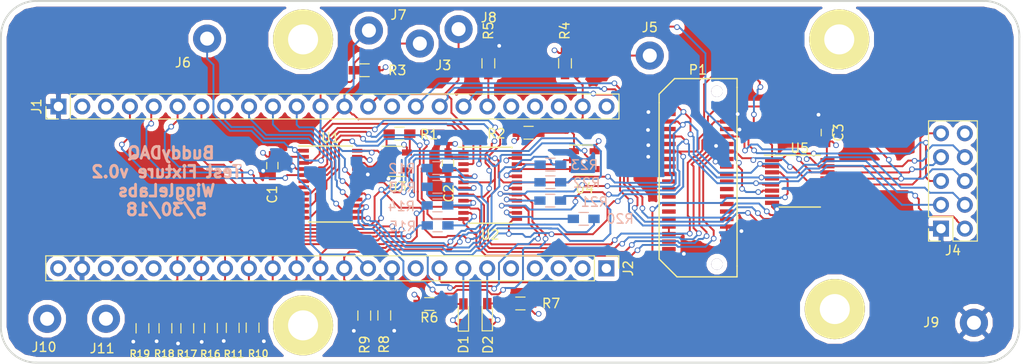
<source format=kicad_pcb>
(kicad_pcb (version 4) (host pcbnew 4.0.7)
  (layers (0 F.Cu signal) (1 In1.Cu signal) (2 In2.Cu signal) (31 B.Cu signal) (34 B.Paste user) (35 F.Paste user) (36 B.SilkS user) (37 F.SilkS user) (38 B.Mask user) (39 F.Mask user) (44 Edge.Cuts user))
  (net 0 "")
  (net 1 GND)
  (net 2 +3V3)
  (net 3 VCC)
  (net 4 "Net-(P1-Pad31)")
  (net 5 "Net-(P1-Pad29)")
  (net 6 "Net-(P1-Pad27)")
  (net 7 "Net-(P1-Pad25)")
  (net 8 "Net-(P1-Pad19)")
  (net 9 "Net-(P1-Pad17)")
  (net 10 "Net-(P1-Pad32)")
  (net 11 "Net-(P1-Pad30)")
  (net 12 "Net-(P1-Pad28)")
  (net 13 "Net-(P1-Pad26)")
  (net 14 "Net-(P1-Pad24)")
  (net 15 "Net-(P1-Pad22)")
  (net 16 "Net-(P1-Pad20)")
  (net 17 "Net-(P1-Pad18)")
  (net 18 /actives/DAC_MUX_SEL_A)
  (net 19 /actives/DAC_MUX_SEL_B)
  (net 20 /actives/DAC_MUX_SEL_C)
  (net 21 /actives/PWM_4)
  (net 22 /actives/PWM_5)
  (net 23 /actives/PWM_6)
  (net 24 /actives/PWM_7)
  (net 25 /actives/DAC_MUX_EN)
  (net 26 /actives/SPI_CS1)
  (net 27 /actives/SPI_CS0)
  (net 28 /actives/SPI_DIN)
  (net 29 /actives/SPI_DOUT)
  (net 30 /actives/SPI_SCLK)
  (net 31 /actives/ADC_0)
  (net 32 /actives/ADC_1)
  (net 33 /actives/ADC_2)
  (net 34 /actives/ADC_3)
  (net 35 /actives/ADC_4)
  (net 36 /actives/ADC_5)
  (net 37 /actives/ADC_6)
  (net 38 /actives/ADC_7)
  (net 39 /actives/PWM_2)
  (net 40 /actives/PWM_3)
  (net 41 /actives/DAC)
  (net 42 /actives/FIO_7)
  (net 43 /actives/FIO_5)
  (net 44 /actives/FIO_6)
  (net 45 /actives/FIO_4)
  (net 46 /actives/FIO_0)
  (net 47 /actives/FIO_1)
  (net 48 /actives/FIO_2)
  (net 49 /actives/FIO_3)
  (net 50 "Net-(P1-Pad39)")
  (net 51 "Net-(P1-Pad37)")
  (net 52 "Net-(P1-Pad23)")
  (net 53 "Net-(P1-Pad21)")
  (net 54 "Net-(P1-Pad40)")
  (net 55 "Net-(P1-Pad38)")
  (net 56 "Net-(U1-Pad22)")
  (net 57 "Net-(U2-Pad22)")
  (net 58 "Net-(U5-Pad7)")
  (net 59 /connectors/TEENSY_39)
  (net 60 "Net-(D1-Pad2)")
  (net 61 /connectors/TEENSY_38)
  (net 62 "Net-(D2-Pad2)")
  (net 63 /actives/PWM_0)
  (net 64 /actives/PWM_1)
  (net 65 /actives/ADC_0_F)
  (net 66 /actives/ADC_1_F)
  (net 67 /actives/ADC_2_F)
  (net 68 /actives/ADC_3_F)
  (net 69 /actives/ADC_4_F)
  (net 70 /actives/ADC_5_F)
  (net 71 /actives/ADC_6_F)
  (net 72 /actives/ADC_7_F)
  (net 73 /connectors/TEENSY_0)
  (net 74 /connectors/TEENSY_1)
  (net 75 /connectors/TEENSY_28)
  (net 76 /connectors/TEENSY_29)
  (net 77 /connectors/TEENSY_30)
  (net 78 /connectors/TEENSY_32)
  (net 79 /connectors/TEENSY_33)
  (net 80 /connectors/TEENSY_34)
  (net 81 /connectors/TEENSY_35)
  (net 82 /connectors/TEENSY_36)
  (net 83 /connectors/TEENSY_37)
  (net 84 /connectors/TEENSY_DAC1)
  (net 85 /connectors/TEENSY_22)
  (net 86 /connectors/TEENSY_23)
  (module samtec:BTE-020-01-F-D-A (layer F.Cu) (at 85.73898 73.62342 270)
    (fp_text reference P1 (at -11.78204 -0.3975 360) (layer F.SilkS))
    (fp_text value BTE-020-01-F-D hide)
    (pad 39 smd rect (at 7.326 -3.479) (size 1.448 0.457) (layers F.Cu F.Paste F.Mask) (net 50 "Net-(P1-Pad39)"))
    (pad 37 smd rect (at 6.526 -3.479) (size 1.448 0.457) (layers F.Cu F.Paste F.Mask) (net 51 "Net-(P1-Pad37)"))
    (pad 35 smd rect (at 5.726 -3.479) (size 1.448 0.457) (layers F.Cu F.Paste F.Mask) (net 1 GND))
    (pad 33 smd rect (at 4.926 -3.479) (size 1.448 0.457) (layers F.Cu F.Paste F.Mask) (net 1 GND))
    (pad 31 smd rect (at 4.126 -3.479) (size 1.448 0.457) (layers F.Cu F.Paste F.Mask) (net 4 "Net-(P1-Pad31)"))
    (pad 29 smd rect (at 3.326 -3.479) (size 1.448 0.457) (layers F.Cu F.Paste F.Mask) (net 5 "Net-(P1-Pad29)"))
    (pad 27 smd rect (at 2.526 -3.4798) (size 1.448 0.457) (layers F.Cu F.Paste F.Mask) (net 6 "Net-(P1-Pad27)"))
    (pad 25 smd rect (at 1.726 -3.479) (size 1.448 0.457) (layers F.Cu F.Paste F.Mask) (net 7 "Net-(P1-Pad25)"))
    (pad 23 smd rect (at 0.926 -3.479) (size 1.448 0.457) (layers F.Cu F.Paste F.Mask) (net 52 "Net-(P1-Pad23)"))
    (pad 21 smd rect (at 0.126 -3.479) (size 1.448 0.457) (layers F.Cu F.Paste F.Mask) (net 53 "Net-(P1-Pad21)"))
    (pad 19 smd rect (at -0.674 -3.479) (size 1.448 0.457) (layers F.Cu F.Paste F.Mask) (net 8 "Net-(P1-Pad19)"))
    (pad 17 smd rect (at -1.474 -3.479) (size 1.448 0.457) (layers F.Cu F.Paste F.Mask) (net 9 "Net-(P1-Pad17)"))
    (pad 15 smd rect (at -2.274 -3.479) (size 1.448 0.457) (layers F.Cu F.Paste F.Mask) (net 1 GND))
    (pad 13 smd rect (at -3.074 -3.479) (size 1.448 0.457) (layers F.Cu F.Paste F.Mask) (net 49 /actives/FIO_3))
    (pad 11 smd rect (at -3.874 -3.479) (size 1.448 0.457) (layers F.Cu F.Paste F.Mask) (net 1 GND))
    (pad 9 smd rect (at -4.674 -3.479) (size 1.448 0.457) (layers F.Cu F.Paste F.Mask) (net 48 /actives/FIO_2))
    (pad 7 smd rect (at -5.474 -3.479) (size 1.448 0.457) (layers F.Cu F.Paste F.Mask) (net 1 GND))
    (pad 5 smd rect (at -6.274 -3.479) (size 1.448 0.457) (layers F.Cu F.Paste F.Mask) (net 47 /actives/FIO_1))
    (pad 3 smd rect (at -7.074 -3.479) (size 1.448 0.457) (layers F.Cu F.Paste F.Mask) (net 1 GND))
    (pad 1 smd rect (at -7.874 -3.479) (size 1.448 0.457) (layers F.Cu F.Paste F.Mask) (net 46 /actives/FIO_0))
    (pad 40 smd rect (at 7.326 2.693) (size 1.448 0.457) (layers F.Cu F.Paste F.Mask) (net 54 "Net-(P1-Pad40)"))
    (pad 38 smd rect (at 6.526 2.693) (size 1.448 0.457) (layers F.Cu F.Paste F.Mask) (net 55 "Net-(P1-Pad38)"))
    (pad 36 smd rect (at 5.726 2.693) (size 1.448 0.457) (layers F.Cu F.Paste F.Mask) (net 1 GND))
    (pad 34 smd rect (at 4.926 2.693) (size 1.448 0.457) (layers F.Cu F.Paste F.Mask) (net 1 GND))
    (pad 32 smd rect (at 4.126 2.693) (size 1.448 0.457) (layers F.Cu F.Paste F.Mask) (net 10 "Net-(P1-Pad32)"))
    (pad 30 smd rect (at 3.326 2.693) (size 1.448 0.457) (layers F.Cu F.Paste F.Mask) (net 11 "Net-(P1-Pad30)"))
    (pad 28 smd rect (at 2.526 2.693) (size 1.448 0.457) (layers F.Cu F.Paste F.Mask) (net 12 "Net-(P1-Pad28)"))
    (pad 26 smd rect (at 1.726 2.693) (size 1.448 0.457) (layers F.Cu F.Paste F.Mask) (net 13 "Net-(P1-Pad26)"))
    (pad 24 smd rect (at 0.926 2.693) (size 1.448 0.457) (layers F.Cu F.Paste F.Mask) (net 14 "Net-(P1-Pad24)"))
    (pad 22 smd rect (at 0.126 2.693) (size 1.448 0.457) (layers F.Cu F.Paste F.Mask) (net 15 "Net-(P1-Pad22)"))
    (pad 20 smd rect (at -0.674 2.693) (size 1.448 0.457) (layers F.Cu F.Paste F.Mask) (net 16 "Net-(P1-Pad20)"))
    (pad 18 smd rect (at -1.474 2.693) (size 1.448 0.457) (layers F.Cu F.Paste F.Mask) (net 17 "Net-(P1-Pad18)"))
    (pad 16 smd rect (at -2.274 2.693) (size 1.448 0.457) (layers F.Cu F.Paste F.Mask) (net 1 GND))
    (pad 14 smd rect (at -3.074 2.693) (size 1.448 0.457) (layers F.Cu F.Paste F.Mask) (net 45 /actives/FIO_4))
    (pad 12 smd rect (at -3.874 2.693) (size 1.448 0.457) (layers F.Cu F.Paste F.Mask) (net 1 GND))
    (pad 10 smd rect (at -4.674 2.693) (size 1.448 0.457) (layers F.Cu F.Paste F.Mask) (net 43 /actives/FIO_5))
    (pad 8 smd rect (at -5.474 2.693) (size 1.448 0.457) (layers F.Cu F.Paste F.Mask) (net 1 GND))
    (pad 6 smd rect (at -6.274 2.693) (size 1.448 0.457) (layers F.Cu F.Paste F.Mask) (net 44 /actives/FIO_6))
    (pad 4 smd rect (at -7.074 2.693) (size 1.448 0.457) (layers F.Cu F.Paste F.Mask) (net 1 GND))
    (pad 2 smd rect (at -7.874 2.693) (size 1.448 0.457) (layers F.Cu F.Paste F.Mask) (net 42 /actives/FIO_7))
    (pad 42 thru_hole circle (at 8.9395 -2.425 270) (size 1.2 1.2) (drill 1.2) (layers *.Cu *.Mask))
    (pad 41 thru_hole circle (at -9.4875 -2.425 270) (size 1.2 1.2) (drill 1.2) (layers *.Cu *.Mask))
  )
  (module Housings_SSOP:TSSOP-16_4.4x5mm_Pitch0.65mm (layer F.Cu) (at 96.99498 73.74382)
    (fp_text reference U5 (at 0 -3.55) (layer F.SilkS))
    (fp_text value MAX4617 hide)
    (pad 1 smd rect (at -2.95 -2.275) (size 1.5 0.45) (layers F.Cu F.Paste F.Mask) (net 45 /actives/FIO_4))
    (pad 2 smd rect (at -2.95 -1.625) (size 1.5 0.45) (layers F.Cu F.Paste F.Mask) (net 44 /actives/FIO_6))
    (pad 3 smd rect (at -2.95 -0.975) (size 1.5 0.45) (layers F.Cu F.Paste F.Mask) (net 41 /actives/DAC))
    (pad 4 smd rect (at -2.95 -0.325) (size 1.5 0.45) (layers F.Cu F.Paste F.Mask) (net 42 /actives/FIO_7))
    (pad 5 smd rect (at -2.95 0.325) (size 1.5 0.45) (layers F.Cu F.Paste F.Mask) (net 43 /actives/FIO_5))
    (pad 6 smd rect (at -2.95 0.975) (size 1.5 0.45) (layers F.Cu F.Paste F.Mask) (net 25 /actives/DAC_MUX_EN))
    (pad 7 smd rect (at -2.95 1.625) (size 1.5 0.45) (layers F.Cu F.Paste F.Mask) (net 58 "Net-(U5-Pad7)"))
    (pad 8 smd rect (at -2.95 2.275) (size 1.5 0.45) (layers F.Cu F.Paste F.Mask) (net 1 GND))
    (pad 9 smd rect (at 2.95 2.275) (size 1.5 0.45) (layers F.Cu F.Paste F.Mask) (net 20 /actives/DAC_MUX_SEL_C))
    (pad 10 smd rect (at 2.95 1.625) (size 1.5 0.45) (layers F.Cu F.Paste F.Mask) (net 19 /actives/DAC_MUX_SEL_B))
    (pad 11 smd rect (at 2.95 0.975) (size 1.5 0.45) (layers F.Cu F.Paste F.Mask) (net 18 /actives/DAC_MUX_SEL_A))
    (pad 12 smd rect (at 2.95 0.325) (size 1.5 0.45) (layers F.Cu F.Paste F.Mask) (net 49 /actives/FIO_3))
    (pad 13 smd rect (at 2.95 -0.325) (size 1.5 0.45) (layers F.Cu F.Paste F.Mask) (net 46 /actives/FIO_0))
    (pad 14 smd rect (at 2.95 -0.975) (size 1.5 0.45) (layers F.Cu F.Paste F.Mask) (net 47 /actives/FIO_1))
    (pad 15 smd rect (at 2.95 -1.625) (size 1.5 0.45) (layers F.Cu F.Paste F.Mask) (net 48 /actives/FIO_2))
    (pad 16 smd rect (at 2.95 -2.275) (size 1.5 0.45) (layers F.Cu F.Paste F.Mask) (net 3 VCC))
  )
  (module Mounting_Holes:MountingHole_3.2mm_M3_Pad (layer F.Cu) (at 101.20564 58.59874)
    (fp_text reference REF** hide)
    (fp_text value "" hide)
    (pad 0 thru_hole circle (at 0 0) (size 6.4 6.4) (drill 3.2) (layers *.Cu *.Mask F.SilkS))
  )
  (module Mounting_Holes:MountingHole_3.2mm_M3_Pad (layer F.Cu) (at 44.05564 58.59874)
    (fp_text reference REF** hide)
    (fp_text value "" hide)
    (pad 0 thru_hole circle (at 0 0) (size 6.4 6.4) (drill 3.2) (layers *.Cu *.Mask F.SilkS))
  )
  (module Mounting_Holes:MountingHole_3.2mm_M3_Pad (layer F.Cu) (at 100.72878 87.34298)
    (fp_text reference REF** hide)
    (fp_text value "" hide)
    (pad 0 thru_hole circle (at 0 0) (size 6.4 6.4) (drill 3.2) (layers *.Cu *.Mask F.SilkS))
  )
  (module Mounting_Holes:MountingHole_3.2mm_M3_Pad (layer F.Cu) (at 44.05564 89.07874)
    (fp_text reference REF** hide)
    (fp_text value "" hide)
    (pad 0 thru_hole circle (at 0 0) (size 6.4 6.4) (drill 3.2) (layers *.Cu *.Mask F.SilkS))
  )
  (module Capacitors_SMD:C_0603_HandSoldering (layer F.Cu) (at 40.7797 72.05218 90)
    (fp_text reference C1 (at -3.07848 -0.01016 90) (layer F.SilkS))
    (fp_text value 0.1uF hide)
    (pad 1 smd rect (at -0.95 0 90) (size 1.2 0.75) (layers F.Cu F.Paste F.Mask) (net 1 GND))
    (pad 2 smd rect (at 0.95 0 90) (size 1.2 0.75) (layers F.Cu F.Paste F.Mask) (net 3 VCC))
  )
  (module Capacitors_SMD:C_0603_HandSoldering (layer F.Cu) (at 59.50458 71.75246 90)
    (fp_text reference C2 (at -3.25628 0.0889 90) (layer F.SilkS))
    (fp_text value 0.1uF hide)
    (pad 1 smd rect (at -0.95 0 90) (size 1.2 0.75) (layers F.Cu F.Paste F.Mask) (net 1 GND))
    (pad 2 smd rect (at 0.95 0 90) (size 1.2 0.75) (layers F.Cu F.Paste F.Mask) (net 3 VCC))
  )
  (module Capacitors_SMD:C_0603_HandSoldering (layer F.Cu) (at 99.88296 68.5292 270)
    (fp_text reference C3 (at 0 -1.25 270) (layer F.SilkS))
    (fp_text value 0.1uF hide)
    (pad 1 smd rect (at -0.95 0 270) (size 1.2 0.75) (layers F.Cu F.Paste F.Mask) (net 1 GND))
    (pad 2 smd rect (at 0.95 0 270) (size 1.2 0.75) (layers F.Cu F.Paste F.Mask) (net 3 VCC))
  )
  (module Resistors_SMD:R_0603_HandSoldering (layer F.Cu) (at 54.3306 68.64096)
    (fp_text reference R1 (at 3.1623 0.09398) (layer F.SilkS))
    (fp_text value 10k hide)
    (pad 1 smd rect (at -1.1 0) (size 1.2 0.9) (layers F.Cu F.Paste F.Mask) (net 27 /actives/SPI_CS0))
    (pad 2 smd rect (at 1.1 0) (size 1.2 0.9) (layers F.Cu F.Paste F.Mask) (net 2 +3V3))
  )
  (module Resistors_SMD:R_0603_HandSoldering (layer F.Cu) (at 68.08996 68.54952 180)
    (fp_text reference R2 (at 3.42918 -0.09652 180) (layer F.SilkS))
    (fp_text value 10k hide)
    (pad 1 smd rect (at -1.1 0 180) (size 1.2 0.9) (layers F.Cu F.Paste F.Mask) (net 26 /actives/SPI_CS1))
    (pad 2 smd rect (at 1.1 0 180) (size 1.2 0.9) (layers F.Cu F.Paste F.Mask) (net 2 +3V3))
  )
  (module Housings_SSOP:TSSOP-24_4.4x7.8mm_Pitch0.65mm (layer F.Cu) (at 63.99784 74.168)
    (fp_text reference U2 (at -0.00254 5.26288) (layer F.SilkS))
    (fp_text value MAX335 hide)
    (pad 1 smd rect (at -2.85 -3.575) (size 1.1 0.4) (layers F.Cu F.Paste F.Mask) (net 30 /actives/SPI_SCLK))
    (pad 2 smd rect (at -2.85 -2.925) (size 1.1 0.4) (layers F.Cu F.Paste F.Mask) (net 3 VCC))
    (pad 3 smd rect (at -2.85 -2.275) (size 1.1 0.4) (layers F.Cu F.Paste F.Mask) (net 28 /actives/SPI_DIN))
    (pad 4 smd rect (at -2.85 -1.625) (size 1.1 0.4) (layers F.Cu F.Paste F.Mask) (net 1 GND))
    (pad 5 smd rect (at -2.85 -0.975) (size 1.1 0.4) (layers F.Cu F.Paste F.Mask) (net 65 /actives/ADC_0_F))
    (pad 6 smd rect (at -2.85 -0.325) (size 1.1 0.4) (layers F.Cu F.Paste F.Mask) (net 46 /actives/FIO_0))
    (pad 7 smd rect (at -2.85 0.325) (size 1.1 0.4) (layers F.Cu F.Paste F.Mask) (net 66 /actives/ADC_1_F))
    (pad 8 smd rect (at -2.85 0.975) (size 1.1 0.4) (layers F.Cu F.Paste F.Mask) (net 47 /actives/FIO_1))
    (pad 9 smd rect (at -2.85 1.625) (size 1.1 0.4) (layers F.Cu F.Paste F.Mask) (net 67 /actives/ADC_2_F))
    (pad 10 smd rect (at -2.85 2.275) (size 1.1 0.4) (layers F.Cu F.Paste F.Mask) (net 48 /actives/FIO_2))
    (pad 11 smd rect (at -2.85 2.925) (size 1.1 0.4) (layers F.Cu F.Paste F.Mask) (net 68 /actives/ADC_3_F))
    (pad 12 smd rect (at -2.85 3.575) (size 1.1 0.4) (layers F.Cu F.Paste F.Mask) (net 49 /actives/FIO_3))
    (pad 13 smd rect (at 2.85 3.575) (size 1.1 0.4) (layers F.Cu F.Paste F.Mask) (net 45 /actives/FIO_4))
    (pad 14 smd rect (at 2.85 2.925) (size 1.1 0.4) (layers F.Cu F.Paste F.Mask) (net 69 /actives/ADC_4_F))
    (pad 15 smd rect (at 2.85 2.275) (size 1.1 0.4) (layers F.Cu F.Paste F.Mask) (net 43 /actives/FIO_5))
    (pad 16 smd rect (at 2.85 1.625) (size 1.1 0.4) (layers F.Cu F.Paste F.Mask) (net 70 /actives/ADC_5_F))
    (pad 17 smd rect (at 2.85 0.975) (size 1.1 0.4) (layers F.Cu F.Paste F.Mask) (net 44 /actives/FIO_6))
    (pad 18 smd rect (at 2.85 0.325) (size 1.1 0.4) (layers F.Cu F.Paste F.Mask) (net 71 /actives/ADC_6_F))
    (pad 19 smd rect (at 2.85 -0.325) (size 1.1 0.4) (layers F.Cu F.Paste F.Mask) (net 42 /actives/FIO_7))
    (pad 20 smd rect (at 2.85 -0.975) (size 1.1 0.4) (layers F.Cu F.Paste F.Mask) (net 72 /actives/ADC_7_F))
    (pad 21 smd rect (at 2.85 -1.625) (size 1.1 0.4) (layers F.Cu F.Paste F.Mask) (net 1 GND))
    (pad 22 smd rect (at 2.85 -2.275) (size 1.1 0.4) (layers F.Cu F.Paste F.Mask) (net 57 "Net-(U2-Pad22)"))
    (pad 23 smd rect (at 2.85 -2.925) (size 1.1 0.4) (layers F.Cu F.Paste F.Mask) (net 3 VCC))
    (pad 24 smd rect (at 2.85 -3.575) (size 1.1 0.4) (layers F.Cu F.Paste F.Mask) (net 26 /actives/SPI_CS1))
  )
  (module TO_SOT_Packages_SMD:SOT-23-5 (layer F.Cu) (at 54.0258 71.60514)
    (fp_text reference U3 (at 0.08382 2.72034) (layer F.SilkS))
    (fp_text value 74AHC1G125 hide)
    (pad 1 smd rect (at -1.1 -0.95) (size 1.06 0.65) (layers F.Cu F.Paste F.Mask) (net 27 /actives/SPI_CS0))
    (pad 2 smd rect (at -1.1 0) (size 1.06 0.65) (layers F.Cu F.Paste F.Mask) (net 56 "Net-(U1-Pad22)"))
    (pad 3 smd rect (at -1.1 0.95) (size 1.06 0.65) (layers F.Cu F.Paste F.Mask) (net 1 GND))
    (pad 4 smd rect (at 1.1 0.95) (size 1.06 0.65) (layers F.Cu F.Paste F.Mask) (net 29 /actives/SPI_DOUT))
    (pad 5 smd rect (at 1.1 -0.95) (size 1.06 0.65) (layers F.Cu F.Paste F.Mask) (net 2 +3V3))
  )
  (module TO_SOT_Packages_SMD:SOT-23-5 (layer F.Cu) (at 74.03084 71.47052)
    (fp_text reference U4 (at 0.0332 3.01494) (layer F.SilkS))
    (fp_text value 74AHC1G125 hide)
    (pad 1 smd rect (at -1.1 -0.95) (size 1.06 0.65) (layers F.Cu F.Paste F.Mask) (net 26 /actives/SPI_CS1))
    (pad 2 smd rect (at -1.1 0) (size 1.06 0.65) (layers F.Cu F.Paste F.Mask) (net 57 "Net-(U2-Pad22)"))
    (pad 3 smd rect (at -1.1 0.95) (size 1.06 0.65) (layers F.Cu F.Paste F.Mask) (net 1 GND))
    (pad 4 smd rect (at 1.1 0.95) (size 1.06 0.65) (layers F.Cu F.Paste F.Mask) (net 29 /actives/SPI_DOUT))
    (pad 5 smd rect (at 1.1 -0.95) (size 1.06 0.65) (layers F.Cu F.Paste F.Mask) (net 2 +3V3))
  )
  (module Resistors_SMD:R_0603_HandSoldering (layer F.Cu) (at 50.61204 61.8871 180)
    (fp_text reference R3 (at -3.4798 -0.0127 180) (layer F.SilkS))
    (fp_text value 10k hide)
    (pad 1 smd rect (at -1.1 0 180) (size 1.2 0.9) (layers F.Cu F.Paste F.Mask) (net 2 +3V3))
    (pad 2 smd rect (at 1.1 0 180) (size 1.2 0.9) (layers F.Cu F.Paste F.Mask) (net 27 /actives/SPI_CS0))
  )
  (module Resistors_SMD:R_0603_HandSoldering (layer F.Cu) (at 71.97598 61.1505 270)
    (fp_text reference R4 (at -3.4798 0.02286 270) (layer F.SilkS))
    (fp_text value 10k hide)
    (pad 1 smd rect (at -1.1 0 270) (size 1.2 0.9) (layers F.Cu F.Paste F.Mask) (net 2 +3V3))
    (pad 2 smd rect (at 1.1 0 270) (size 1.2 0.9) (layers F.Cu F.Paste F.Mask) (net 26 /actives/SPI_CS1))
  )
  (module Resistors_SMD:R_0603_HandSoldering (layer F.Cu) (at 63.8048 61.1505 90)
    (fp_text reference R5 (at 3.4798 0.00762 90) (layer F.SilkS))
    (fp_text value 10k hide)
    (pad 1 smd rect (at -1.1 0 90) (size 1.2 0.9) (layers F.Cu F.Paste F.Mask) (net 25 /actives/DAC_MUX_EN))
    (pad 2 smd rect (at 1.1 0 90) (size 1.2 0.9) (layers F.Cu F.Paste F.Mask) (net 1 GND))
  )
  (module LEDs:LED_0603_HandSoldering (layer F.Cu) (at 61.14542 87.89416 90)
    (fp_text reference D1 (at -3.23342 0.0127 90) (layer F.SilkS))
    (fp_text value LED hide)
    (pad 1 smd rect (at -1.1 0 90) (size 1.2 0.9) (layers F.Cu F.Paste F.Mask) (net 59 /connectors/TEENSY_39))
    (pad 2 smd rect (at 1.1 0 90) (size 1.2 0.9) (layers F.Cu F.Paste F.Mask) (net 60 "Net-(D1-Pad2)"))
  )
  (module LEDs:LED_0603_HandSoldering (layer F.Cu) (at 63.6905 87.8586 90)
    (fp_text reference D2 (at -3.29692 0.0762 90) (layer F.SilkS))
    (fp_text value LED hide)
    (pad 1 smd rect (at -1.1 0 90) (size 1.2 0.9) (layers F.Cu F.Paste F.Mask) (net 61 /connectors/TEENSY_38))
    (pad 2 smd rect (at 1.1 0 90) (size 1.2 0.9) (layers F.Cu F.Paste F.Mask) (net 62 "Net-(D2-Pad2)"))
  )
  (module Resistors_SMD:R_0603_HandSoldering (layer F.Cu) (at 57.51322 86.8045 180)
    (fp_text reference R6 (at 0 -1.45 180) (layer F.SilkS))
    (fp_text value 1k hide)
    (pad 1 smd rect (at -1.1 0 180) (size 1.2 0.9) (layers F.Cu F.Paste F.Mask) (net 60 "Net-(D1-Pad2)"))
    (pad 2 smd rect (at 1.1 0 180) (size 1.2 0.9) (layers F.Cu F.Paste F.Mask) (net 2 +3V3))
  )
  (module Resistors_SMD:R_0603_HandSoldering (layer F.Cu) (at 67.21856 86.74608)
    (fp_text reference R7 (at 3.27152 -0.00508) (layer F.SilkS))
    (fp_text value 1k hide)
    (pad 1 smd rect (at -1.1 0) (size 1.2 0.9) (layers F.Cu F.Paste F.Mask) (net 62 "Net-(D2-Pad2)"))
    (pad 2 smd rect (at 1.1 0) (size 1.2 0.9) (layers F.Cu F.Paste F.Mask) (net 2 +3V3))
  )
  (module Resistors_SMD:R_0603_HandSoldering (layer F.Cu) (at 52.71262 88.02116 270)
    (fp_text reference R8 (at 3.08356 0.02032 270) (layer F.SilkS))
    (fp_text value 10k hide)
    (pad 1 smd rect (at -1.1 0 270) (size 1.2 0.9) (layers F.Cu F.Paste F.Mask) (net 31 /actives/ADC_0))
    (pad 2 smd rect (at 1.1 0 270) (size 1.2 0.9) (layers F.Cu F.Paste F.Mask) (net 1 GND))
  )
  (module Resistors_SMD:R_0603_HandSoldering (layer F.Cu) (at 50.57902 88.03894 270)
    (fp_text reference R9 (at 3.10134 -0.04318 270) (layer F.SilkS))
    (fp_text value 10k hide)
    (pad 1 smd rect (at -1.1 0 270) (size 1.2 0.9) (layers F.Cu F.Paste F.Mask) (net 32 /actives/ADC_1))
    (pad 2 smd rect (at 1.1 0 270) (size 1.2 0.9) (layers F.Cu F.Paste F.Mask) (net 1 GND))
  )
  (module Resistors_SMD:R_0603_HandSoldering (layer F.Cu) (at 38.67658 89.32672 270)
    (fp_text reference R10 (at 2.7813 -0.5969 360) (layer F.SilkS) (effects (font (size 0.75 0.75))))
    (fp_text value 10k hide)
    (pad 1 smd rect (at -1.1 0 270) (size 1.2 0.9) (layers F.Cu F.Paste F.Mask) (net 33 /actives/ADC_2))
    (pad 2 smd rect (at 1.1 0 270) (size 1.2 0.9) (layers F.Cu F.Paste F.Mask) (net 1 GND))
  )
  (module Resistors_SMD:R_0603_HandSoldering (layer F.Cu) (at 36.55568 89.3445 270)
    (fp_text reference R11 (at 2.8067 -0.13208 360) (layer F.SilkS) (effects (font (size 0.75 0.75))))
    (fp_text value 10k hide)
    (pad 1 smd rect (at -1.1 0 270) (size 1.2 0.9) (layers F.Cu F.Paste F.Mask) (net 34 /actives/ADC_3))
    (pad 2 smd rect (at 1.1 0 270) (size 1.2 0.9) (layers F.Cu F.Paste F.Mask) (net 1 GND))
  )
  (module Resistors_SMD:R_0603_HandSoldering (layer B.Cu) (at 58.37174 72.3138 180)
    (fp_text reference R12 (at 3.78968 -0.0635 180) (layer B.SilkS) (effects (justify mirror)))
    (fp_text value 5.1k hide)
    (pad 1 smd rect (at -1.1 0 180) (size 1.2 0.9) (layers B.Cu B.Paste B.Mask) (net 65 /actives/ADC_0_F))
    (pad 2 smd rect (at 1.1 0 180) (size 1.2 0.9) (layers B.Cu B.Paste B.Mask) (net 31 /actives/ADC_0))
  )
  (module Resistors_SMD:R_0603_HandSoldering (layer B.Cu) (at 58.37936 74.31278 180)
    (fp_text reference R13 (at 3.76428 -0.0635 180) (layer B.SilkS) (effects (justify mirror)))
    (fp_text value 5.1k hide)
    (pad 1 smd rect (at -1.1 0 180) (size 1.2 0.9) (layers B.Cu B.Paste B.Mask) (net 66 /actives/ADC_1_F))
    (pad 2 smd rect (at 1.1 0 180) (size 1.2 0.9) (layers B.Cu B.Paste B.Mask) (net 32 /actives/ADC_1))
  )
  (module Resistors_SMD:R_0603_HandSoldering (layer B.Cu) (at 58.37682 76.29398 180)
    (fp_text reference R14 (at 3.83794 -0.10414 180) (layer B.SilkS) (effects (justify mirror)))
    (fp_text value 5.1k hide)
    (pad 1 smd rect (at -1.1 0 180) (size 1.2 0.9) (layers B.Cu B.Paste B.Mask) (net 67 /actives/ADC_2_F))
    (pad 2 smd rect (at 1.1 0 180) (size 1.2 0.9) (layers B.Cu B.Paste B.Mask) (net 33 /actives/ADC_2))
  )
  (module Resistors_SMD:R_0603_HandSoldering (layer B.Cu) (at 58.39478 78.42504 180)
    (fp_text reference R15 (at 3.73906 -0.1016 180) (layer B.SilkS) (effects (justify mirror)))
    (fp_text value 5.1k hide)
    (pad 1 smd rect (at -1.1 0 180) (size 1.2 0.9) (layers B.Cu B.Paste B.Mask) (net 68 /actives/ADC_3_F))
    (pad 2 smd rect (at 1.1 0 180) (size 1.2 0.9) (layers B.Cu B.Paste B.Mask) (net 34 /actives/ADC_3))
  )
  (module Resistors_SMD:R_0603_HandSoldering (layer F.Cu) (at 34.2392 89.36736 270)
    (fp_text reference R16 (at 2.77604 0.06096 360) (layer F.SilkS) (effects (font (size 0.75 0.75))))
    (fp_text value 10k hide)
    (pad 1 smd rect (at -1.1 0 270) (size 1.2 0.9) (layers F.Cu F.Paste F.Mask) (net 35 /actives/ADC_4))
    (pad 2 smd rect (at 1.1 0 270) (size 1.2 0.9) (layers F.Cu F.Paste F.Mask) (net 1 GND))
  )
  (module Resistors_SMD:R_0603_HandSoldering (layer F.Cu) (at 31.71444 89.3953 270)
    (fp_text reference R17 (at 2.74066 0.03556 360) (layer F.SilkS) (effects (font (size 0.75 0.75))))
    (fp_text value 10k hide)
    (pad 1 smd rect (at -1.1 0 270) (size 1.2 0.9) (layers F.Cu F.Paste F.Mask) (net 36 /actives/ADC_5))
    (pad 2 smd rect (at 1.1 0 270) (size 1.2 0.9) (layers F.Cu F.Paste F.Mask) (net 1 GND))
  )
  (module Resistors_SMD:R_0603_HandSoldering (layer F.Cu) (at 29.38526 89.38768 270)
    (fp_text reference R18 (at 2.72288 0.12192 360) (layer F.SilkS) (effects (font (size 0.75 0.75))))
    (fp_text value 10k hide)
    (pad 1 smd rect (at -1.1 0 270) (size 1.2 0.9) (layers F.Cu F.Paste F.Mask) (net 37 /actives/ADC_6))
    (pad 2 smd rect (at 1.1 0 270) (size 1.2 0.9) (layers F.Cu F.Paste F.Mask) (net 1 GND))
  )
  (module Resistors_SMD:R_0603_HandSoldering (layer F.Cu) (at 26.9367 89.39276 270)
    (fp_text reference R19 (at 2.73304 0.28448 360) (layer F.SilkS) (effects (font (size 0.75 0.75))))
    (fp_text value 10k hide)
    (pad 1 smd rect (at -1.1 0 270) (size 1.2 0.9) (layers F.Cu F.Paste F.Mask) (net 38 /actives/ADC_7))
    (pad 2 smd rect (at 1.1 0 270) (size 1.2 0.9) (layers F.Cu F.Paste F.Mask) (net 1 GND))
  )
  (module Resistors_SMD:R_0603_HandSoldering (layer B.Cu) (at 73.9648 77.72654)
    (fp_text reference R20 (at 3.88366 0.00254) (layer B.SilkS) (effects (justify mirror)))
    (fp_text value 5.1k hide)
    (pad 1 smd rect (at -1.1 0) (size 1.2 0.9) (layers B.Cu B.Paste B.Mask) (net 69 /actives/ADC_4_F))
    (pad 2 smd rect (at 1.1 0) (size 1.2 0.9) (layers B.Cu B.Paste B.Mask) (net 35 /actives/ADC_4))
  )
  (module Resistors_SMD:R_0603_HandSoldering (layer B.Cu) (at 70.39864 75.78344)
    (fp_text reference R21 (at 4.71424 0.14732) (layer B.SilkS) (effects (justify mirror)))
    (fp_text value 5.1k hide)
    (pad 1 smd rect (at -1.1 0) (size 1.2 0.9) (layers B.Cu B.Paste B.Mask) (net 70 /actives/ADC_5_F))
    (pad 2 smd rect (at 1.1 0) (size 1.2 0.9) (layers B.Cu B.Paste B.Mask) (net 36 /actives/ADC_5))
  )
  (module Resistors_SMD:R_0603_HandSoldering (layer B.Cu) (at 70.4088 73.82764)
    (fp_text reference R22 (at 3.88112 0.0635) (layer B.SilkS) (effects (justify mirror)))
    (fp_text value 5.1k hide)
    (pad 1 smd rect (at -1.1 0) (size 1.2 0.9) (layers B.Cu B.Paste B.Mask) (net 71 /actives/ADC_6_F))
    (pad 2 smd rect (at 1.1 0) (size 1.2 0.9) (layers B.Cu B.Paste B.Mask) (net 37 /actives/ADC_6))
  )
  (module Resistors_SMD:R_0603_HandSoldering (layer B.Cu) (at 70.41896 71.95058)
    (fp_text reference R23 (at 3.62966 0.03556) (layer B.SilkS) (effects (justify mirror)))
    (fp_text value 5.1k hide)
    (pad 1 smd rect (at -1.1 0) (size 1.2 0.9) (layers B.Cu B.Paste B.Mask) (net 72 /actives/ADC_7_F))
    (pad 2 smd rect (at 1.1 0) (size 1.2 0.9) (layers B.Cu B.Paste B.Mask) (net 38 /actives/ADC_7))
  )
  (module Measurement_Points:Measurement_Point_Round-TH_Big (layer F.Cu) (at 56.5023 59.0423)
    (fp_text reference J3 (at 2.49682 2.31648) (layer F.SilkS))
    (fp_text value TEST_1P hide)
    (pad 1 thru_hole circle (at 0 0) (size 3 3) (drill 1.5) (layers *.Cu *.Mask) (net 27 /actives/SPI_CS0))
  )
  (module Measurement_Points:Measurement_Point_Round-TH_Big (layer F.Cu) (at 81.01076 60.325)
    (fp_text reference J5 (at 0 -3) (layer F.SilkS))
    (fp_text value TEST_1P hide)
    (pad 1 thru_hole circle (at 0 0) (size 3 3) (drill 1.5) (layers *.Cu *.Mask) (net 26 /actives/SPI_CS1))
  )
  (module Measurement_Points:Measurement_Point_Round-TH_Big (layer F.Cu) (at 33.83026 58.51906)
    (fp_text reference J6 (at -2.58318 2.55778) (layer F.SilkS))
    (fp_text value TEST_1P hide)
    (pad 1 thru_hole circle (at 0 0) (size 3 3) (drill 1.5) (layers *.Cu *.Mask) (net 30 /actives/SPI_SCLK))
  )
  (module Measurement_Points:Measurement_Point_Round-TH_Big (layer F.Cu) (at 51.07432 57.65038)
    (fp_text reference J7 (at 3.1496 -1.651) (layer F.SilkS))
    (fp_text value TEST_1P hide)
    (pad 1 thru_hole circle (at 0 0) (size 3 3) (drill 1.5) (layers *.Cu *.Mask) (net 28 /actives/SPI_DIN))
  )
  (module Measurement_Points:Measurement_Point_Round-TH_Big (layer F.Cu) (at 60.6298 57.50814)
    (fp_text reference J8 (at 3.21818 -1.23444) (layer F.SilkS))
    (fp_text value TEST_1P hide)
    (pad 1 thru_hole circle (at 0 0) (size 3 3) (drill 1.5) (layers *.Cu *.Mask) (net 29 /actives/SPI_DOUT))
  )
  (module Measurement_Points:Measurement_Point_Round-TH_Big (layer F.Cu) (at 115.55984 88.80094)
    (fp_text reference J9 (at -4.5466 -0.03556) (layer F.SilkS))
    (fp_text value TEST_1P hide)
    (pad 1 thru_hole circle (at 0 0) (size 3 3) (drill 1.5) (layers *.Cu *.Mask) (net 1 GND))
  )
  (module Measurement_Points:Measurement_Point_Round-TH_Big (layer F.Cu) (at 16.7767 88.38184)
    (fp_text reference J10 (at -0.33274 3.01752) (layer F.SilkS))
    (fp_text value TEST_1P hide)
    (pad 1 thru_hole circle (at 0 0) (size 3 3) (drill 1.5) (layers *.Cu *.Mask) (net 3 VCC))
  )
  (module Measurement_Points:Measurement_Point_Round-TH_Big (layer F.Cu) (at 23.04796 88.37422)
    (fp_text reference J11 (at -0.40386 3.17246) (layer F.SilkS))
    (fp_text value TEST_1P hide)
    (pad 1 thru_hole circle (at 0 0) (size 3 3) (drill 1.5) (layers *.Cu *.Mask) (net 2 +3V3))
  )
  (module Socket_Strips:Socket_Strip_Straight_2x05_Pitch2.54mm (layer F.Cu) (at 112.0521 78.77048 180)
    (fp_text reference J4 (at -1.27 -2.33 180) (layer F.SilkS))
    (fp_text value Conn_02x05_Odd_Even hide)
    (pad 1 thru_hole rect (at 0 0 180) (size 1.7 1.7) (drill 1) (layers *.Cu *.Mask) (net 1 GND))
    (pad 2 thru_hole oval (at -2.54 0 180) (size 1.7 1.7) (drill 1) (layers *.Cu *.Mask) (net 42 /actives/FIO_7))
    (pad 3 thru_hole oval (at 0 2.54 180) (size 1.7 1.7) (drill 1) (layers *.Cu *.Mask) (net 43 /actives/FIO_5))
    (pad 4 thru_hole oval (at -2.54 2.54 180) (size 1.7 1.7) (drill 1) (layers *.Cu *.Mask) (net 44 /actives/FIO_6))
    (pad 5 thru_hole oval (at 0 5.08 180) (size 1.7 1.7) (drill 1) (layers *.Cu *.Mask) (net 45 /actives/FIO_4))
    (pad 6 thru_hole oval (at -2.54 5.08 180) (size 1.7 1.7) (drill 1) (layers *.Cu *.Mask) (net 46 /actives/FIO_0))
    (pad 7 thru_hole oval (at 0 7.62 180) (size 1.7 1.7) (drill 1) (layers *.Cu *.Mask) (net 47 /actives/FIO_1))
    (pad 8 thru_hole oval (at -2.54 7.62 180) (size 1.7 1.7) (drill 1) (layers *.Cu *.Mask) (net 48 /actives/FIO_2))
    (pad 9 thru_hole oval (at 0 10.16 180) (size 1.7 1.7) (drill 1) (layers *.Cu *.Mask) (net 49 /actives/FIO_3))
    (pad 10 thru_hole oval (at -2.54 10.16 180) (size 1.7 1.7) (drill 1) (layers *.Cu *.Mask) (net 3 VCC))
  )
  (module Pin_Headers:Pin_Header_Straight_1x24_Pitch2.54mm (layer F.Cu) (at 17.98066 65.75 90)
    (fp_text reference J1 (at 0 -2.33 90) (layer F.SilkS))
    (fp_text value Conn_01x24 hide)
    (pad 1 thru_hole rect (at 0 0 90) (size 1.7 1.7) (drill 1) (layers *.Cu *.Mask) (net 1 GND))
    (pad 2 thru_hole oval (at 0 2.54 90) (size 1.7 1.7) (drill 1) (layers *.Cu *.Mask) (net 73 /connectors/TEENSY_0))
    (pad 3 thru_hole oval (at 0 5.08 90) (size 1.7 1.7) (drill 1) (layers *.Cu *.Mask) (net 74 /connectors/TEENSY_1))
    (pad 4 thru_hole oval (at 0 7.62 90) (size 1.7 1.7) (drill 1) (layers *.Cu *.Mask) (net 63 /actives/PWM_0))
    (pad 5 thru_hole oval (at 0 10.16 90) (size 1.7 1.7) (drill 1) (layers *.Cu *.Mask) (net 64 /actives/PWM_1))
    (pad 6 thru_hole oval (at 0 12.7 90) (size 1.7 1.7) (drill 1) (layers *.Cu *.Mask) (net 39 /actives/PWM_2))
    (pad 7 thru_hole oval (at 0 15.24 90) (size 1.7 1.7) (drill 1) (layers *.Cu *.Mask) (net 40 /actives/PWM_3))
    (pad 8 thru_hole oval (at 0 17.78 90) (size 1.7 1.7) (drill 1) (layers *.Cu *.Mask) (net 21 /actives/PWM_4))
    (pad 9 thru_hole oval (at 0 20.32 90) (size 1.7 1.7) (drill 1) (layers *.Cu *.Mask) (net 22 /actives/PWM_5))
    (pad 10 thru_hole oval (at 0 22.86 90) (size 1.7 1.7) (drill 1) (layers *.Cu *.Mask) (net 23 /actives/PWM_6))
    (pad 11 thru_hole oval (at 0 25.4 90) (size 1.7 1.7) (drill 1) (layers *.Cu *.Mask) (net 24 /actives/PWM_7))
    (pad 12 thru_hole oval (at 0 27.94 90) (size 1.7 1.7) (drill 1) (layers *.Cu *.Mask) (net 27 /actives/SPI_CS0))
    (pad 13 thru_hole oval (at 0 30.48 90) (size 1.7 1.7) (drill 1) (layers *.Cu *.Mask) (net 28 /actives/SPI_DIN))
    (pad 14 thru_hole oval (at 0 33.02 90) (size 1.7 1.7) (drill 1) (layers *.Cu *.Mask) (net 29 /actives/SPI_DOUT))
    (pad 15 thru_hole oval (at 0 35.56 90) (size 1.7 1.7) (drill 1) (layers *.Cu *.Mask) (net 2 +3V3))
    (pad 16 thru_hole oval (at 0 38.1 90) (size 1.7 1.7) (drill 1) (layers *.Cu *.Mask) (net 18 /actives/DAC_MUX_SEL_A))
    (pad 17 thru_hole oval (at 0 40.64 90) (size 1.7 1.7) (drill 1) (layers *.Cu *.Mask) (net 19 /actives/DAC_MUX_SEL_B))
    (pad 18 thru_hole oval (at 0 43.18 90) (size 1.7 1.7) (drill 1) (layers *.Cu *.Mask) (net 20 /actives/DAC_MUX_SEL_C))
    (pad 19 thru_hole oval (at 0 45.72 90) (size 1.7 1.7) (drill 1) (layers *.Cu *.Mask) (net 25 /actives/DAC_MUX_EN))
    (pad 20 thru_hole oval (at 0 48.26 90) (size 1.7 1.7) (drill 1) (layers *.Cu *.Mask) (net 75 /connectors/TEENSY_28))
    (pad 21 thru_hole oval (at 0 50.8 90) (size 1.7 1.7) (drill 1) (layers *.Cu *.Mask) (net 76 /connectors/TEENSY_29))
    (pad 22 thru_hole oval (at 0 53.34 90) (size 1.7 1.7) (drill 1) (layers *.Cu *.Mask) (net 77 /connectors/TEENSY_30))
    (pad 23 thru_hole oval (at 0 55.88 90) (size 1.7 1.7) (drill 1) (layers *.Cu *.Mask) (net 26 /actives/SPI_CS1))
    (pad 24 thru_hole oval (at 0 58.42 90) (size 1.7 1.7) (drill 1) (layers *.Cu *.Mask) (net 78 /connectors/TEENSY_32))
  )
  (module Pin_Headers:Pin_Header_Straight_1x24_Pitch2.54mm (layer F.Cu) (at 76.38034 83 270)
    (fp_text reference J2 (at 0 -2.33 270) (layer F.SilkS))
    (fp_text value Conn_01x24 hide)
    (pad 1 thru_hole rect (at 0 0 270) (size 1.7 1.7) (drill 1) (layers *.Cu *.Mask) (net 79 /connectors/TEENSY_33))
    (pad 2 thru_hole oval (at 0 2.54 270) (size 1.7 1.7) (drill 1) (layers *.Cu *.Mask) (net 80 /connectors/TEENSY_34))
    (pad 3 thru_hole oval (at 0 5.08 270) (size 1.7 1.7) (drill 1) (layers *.Cu *.Mask) (net 81 /connectors/TEENSY_35))
    (pad 4 thru_hole oval (at 0 7.62 270) (size 1.7 1.7) (drill 1) (layers *.Cu *.Mask) (net 82 /connectors/TEENSY_36))
    (pad 5 thru_hole oval (at 0 10.16 270) (size 1.7 1.7) (drill 1) (layers *.Cu *.Mask) (net 83 /connectors/TEENSY_37))
    (pad 6 thru_hole oval (at 0 12.7 270) (size 1.7 1.7) (drill 1) (layers *.Cu *.Mask) (net 61 /connectors/TEENSY_38))
    (pad 7 thru_hole oval (at 0 15.24 270) (size 1.7 1.7) (drill 1) (layers *.Cu *.Mask) (net 59 /connectors/TEENSY_39))
    (pad 8 thru_hole oval (at 0 17.78 270) (size 1.7 1.7) (drill 1) (layers *.Cu *.Mask) (net 41 /actives/DAC))
    (pad 9 thru_hole oval (at 0 20.32 270) (size 1.7 1.7) (drill 1) (layers *.Cu *.Mask) (net 84 /connectors/TEENSY_DAC1))
    (pad 10 thru_hole oval (at 0 22.86 270) (size 1.7 1.7) (drill 1) (layers *.Cu *.Mask) (net 1 GND))
    (pad 11 thru_hole oval (at 0 25.4 270) (size 1.7 1.7) (drill 1) (layers *.Cu *.Mask) (net 30 /actives/SPI_SCLK))
    (pad 12 thru_hole oval (at 0 27.94 270) (size 1.7 1.7) (drill 1) (layers *.Cu *.Mask) (net 31 /actives/ADC_0))
    (pad 13 thru_hole oval (at 0 30.48 270) (size 1.7 1.7) (drill 1) (layers *.Cu *.Mask) (net 32 /actives/ADC_1))
    (pad 14 thru_hole oval (at 0 33.02 270) (size 1.7 1.7) (drill 1) (layers *.Cu *.Mask) (net 33 /actives/ADC_2))
    (pad 15 thru_hole oval (at 0 35.56 270) (size 1.7 1.7) (drill 1) (layers *.Cu *.Mask) (net 34 /actives/ADC_3))
    (pad 16 thru_hole oval (at 0 38.1 270) (size 1.7 1.7) (drill 1) (layers *.Cu *.Mask) (net 35 /actives/ADC_4))
    (pad 17 thru_hole oval (at 0 40.64 270) (size 1.7 1.7) (drill 1) (layers *.Cu *.Mask) (net 36 /actives/ADC_5))
    (pad 18 thru_hole oval (at 0 43.18 270) (size 1.7 1.7) (drill 1) (layers *.Cu *.Mask) (net 37 /actives/ADC_6))
    (pad 19 thru_hole oval (at 0 45.72 270) (size 1.7 1.7) (drill 1) (layers *.Cu *.Mask) (net 38 /actives/ADC_7))
    (pad 20 thru_hole oval (at 0 48.26 270) (size 1.7 1.7) (drill 1) (layers *.Cu *.Mask) (net 85 /connectors/TEENSY_22))
    (pad 21 thru_hole oval (at 0 50.8 270) (size 1.7 1.7) (drill 1) (layers *.Cu *.Mask) (net 86 /connectors/TEENSY_23))
    (pad 22 thru_hole oval (at 0 53.34 270) (size 1.7 1.7) (drill 1) (layers *.Cu *.Mask) (net 2 +3V3))
    (pad 23 thru_hole oval (at 0 55.88 270) (size 1.7 1.7) (drill 1) (layers *.Cu *.Mask) (net 1 GND))
    (pad 24 thru_hole oval (at 0 58.42 270) (size 1.7 1.7) (drill 1) (layers *.Cu *.Mask) (net 3 VCC))
  )
  (module Housings_SSOP:TSSOP-24_4.4x7.8mm_Pitch0.65mm (layer F.Cu) (at 46.97488 74.03992)
    (fp_text reference U1 (at 0 -4.95) (layer F.SilkS))
    (fp_text value MAX335)
    (pad 1 smd rect (at -2.85 -3.575) (size 1.1 0.4) (layers F.Cu F.Paste F.Mask) (net 30 /actives/SPI_SCLK))
    (pad 2 smd rect (at -2.85 -2.925) (size 1.1 0.4) (layers F.Cu F.Paste F.Mask) (net 3 VCC))
    (pad 3 smd rect (at -2.85 -2.275) (size 1.1 0.4) (layers F.Cu F.Paste F.Mask) (net 28 /actives/SPI_DIN))
    (pad 4 smd rect (at -2.85 -1.625) (size 1.1 0.4) (layers F.Cu F.Paste F.Mask) (net 1 GND))
    (pad 5 smd rect (at -2.85 -0.975) (size 1.1 0.4) (layers F.Cu F.Paste F.Mask) (net 63 /actives/PWM_0))
    (pad 6 smd rect (at -2.85 -0.325) (size 1.1 0.4) (layers F.Cu F.Paste F.Mask) (net 46 /actives/FIO_0))
    (pad 7 smd rect (at -2.85 0.325) (size 1.1 0.4) (layers F.Cu F.Paste F.Mask) (net 64 /actives/PWM_1))
    (pad 8 smd rect (at -2.85 0.975) (size 1.1 0.4) (layers F.Cu F.Paste F.Mask) (net 47 /actives/FIO_1))
    (pad 9 smd rect (at -2.85 1.625) (size 1.1 0.4) (layers F.Cu F.Paste F.Mask) (net 39 /actives/PWM_2))
    (pad 10 smd rect (at -2.85 2.275) (size 1.1 0.4) (layers F.Cu F.Paste F.Mask) (net 48 /actives/FIO_2))
    (pad 11 smd rect (at -2.85 2.925) (size 1.1 0.4) (layers F.Cu F.Paste F.Mask) (net 40 /actives/PWM_3))
    (pad 12 smd rect (at -2.85 3.575) (size 1.1 0.4) (layers F.Cu F.Paste F.Mask) (net 49 /actives/FIO_3))
    (pad 13 smd rect (at 2.85 3.575) (size 1.1 0.4) (layers F.Cu F.Paste F.Mask) (net 45 /actives/FIO_4))
    (pad 14 smd rect (at 2.85 2.925) (size 1.1 0.4) (layers F.Cu F.Paste F.Mask) (net 21 /actives/PWM_4))
    (pad 15 smd rect (at 2.85 2.275) (size 1.1 0.4) (layers F.Cu F.Paste F.Mask) (net 43 /actives/FIO_5))
    (pad 16 smd rect (at 2.85 1.625) (size 1.1 0.4) (layers F.Cu F.Paste F.Mask) (net 22 /actives/PWM_5))
    (pad 17 smd rect (at 2.85 0.975) (size 1.1 0.4) (layers F.Cu F.Paste F.Mask) (net 44 /actives/FIO_6))
    (pad 18 smd rect (at 2.85 0.325) (size 1.1 0.4) (layers F.Cu F.Paste F.Mask) (net 23 /actives/PWM_6))
    (pad 19 smd rect (at 2.85 -0.325) (size 1.1 0.4) (layers F.Cu F.Paste F.Mask) (net 42 /actives/FIO_7))
    (pad 20 smd rect (at 2.85 -0.975) (size 1.1 0.4) (layers F.Cu F.Paste F.Mask) (net 24 /actives/PWM_7))
    (pad 21 smd rect (at 2.85 -1.625) (size 1.1 0.4) (layers F.Cu F.Paste F.Mask) (net 1 GND))
    (pad 22 smd rect (at 2.85 -2.275) (size 1.1 0.4) (layers F.Cu F.Paste F.Mask) (net 56 "Net-(U1-Pad22)"))
    (pad 23 smd rect (at 2.85 -2.925) (size 1.1 0.4) (layers F.Cu F.Paste F.Mask) (net 3 VCC))
    (pad 24 smd rect (at 2.85 -3.575) (size 1.1 0.4) (layers F.Cu F.Paste F.Mask) (net 27 /actives/SPI_CS0))
  )
  (gr_arc (start 15.61211 89.290993) (end 15.62735 93.050193) (angle 91.73971467) (layer Edge.Cuts) (width 0.2))
  (gr_line (start 11.85418 58.30062) (end 11.85418 89.151472) (layer Edge.Cuts) (width 0.2))
  (gr_arc (start 15.618627 58.26379) (end 11.859427 58.27903) (angle 91.73971467) (layer Edge.Cuts) (width 0.2))
  (gr_line (start 120.39854 89.23528) (end 120.39854 58.303123) (layer Edge.Cuts) (width 0.2))
  (gr_arc (start 116.64315 58.260147) (end 116.62791 54.500947) (angle 91.73971467) (layer Edge.Cuts) (width 0.2))
  (gr_arc (start 116.639173 89.28989) (end 120.398373 89.27465) (angle 91.73971467) (layer Edge.Cuts) (width 0.2))
  (gr_line (start 46.8376 54.50586) (end 15.6464 54.50586) (layer Edge.Cuts) (width 0.2))
  (gr_line (start 116.611402 93.05036) (end 15.54226 93.04782) (layer Edge.Cuts) (width 0.2))
  (gr_line (start 46.83506 54.50586) (end 116.69268 54.50586) (layer Edge.Cuts) (width 0.2))
  (gr_text "BuddyDAQ \nTest Fixture v0.2\nWiggleLabs\n5/30/18" (at 29.5021 73.72096) (layer B.SilkS) (effects (font (size 1.25 1.25) (thickness 0.3)) (justify mirror)))
  (segment (start 58.28792 69.25818) (end 58.53684 69.00926) (width 0.2032) (layer F.Cu) (net 1))
  (via (at 58.53684 69.00926) (size 0.6) (drill 0.4) (layers F.Cu B.Cu) (net 1))
  (segment (start 58.28792 72.064) (end 58.28792 69.25818) (width 0.2032) (layer F.Cu) (net 1))
  (segment (start 59.50458 72.70246) (end 58.92638 72.70246) (width 0.2032) (layer F.Cu) (net 1))
  (segment (start 58.92638 72.70246) (end 58.28792 72.064) (width 0.2032) (layer F.Cu) (net 1))
  (segment (start 61.14784 72.543) (end 59.66404 72.543) (width 0.2032) (layer F.Cu) (net 1))
  (segment (start 59.66404 72.543) (end 59.50458 72.70246) (width 0.2032) (layer F.Cu) (net 1))
  (segment (start 73.99274 72.09182) (end 73.99274 71.63627) (width 0.2032) (layer F.Cu) (net 1))
  (segment (start 73.99274 71.63627) (end 73.990436 71.633966) (width 0.2032) (layer F.Cu) (net 1))
  (via (at 73.990436 71.633966) (size 0.6) (drill 0.4) (layers F.Cu B.Cu) (net 1))
  (segment (start 72.93084 72.42052) (end 73.66404 72.42052) (width 0.2032) (layer F.Cu) (net 1))
  (segment (start 73.66404 72.42052) (end 73.99274 72.09182) (width 0.2032) (layer F.Cu) (net 1))
  (segment (start 72.93084 72.42052) (end 66.97032 72.42052) (width 0.2032) (layer F.Cu) (net 1))
  (segment (start 66.97032 72.42052) (end 66.84784 72.543) (width 0.2032) (layer F.Cu) (net 1))
  (segment (start 66.92964 72.4612) (end 66.84784 72.543) (width 0.2032) (layer F.Cu) (net 1))
  (segment (start 81.8792 71.10984) (end 80.8482 71.10984) (width 0.2032) (layer F.Cu) (net 1))
  (via (at 80.8482 71.10984) (size 0.6) (drill 0.4) (layers F.Cu B.Cu) (net 1))
  (segment (start 83.04598 71.34942) (end 82.11878 71.34942) (width 0.2032) (layer F.Cu) (net 1))
  (segment (start 82.11878 71.34942) (end 81.8792 71.10984) (width 0.2032) (layer F.Cu) (net 1))
  (segment (start 80.9818 69.74942) (end 80.85328 69.87794) (width 0.2032) (layer F.Cu) (net 1))
  (via (at 80.85328 69.87794) (size 0.6) (drill 0.4) (layers F.Cu B.Cu) (net 1))
  (segment (start 83.04598 69.74942) (end 80.9818 69.74942) (width 0.2032) (layer F.Cu) (net 1))
  (via (at 80.82026 68.25234) (size 0.6) (drill 0.4) (layers F.Cu B.Cu) (net 1))
  (segment (start 80.92318 68.14942) (end 80.82026 68.25234) (width 0.2032) (layer F.Cu) (net 1))
  (segment (start 83.04598 68.14942) (end 80.92318 68.14942) (width 0.2032) (layer F.Cu) (net 1))
  (segment (start 81.06806 66.54942) (end 80.86344 66.3448) (width 0.2032) (layer F.Cu) (net 1))
  (via (at 80.86344 66.3448) (size 0.6) (drill 0.4) (layers F.Cu B.Cu) (net 1))
  (segment (start 83.04598 66.54942) (end 81.06806 66.54942) (width 0.2032) (layer F.Cu) (net 1))
  (segment (start 90.34772 78.54942) (end 90.7796 78.9813) (width 0.2032) (layer F.Cu) (net 1))
  (segment (start 90.7796 78.9813) (end 90.7796 79.0321) (width 0.2032) (layer F.Cu) (net 1))
  (via (at 90.7796 79.0321) (size 0.6) (drill 0.4) (layers F.Cu B.Cu) (net 1))
  (segment (start 89.21798 78.54942) (end 90.34772 78.54942) (width 0.2032) (layer F.Cu) (net 1))
  (segment (start 89.21798 78.54942) (end 89.21798 79.34942) (width 0.2032) (layer F.Cu) (net 1))
  (segment (start 84.62264 79.53639) (end 84.62264 81.44256) (width 0.2032) (layer F.Cu) (net 1))
  (segment (start 84.62264 81.44256) (end 84.64042 81.46034) (width 0.2032) (layer F.Cu) (net 1))
  (via (at 84.64042 81.46034) (size 0.6) (drill 0.4) (layers F.Cu B.Cu) (net 1))
  (segment (start 83.04598 79.34942) (end 84.43567 79.34942) (width 0.2032) (layer F.Cu) (net 1))
  (segment (start 84.43567 79.34942) (end 84.62264 79.53639) (width 0.2032) (layer F.Cu) (net 1))
  (segment (start 83.04598 78.54942) (end 83.04598 79.34942) (width 0.2032) (layer F.Cu) (net 1))
  (segment (start 88.29078 71.34942) (end 88.017896 71.622304) (width 0.2032) (layer F.Cu) (net 1))
  (segment (start 88.00084 71.63936) (end 88.017896 71.622304) (width 0.2032) (layer F.Cu) (net 1))
  (via (at 88.017896 71.622304) (size 0.6) (drill 0.4) (layers F.Cu B.Cu) (net 1))
  (segment (start 89.21798 71.34942) (end 88.29078 71.34942) (width 0.2032) (layer F.Cu) (net 1))
  (segment (start 90.15646 66.5607) (end 90.38082 66.5607) (width 0.2032) (layer F.Cu) (net 1))
  (via (at 90.38082 66.5607) (size 0.6) (drill 0.4) (layers F.Cu B.Cu) (net 1))
  (segment (start 89.21798 66.54942) (end 90.14518 66.54942) (width 0.2032) (layer F.Cu) (net 1))
  (segment (start 90.14518 66.54942) (end 90.15646 66.5607) (width 0.2032) (layer F.Cu) (net 1))
  (segment (start 90.20492 68.20916) (end 90.56878 68.20916) (width 0.2032) (layer F.Cu) (net 1))
  (via (at 90.56878 68.20916) (size 0.6) (drill 0.4) (layers F.Cu B.Cu) (net 1))
  (segment (start 89.21798 68.14942) (end 90.14518 68.14942) (width 0.2032) (layer F.Cu) (net 1))
  (segment (start 90.14518 68.14942) (end 90.20492 68.20916) (width 0.2032) (layer F.Cu) (net 1))
  (segment (start 88.29078 69.74942) (end 88.074406 69.953572) (width 0.2032) (layer F.Cu) (net 1))
  (segment (start 88.0759 69.9643) (end 88.0759 69.955066) (width 0.2032) (layer F.Cu) (net 1))
  (segment (start 88.0759 69.955066) (end 88.074406 69.953572) (width 0.2032) (layer F.Cu) (net 1))
  (via (at 88.074406 69.953572) (size 0.6) (drill 0.4) (layers F.Cu B.Cu) (net 1))
  (segment (start 89.21798 69.74942) (end 88.29078 69.74942) (width 0.2032) (layer F.Cu) (net 1))
  (segment (start 64.9605 59.548) (end 64.9605 59.28614) (width 0.2032) (layer F.Cu) (net 1))
  (via (at 64.9605 59.28614) (size 0.6) (drill 0.4) (layers F.Cu B.Cu) (net 1))
  (segment (start 63.8048 60.0505) (end 64.458 60.0505) (width 0.2032) (layer F.Cu) (net 1))
  (segment (start 64.458 60.0505) (end 64.9605 59.548) (width 0.2032) (layer F.Cu) (net 1))
  (segment (start 53.7718 89.52714) (end 53.7718 89.65438) (width 0.2032) (layer F.Cu) (net 1))
  (via (at 53.7718 89.65438) (size 0.6) (drill 0.4) (layers F.Cu B.Cu) (net 1))
  (segment (start 52.71262 89.12116) (end 53.36582 89.12116) (width 0.2032) (layer F.Cu) (net 1))
  (segment (start 53.36582 89.12116) (end 53.7718 89.52714) (width 0.2032) (layer F.Cu) (net 1))
  (segment (start 49.55286 89.5119) (end 49.55286 89.57818) (width 0.2032) (layer F.Cu) (net 1))
  (segment (start 49.55286 89.57818) (end 49.4665 89.66454) (width 0.2032) (layer F.Cu) (net 1))
  (via (at 49.4665 89.66454) (size 0.6) (drill 0.4) (layers F.Cu B.Cu) (net 1))
  (segment (start 50.57902 89.13894) (end 49.92582 89.13894) (width 0.2032) (layer F.Cu) (net 1))
  (segment (start 49.92582 89.13894) (end 49.55286 89.5119) (width 0.2032) (layer F.Cu) (net 1))
  (segment (start 39.48956 90.42672) (end 39.83482 90.77198) (width 0.2032) (layer F.Cu) (net 1))
  (segment (start 39.83482 90.77198) (end 39.87546 90.77198) (width 0.2032) (layer F.Cu) (net 1))
  (via (at 39.87546 90.77198) (size 0.6) (drill 0.4) (layers F.Cu B.Cu) (net 1))
  (segment (start 38.67658 90.42672) (end 39.48956 90.42672) (width 0.2032) (layer F.Cu) (net 1))
  (via (at 35.6004 90.74658) (size 0.6) (drill 0.4) (layers F.Cu B.Cu) (net 1))
  (segment (start 36.55568 90.4445) (end 35.90248 90.4445) (width 0.2032) (layer F.Cu) (net 1))
  (segment (start 35.90248 90.4445) (end 35.6004 90.74658) (width 0.2032) (layer F.Cu) (net 1))
  (segment (start 33.4821 90.46736) (end 33.2486 90.70086) (width 0.2032) (layer F.Cu) (net 1))
  (segment (start 33.2486 90.70086) (end 33.2486 90.8431) (width 0.2032) (layer F.Cu) (net 1))
  (via (at 33.2486 90.8431) (size 0.6) (drill 0.4) (layers F.Cu B.Cu) (net 1))
  (segment (start 34.2392 90.46736) (end 33.4821 90.46736) (width 0.2032) (layer F.Cu) (net 1))
  (segment (start 30.68296 90.87358) (end 30.68296 90.96478) (width 0.2032) (layer F.Cu) (net 1))
  (segment (start 30.68296 90.96478) (end 30.72892 91.01074) (width 0.2032) (layer F.Cu) (net 1))
  (via (at 30.72892 91.01074) (size 0.6) (drill 0.4) (layers F.Cu B.Cu) (net 1))
  (segment (start 31.71444 90.4953) (end 31.06124 90.4953) (width 0.2032) (layer F.Cu) (net 1))
  (segment (start 31.06124 90.4953) (end 30.68296 90.87358) (width 0.2032) (layer F.Cu) (net 1))
  (via (at 28.44522 90.77452) (size 0.6) (drill 0.4) (layers F.Cu B.Cu) (net 1))
  (segment (start 29.38526 90.48768) (end 28.73206 90.48768) (width 0.2032) (layer F.Cu) (net 1))
  (segment (start 28.73206 90.48768) (end 28.44522 90.77452) (width 0.2032) (layer F.Cu) (net 1))
  (via (at 25.96134 90.81492) (size 0.6) (drill 0.4) (layers F.Cu B.Cu) (net 1))
  (segment (start 26.9367 90.49276) (end 26.2835 90.49276) (width 0.2032) (layer F.Cu) (net 1))
  (segment (start 26.2835 90.49276) (end 25.96134 90.81492) (width 0.2032) (layer F.Cu) (net 1))
  (segment (start 50.89906 72.846218) (end 50.89906 72.94118) (width 0.2032) (layer F.Cu) (net 1))
  (segment (start 50.89906 72.94118) (end 50.95494 72.99706) (width 0.2032) (layer F.Cu) (net 1))
  (via (at 50.95494 72.99706) (size 0.6) (drill 0.4) (layers F.Cu B.Cu) (net 1))
  (segment (start 49.82488 72.41492) (end 50.467762 72.41492) (width 0.2032) (layer F.Cu) (net 1))
  (segment (start 50.467762 72.41492) (end 50.89906 72.846218) (width 0.2032) (layer F.Cu) (net 1))
  (segment (start 94.29834 76.70038) (end 94.5769 76.70038) (width 0.2032) (layer F.Cu) (net 1))
  (via (at 94.5769 76.70038) (size 0.6) (drill 0.4) (layers F.Cu B.Cu) (net 1))
  (segment (start 94.04498 76.01882) (end 94.04498 76.44702) (width 0.2032) (layer F.Cu) (net 1))
  (segment (start 94.04498 76.44702) (end 94.29834 76.70038) (width 0.2032) (layer F.Cu) (net 1))
  (segment (start 98.99396 67.2684) (end 98.99396 66.62928) (width 0.2032) (layer F.Cu) (net 1))
  (via (at 98.99396 66.62928) (size 0.6) (drill 0.4) (layers F.Cu B.Cu) (net 1))
  (segment (start 99.88296 67.5792) (end 99.30476 67.5792) (width 0.2032) (layer F.Cu) (net 1))
  (segment (start 99.30476 67.5792) (end 98.99396 67.2684) (width 0.2032) (layer F.Cu) (net 1))
  (via (at 39.80268 72.60336) (size 0.6) (drill 0.4) (layers F.Cu B.Cu) (net 1))
  (segment (start 40.7797 73.00218) (end 40.2015 73.00218) (width 0.2032) (layer F.Cu) (net 1))
  (segment (start 40.2015 73.00218) (end 39.80268 72.60336) (width 0.2032) (layer F.Cu) (net 1))
  (segment (start 43.09276 72.136) (end 42.9387 72.136) (width 0.2032) (layer F.Cu) (net 1))
  (via (at 42.9387 72.136) (size 0.6) (drill 0.4) (layers F.Cu B.Cu) (net 1))
  (segment (start 44.12488 72.41492) (end 43.37168 72.41492) (width 0.2032) (layer F.Cu) (net 1))
  (segment (start 43.37168 72.41492) (end 43.09276 72.136) (width 0.2032) (layer F.Cu) (net 1))
  (segment (start 52.9258 73.21532) (end 53.1622 73.45172) (width 0.2032) (layer F.Cu) (net 1))
  (via (at 53.1622 73.45172) (size 0.6) (drill 0.4) (layers F.Cu B.Cu) (net 1))
  (segment (start 52.9258 72.55514) (end 52.9258 73.21532) (width 0.2032) (layer F.Cu) (net 1))
  (segment (start 55.4306 68.64096) (end 55.4306 70.35034) (width 0.2032) (layer F.Cu) (net 2))
  (segment (start 55.4306 70.35034) (end 55.1258 70.65514) (width 0.2032) (layer F.Cu) (net 2))
  (segment (start 75.565 69.55816) (end 75.565 69.4309) (width 0.2032) (layer F.Cu) (net 2))
  (via (at 75.565 69.4309) (size 0.6) (drill 0.4) (layers F.Cu B.Cu) (net 2))
  (segment (start 75.13084 70.52052) (end 75.13084 69.99232) (width 0.2032) (layer F.Cu) (net 2))
  (segment (start 75.13084 69.99232) (end 75.565 69.55816) (width 0.2032) (layer F.Cu) (net 2))
  (segment (start 71.03848 59.7662) (end 70.8533 59.7662) (width 0.2032) (layer F.Cu) (net 2))
  (via (at 70.8533 59.7662) (size 0.6) (drill 0.4) (layers F.Cu B.Cu) (net 2))
  (segment (start 71.97598 60.0505) (end 71.32278 60.0505) (width 0.2032) (layer F.Cu) (net 2))
  (segment (start 71.32278 60.0505) (end 71.03848 59.7662) (width 0.2032) (layer F.Cu) (net 2))
  (via (at 52.84798 61.55436) (size 0.6) (drill 0.4) (layers F.Cu B.Cu) (net 2))
  (segment (start 51.71204 61.8871) (end 52.51524 61.8871) (width 0.2032) (layer F.Cu) (net 2))
  (segment (start 52.51524 61.8871) (end 52.84798 61.55436) (width 0.2032) (layer F.Cu) (net 2))
  (segment (start 66.76178 69.4309) (end 66.55816 69.4309) (width 0.2032) (layer F.Cu) (net 2))
  (via (at 66.55816 69.4309) (size 0.6) (drill 0.4) (layers F.Cu B.Cu) (net 2))
  (segment (start 66.98996 68.54952) (end 66.98996 69.20272) (width 0.2032) (layer F.Cu) (net 2))
  (segment (start 66.98996 69.20272) (end 66.76178 69.4309) (width 0.2032) (layer F.Cu) (net 2))
  (via (at 54.8133 69.81444) (size 0.6) (drill 0.4) (layers F.Cu B.Cu) (net 2))
  (segment (start 55.1258 70.65514) (end 55.1258 70.12694) (width 0.2032) (layer F.Cu) (net 2))
  (segment (start 55.1258 70.12694) (end 54.8133 69.81444) (width 0.2032) (layer F.Cu) (net 2))
  (segment (start 68.77026 87.85098) (end 69.16166 87.85098) (width 0.2032) (layer F.Cu) (net 2))
  (via (at 69.16166 87.85098) (size 0.6) (drill 0.4) (layers F.Cu B.Cu) (net 2))
  (segment (start 68.31856 86.74608) (end 68.31856 87.39928) (width 0.2032) (layer F.Cu) (net 2))
  (segment (start 68.31856 87.39928) (end 68.77026 87.85098) (width 0.2032) (layer F.Cu) (net 2))
  (segment (start 56.11646 85.85454) (end 55.97652 85.85454) (width 0.2032) (layer F.Cu) (net 2))
  (segment (start 55.97652 85.85454) (end 55.92064 85.79866) (width 0.2032) (layer F.Cu) (net 2))
  (via (at 55.92064 85.79866) (size 0.6) (drill 0.4) (layers F.Cu B.Cu) (net 2))
  (segment (start 56.41322 86.8045) (end 56.41322 86.1513) (width 0.2032) (layer F.Cu) (net 2))
  (segment (start 56.41322 86.1513) (end 56.11646 85.85454) (width 0.2032) (layer F.Cu) (net 2))
  (segment (start 59.57642 69.73062) (end 60.2615 69.73062) (width 0.4) (layer F.Cu) (net 3))
  (via (at 60.2615 69.73062) (size 0.6) (drill 0.4) (layers F.Cu B.Cu) (net 3))
  (segment (start 59.50458 70.80246) (end 59.50458 69.80246) (width 0.4) (layer F.Cu) (net 3))
  (segment (start 59.50458 69.80246) (end 59.57642 69.73062) (width 0.4) (layer F.Cu) (net 3))
  (segment (start 61.14784 71.243) (end 59.94512 71.243) (width 0.4) (layer F.Cu) (net 3))
  (segment (start 59.94512 71.243) (end 59.50458 70.80246) (width 0.4) (layer F.Cu) (net 3))
  (segment (start 66.01098 71.243) (end 65.74282 71.51116) (width 0.2032) (layer F.Cu) (net 3))
  (segment (start 65.74282 71.51116) (end 65.71488 71.51116) (width 0.2032) (layer F.Cu) (net 3))
  (via (at 65.71488 71.51116) (size 0.6) (drill 0.4) (layers F.Cu B.Cu) (net 3))
  (segment (start 66.84784 71.243) (end 66.01098 71.243) (width 0.2032) (layer F.Cu) (net 3))
  (segment (start 50.91844 71.45528) (end 51.16576 71.45528) (width 0.2032) (layer F.Cu) (net 3))
  (via (at 51.16576 71.45528) (size 0.6) (drill 0.4) (layers F.Cu B.Cu) (net 3))
  (segment (start 49.82488 71.11492) (end 50.57808 71.11492) (width 0.2032) (layer F.Cu) (net 3))
  (segment (start 50.57808 71.11492) (end 50.91844 71.45528) (width 0.2032) (layer F.Cu) (net 3))
  (via (at 100.8634 69.88144) (size 0.6) (drill 0.4) (layers F.Cu B.Cu) (net 3))
  (segment (start 99.88296 69.4792) (end 100.46116 69.4792) (width 0.2032) (layer F.Cu) (net 3))
  (segment (start 100.46116 69.4792) (end 100.8634 69.88144) (width 0.2032) (layer F.Cu) (net 3))
  (segment (start 99.88296 69.4792) (end 99.88296 71.4068) (width 0.2032) (layer F.Cu) (net 3))
  (segment (start 99.88296 71.4068) (end 99.94498 71.46882) (width 0.2032) (layer F.Cu) (net 3))
  (via (at 39.78244 70.68312) (size 0.6) (drill 0.4) (layers F.Cu B.Cu) (net 3))
  (segment (start 40.7797 71.10218) (end 40.2015 71.10218) (width 0.2032) (layer F.Cu) (net 3))
  (segment (start 40.2015 71.10218) (end 39.78244 70.68312) (width 0.2032) (layer F.Cu) (net 3))
  (segment (start 44.12488 71.11492) (end 40.79244 71.11492) (width 0.2032) (layer F.Cu) (net 3))
  (segment (start 40.79244 71.11492) (end 40.7797 71.10218) (width 0.2032) (layer F.Cu) (net 3))
  (segment (start 78.66315 73.861286) (end 80.22336 75.421496) (width 0.2032) (layer F.Cu) (net 18))
  (segment (start 80.22336 75.421496) (end 80.22336 76.59878) (width 0.2032) (layer F.Cu) (net 18))
  (segment (start 78.66315 64.710941) (end 78.66315 73.861286) (width 0.2032) (layer F.Cu) (net 18))
  (segment (start 77.23886 63.27902) (end 77.538859 63.579019) (width 0.2032) (layer F.Cu) (net 18))
  (segment (start 77.538859 63.579019) (end 77.538859 63.586649) (width 0.2032) (layer F.Cu) (net 18))
  (segment (start 77.538859 63.586649) (end 78.66315 64.710941) (width 0.2032) (layer F.Cu) (net 18))
  (segment (start 77.23886 63.27902) (end 58.55164 63.27902) (width 0.2032) (layer B.Cu) (net 18))
  (segment (start 58.55164 63.27902) (end 56.08066 65.75) (width 0.2032) (layer B.Cu) (net 18))
  (via (at 77.23886 63.27902) (size 0.6) (drill 0.4) (layers F.Cu B.Cu) (net 18))
  (segment (start 80.20558 76.98232) (end 80.20558 76.61656) (width 0.2032) (layer B.Cu) (net 18))
  (segment (start 80.20558 76.61656) (end 80.22336 76.59878) (width 0.2032) (layer B.Cu) (net 18))
  (via (at 80.22336 76.59878) (size 0.6) (drill 0.4) (layers F.Cu B.Cu) (net 18))
  (segment (start 80.82026 77.597) (end 80.20558 76.98232) (width 0.2032) (layer B.Cu) (net 18))
  (segment (start 80.8228 77.597) (end 80.82026 77.597) (width 0.2032) (layer B.Cu) (net 18))
  (segment (start 85.77834 77.597) (end 80.8228 77.597) (width 0.2032) (layer B.Cu) (net 18))
  (segment (start 88.681572 77.597) (end 85.77834 77.597) (width 0.2032) (layer B.Cu) (net 18))
  (segment (start 89.476591 76.801981) (end 88.681572 77.597) (width 0.2032) (layer B.Cu) (net 18))
  (segment (start 89.476591 76.80198) (end 89.476591 76.801981) (width 0.2032) (layer B.Cu) (net 18))
  (segment (start 92.077294 76.089269) (end 90.189302 76.089269) (width 0.2032) (layer B.Cu) (net 18))
  (segment (start 90.189302 76.089269) (end 89.476591 76.80198) (width 0.2032) (layer B.Cu) (net 18))
  (segment (start 93.47962 76.92898) (end 92.63991 76.08927) (width 0.2032) (layer B.Cu) (net 18))
  (segment (start 92.63991 76.08927) (end 92.077294 76.089269) (width 0.2032) (layer B.Cu) (net 18))
  (segment (start 93.87716 77.32652) (end 93.47962 76.92898) (width 0.2032) (layer F.Cu) (net 18))
  (via (at 93.47962 76.92898) (size 0.6) (drill 0.4) (layers F.Cu B.Cu) (net 18))
  (segment (start 95.46714 77.32652) (end 93.87716 77.32652) (width 0.2032) (layer F.Cu) (net 18))
  (segment (start 96.74925 76.755621) (end 96.038039 76.755621) (width 0.2032) (layer F.Cu) (net 18))
  (segment (start 96.038039 76.755621) (end 95.46714 77.32652) (width 0.2032) (layer F.Cu) (net 18))
  (segment (start 98.539261 74.965611) (end 96.74925 76.755621) (width 0.2032) (layer F.Cu) (net 18))
  (segment (start 99.94498 74.71882) (end 98.786052 74.71882) (width 0.2032) (layer F.Cu) (net 18))
  (segment (start 98.786052 74.71882) (end 98.539261 74.965611) (width 0.2032) (layer F.Cu) (net 18))
  (segment (start 76.16698 63.88062) (end 76.44346 63.88062) (width 0.2032) (layer F.Cu) (net 19))
  (segment (start 79.700399 76.268301) (end 79.4004 76.5683) (width 0.2032) (layer F.Cu) (net 19))
  (segment (start 76.44346 63.88062) (end 76.4794 63.91656) (width 0.2032) (layer F.Cu) (net 19))
  (segment (start 76.4794 63.91656) (end 77.298545 63.91656) (width 0.2032) (layer F.Cu) (net 19))
  (segment (start 77.298545 63.91656) (end 78.25994 64.877956) (width 0.2032) (layer F.Cu) (net 19))
  (segment (start 78.25994 64.877956) (end 78.25994 74.0283) (width 0.2032) (layer F.Cu) (net 19))
  (segment (start 78.25994 74.0283) (end 79.700399 75.468759) (width 0.2032) (layer F.Cu) (net 19))
  (segment (start 79.700399 75.468759) (end 79.700399 76.268301) (width 0.2032) (layer F.Cu) (net 19))
  (segment (start 75.623716 63.76162) (end 60.16498 63.76162) (width 0.2032) (layer B.Cu) (net 19))
  (segment (start 58.62066 65.75) (end 59.470659 64.900001) (width 0.2032) (layer B.Cu) (net 19))
  (segment (start 59.470659 64.900001) (end 59.470659 64.455941) (width 0.2032) (layer B.Cu) (net 19))
  (segment (start 59.470659 64.455941) (end 60.16498 63.76162) (width 0.2032) (layer B.Cu) (net 19))
  (segment (start 76.16698 63.88062) (end 75.742716 63.88062) (width 0.2032) (layer B.Cu) (net 19))
  (segment (start 75.742716 63.88062) (end 75.623716 63.76162) (width 0.2032) (layer B.Cu) (net 19))
  (via (at 76.16698 63.88062) (size 0.6) (drill 0.4) (layers F.Cu B.Cu) (net 19))
  (segment (start 79.40802 76.962) (end 79.40802 76.57592) (width 0.2032) (layer B.Cu) (net 19))
  (segment (start 79.40802 76.57592) (end 79.4004 76.5683) (width 0.2032) (layer B.Cu) (net 19))
  (via (at 79.4004 76.5683) (size 0.6) (drill 0.4) (layers F.Cu B.Cu) (net 19))
  (segment (start 80.12176 77.67574) (end 79.40802 76.962) (width 0.2032) (layer B.Cu) (net 19))
  (segment (start 80.47801 78.03199) (end 80.12176 77.67574) (width 0.2032) (layer B.Cu) (net 19))
  (segment (start 88.816806 78.03199) (end 80.47801 78.03199) (width 0.2032) (layer B.Cu) (net 19))
  (segment (start 90.356317 76.492479) (end 88.816806 78.03199) (width 0.2032) (layer B.Cu) (net 19))
  (segment (start 92.53474 77.11694) (end 91.910279 76.492479) (width 0.2032) (layer B.Cu) (net 19))
  (segment (start 91.910279 76.492479) (end 90.356317 76.492479) (width 0.2032) (layer B.Cu) (net 19))
  (segment (start 93.14753 77.72973) (end 92.53474 77.11694) (width 0.2032) (layer F.Cu) (net 19))
  (via (at 92.53474 77.11694) (size 0.6) (drill 0.4) (layers F.Cu B.Cu) (net 19))
  (segment (start 96.937186 77.72973) (end 93.14753 77.72973) (width 0.2032) (layer F.Cu) (net 19))
  (segment (start 97.15246 77.514456) (end 96.937186 77.72973) (width 0.2032) (layer F.Cu) (net 19))
  (segment (start 97.320738 76.754358) (end 97.15246 76.922636) (width 0.2032) (layer F.Cu) (net 19))
  (segment (start 97.15246 76.922636) (end 97.15246 77.514456) (width 0.2032) (layer F.Cu) (net 19))
  (segment (start 99.94498 75.36882) (end 98.706276 75.36882) (width 0.2032) (layer F.Cu) (net 19))
  (segment (start 98.706276 75.36882) (end 97.320738 76.754358) (width 0.2032) (layer F.Cu) (net 19))
  (segment (start 74.99604 64.36868) (end 75.07986 64.36868) (width 0.2032) (layer F.Cu) (net 20))
  (segment (start 75.07986 64.36868) (end 75.193401 64.482221) (width 0.2032) (layer F.Cu) (net 20))
  (segment (start 75.193401 64.482221) (end 77.293981 64.482221) (width 0.2032) (layer F.Cu) (net 20))
  (segment (start 77.293981 64.482221) (end 77.84592 65.03416) (width 0.2032) (layer F.Cu) (net 20))
  (segment (start 77.84592 65.03416) (end 77.84592 74.70902) (width 0.2032) (layer F.Cu) (net 20))
  (segment (start 77.84592 74.70902) (end 78.9559 75.819) (width 0.2032) (layer F.Cu) (net 20))
  (segment (start 62.55258 64.2112) (end 72.14362 64.2112) (width 0.2032) (layer B.Cu) (net 20))
  (segment (start 72.14362 64.2112) (end 72.1741 64.24168) (width 0.2032) (layer B.Cu) (net 20))
  (segment (start 72.1741 64.24168) (end 74.444776 64.24168) (width 0.2032) (layer B.Cu) (net 20))
  (segment (start 62.010659 64.753121) (end 62.55258 64.2112) (width 0.2032) (layer B.Cu) (net 20))
  (segment (start 61.16066 65.75) (end 62.010659 64.900001) (width 0.2032) (layer B.Cu) (net 20))
  (segment (start 62.010659 64.900001) (end 62.010659 64.753121) (width 0.2032) (layer B.Cu) (net 20))
  (segment (start 74.99604 64.36868) (end 74.571776 64.36868) (width 0.2032) (layer B.Cu) (net 20))
  (segment (start 74.571776 64.36868) (end 74.444776 64.24168) (width 0.2032) (layer B.Cu) (net 20))
  (via (at 74.99604 64.36868) (size 0.6) (drill 0.4) (layers F.Cu B.Cu) (net 20))
  (segment (start 78.798799 75.976101) (end 78.9559 75.819) (width 0.2032) (layer B.Cu) (net 20))
  (via (at 78.9559 75.819) (size 0.6) (drill 0.4) (layers F.Cu B.Cu) (net 20))
  (segment (start 79.50708 77.66812) (end 79.50708 77.631284) (width 0.2032) (layer B.Cu) (net 20))
  (segment (start 79.50708 77.631284) (end 78.798799 76.923003) (width 0.2032) (layer B.Cu) (net 20))
  (segment (start 78.798799 76.923003) (end 78.798799 75.976101) (width 0.2032) (layer B.Cu) (net 20))
  (segment (start 80.27416 78.4352) (end 79.50708 77.66812) (width 0.2032) (layer B.Cu) (net 20))
  (segment (start 88.98382 78.4352) (end 80.27416 78.4352) (width 0.2032) (layer B.Cu) (net 20))
  (segment (start 90.32494 77.09408) (end 88.98382 78.4352) (width 0.2032) (layer B.Cu) (net 20))
  (segment (start 91.47302 77.09408) (end 90.32494 77.09408) (width 0.2032) (layer B.Cu) (net 20))
  (segment (start 92.60586 78.13294) (end 91.567 77.09408) (width 0.2032) (layer F.Cu) (net 20))
  (segment (start 91.567 77.09408) (end 91.47302 77.09408) (width 0.2032) (layer F.Cu) (net 20))
  (via (at 91.47302 77.09408) (size 0.6) (drill 0.4) (layers F.Cu B.Cu) (net 20))
  (segment (start 97.1042 78.13294) (end 92.60586 78.13294) (width 0.2032) (layer F.Cu) (net 20))
  (segment (start 97.56648 77.67066) (end 97.1042 78.13294) (width 0.2032) (layer F.Cu) (net 20))
  (segment (start 97.56648 77.07884) (end 97.56648 77.67066) (width 0.2032) (layer F.Cu) (net 20))
  (segment (start 98.62566 76.01966) (end 97.56648 77.07884) (width 0.2032) (layer F.Cu) (net 20))
  (segment (start 99.41914 76.01966) (end 98.62566 76.01966) (width 0.2032) (layer F.Cu) (net 20))
  (segment (start 99.94498 76.01882) (end 99.41998 76.01882) (width 0.2032) (layer F.Cu) (net 20))
  (segment (start 99.41998 76.01882) (end 99.41914 76.01966) (width 0.2032) (layer F.Cu) (net 20))
  (segment (start 47.58182 76.10094) (end 47.105979 75.625099) (width 0.2032) (layer B.Cu) (net 21))
  (segment (start 47.105979 75.625099) (end 47.105979 71.662688) (width 0.2032) (layer B.Cu) (net 21))
  (segment (start 47.105979 71.662688) (end 44.623321 69.18003) (width 0.2032) (layer B.Cu) (net 21))
  (segment (start 44.623321 69.18003) (end 39.958384 69.18003) (width 0.2032) (layer B.Cu) (net 21))
  (segment (start 35.76066 67.2719) (end 35.76066 65.75) (width 0.2032) (layer B.Cu) (net 21))
  (segment (start 39.958384 69.18003) (end 38.718274 67.93992) (width 0.2032) (layer B.Cu) (net 21))
  (segment (start 38.718274 67.93992) (end 36.42868 67.93992) (width 0.2032) (layer B.Cu) (net 21))
  (segment (start 36.42868 67.93992) (end 35.76066 67.2719) (width 0.2032) (layer B.Cu) (net 21))
  (segment (start 48.44796 76.96708) (end 47.58182 76.10094) (width 0.2032) (layer F.Cu) (net 21))
  (via (at 47.58182 76.10094) (size 0.6) (drill 0.4) (layers F.Cu B.Cu) (net 21))
  (segment (start 49.06952 76.96708) (end 48.44796 76.96708) (width 0.2032) (layer F.Cu) (net 21))
  (segment (start 49.82488 76.96492) (end 49.07168 76.96492) (width 0.2032) (layer F.Cu) (net 21))
  (segment (start 49.07168 76.96492) (end 49.06952 76.96708) (width 0.2032) (layer F.Cu) (net 21))
  (segment (start 44.790336 68.77682) (end 40.67302 68.77682) (width 0.2032) (layer B.Cu) (net 22))
  (segment (start 38.30066 65.75) (end 38.30066 66.952081) (width 0.2032) (layer B.Cu) (net 22))
  (segment (start 38.30066 66.952081) (end 40.125399 68.77682) (width 0.2032) (layer B.Cu) (net 22))
  (segment (start 40.125399 68.77682) (end 40.67302 68.77682) (width 0.2032) (layer B.Cu) (net 22))
  (segment (start 46.910635 70.897119) (end 44.790336 68.77682) (width 0.2032) (layer B.Cu) (net 22))
  (segment (start 47.14683 71.133315) (end 46.910635 70.897119) (width 0.2032) (layer B.Cu) (net 22))
  (segment (start 47.509189 73.520054) (end 47.509189 71.495674) (width 0.2032) (layer B.Cu) (net 22))
  (segment (start 47.509189 71.495674) (end 47.14683 71.133315) (width 0.2032) (layer B.Cu) (net 22))
  (segment (start 48.27778 74.87102) (end 47.663479 74.256719) (width 0.2032) (layer B.Cu) (net 22))
  (segment (start 47.663479 74.256719) (end 47.663479 73.674344) (width 0.2032) (layer B.Cu) (net 22))
  (segment (start 47.663479 73.674344) (end 47.509189 73.520054) (width 0.2032) (layer B.Cu) (net 22))
  (via (at 48.27778 74.87102) (size 0.6) (drill 0.4) (layers F.Cu B.Cu) (net 22))
  (segment (start 49.82488 75.66492) (end 49.07168 75.66492) (width 0.2032) (layer F.Cu) (net 22))
  (segment (start 49.07168 75.66492) (end 48.27778 74.87102) (width 0.2032) (layer F.Cu) (net 22))
  (segment (start 48.26508 73.70572) (end 47.912399 73.353039) (width 0.2032) (layer B.Cu) (net 23))
  (segment (start 47.313845 70.730105) (end 44.95735 68.37361) (width 0.2032) (layer B.Cu) (net 23))
  (segment (start 47.912399 73.353039) (end 47.912399 71.308328) (width 0.2032) (layer B.Cu) (net 23))
  (segment (start 44.95735 68.37361) (end 41.55121 68.37361) (width 0.2032) (layer B.Cu) (net 23))
  (segment (start 47.912399 71.308328) (end 47.334177 70.730105) (width 0.2032) (layer B.Cu) (net 23))
  (segment (start 47.334177 70.730105) (end 47.313845 70.730105) (width 0.2032) (layer B.Cu) (net 23))
  (segment (start 41.55121 68.37361) (end 40.84066 67.66306) (width 0.2032) (layer B.Cu) (net 23))
  (segment (start 40.84066 67.66306) (end 40.84066 65.75) (width 0.2032) (layer B.Cu) (net 23))
  (segment (start 48.4455 73.73874) (end 48.2981 73.73874) (width 0.2032) (layer F.Cu) (net 23))
  (segment (start 48.2981 73.73874) (end 48.26508 73.70572) (width 0.2032) (layer F.Cu) (net 23))
  (via (at 48.26508 73.70572) (size 0.6) (drill 0.4) (layers F.Cu B.Cu) (net 23))
  (segment (start 49.82488 74.36492) (end 49.07168 74.36492) (width 0.2032) (layer F.Cu) (net 23))
  (segment (start 49.07168 74.36492) (end 48.4455 73.73874) (width 0.2032) (layer F.Cu) (net 23))
  (segment (start 48.514 72.50724) (end 48.514 71.339705) (width 0.2032) (layer B.Cu) (net 24))
  (segment (start 48.514 71.339705) (end 45.144696 67.9704) (width 0.2032) (layer B.Cu) (net 24))
  (segment (start 45.144696 67.9704) (end 43.65498 67.9704) (width 0.2032) (layer B.Cu) (net 24))
  (segment (start 43.65498 67.9704) (end 43.38066 67.69608) (width 0.2032) (layer B.Cu) (net 24))
  (segment (start 43.38066 67.69608) (end 43.38066 65.75) (width 0.2032) (layer B.Cu) (net 24))
  (via (at 48.514 72.50724) (size 0.6) (drill 0.4) (layers F.Cu B.Cu) (net 24))
  (segment (start 49.82488 73.06492) (end 49.07168 73.06492) (width 0.2032) (layer F.Cu) (net 24))
  (segment (start 49.07168 73.06492) (end 48.514 72.50724) (width 0.2032) (layer F.Cu) (net 24))
  (segment (start 83.91144 57.29224) (end 83.8581 57.2389) (width 0.2032) (layer F.Cu) (net 25))
  (segment (start 83.8581 57.2389) (end 68.31584 57.2389) (width 0.2032) (layer F.Cu) (net 25))
  (segment (start 68.31584 57.2389) (end 65.6971 59.85764) (width 0.2032) (layer F.Cu) (net 25))
  (segment (start 65.6971 59.85764) (end 65.6971 61.37402) (width 0.2032) (layer F.Cu) (net 25))
  (segment (start 65.6971 61.37402) (end 64.82062 62.2505) (width 0.2032) (layer F.Cu) (net 25))
  (segment (start 64.82062 62.2505) (end 63.8048 62.2505) (width 0.2032) (layer F.Cu) (net 25))
  (segment (start 84.14004 57.28462) (end 83.91906 57.28462) (width 0.2032) (layer B.Cu) (net 25))
  (segment (start 83.91906 57.28462) (end 83.91144 57.29224) (width 0.2032) (layer B.Cu) (net 25))
  (via (at 83.91144 57.29224) (size 0.6) (drill 0.4) (layers F.Cu B.Cu) (net 25))
  (segment (start 86.94166 60.08624) (end 84.14004 57.28462) (width 0.2032) (layer B.Cu) (net 25))
  (segment (start 86.94166 63.383076) (end 86.94166 60.08624) (width 0.2032) (layer B.Cu) (net 25))
  (segment (start 90.0938 69.37502) (end 90.0938 70.7009) (width 0.2032) (layer B.Cu) (net 25))
  (segment (start 90.0938 70.7009) (end 90.0938 71.336646) (width 0.2032) (layer B.Cu) (net 25))
  (segment (start 90.0938 71.336646) (end 90.512977 71.755823) (width 0.2032) (layer B.Cu) (net 25))
  (segment (start 90.48242 72.17664) (end 90.48242 71.78638) (width 0.2032) (layer F.Cu) (net 25))
  (segment (start 90.48242 71.78638) (end 90.512977 71.755823) (width 0.2032) (layer F.Cu) (net 25))
  (via (at 90.512977 71.755823) (size 0.6) (drill 0.4) (layers F.Cu B.Cu) (net 25))
  (segment (start 90.84564 72.53986) (end 90.48242 72.17664) (width 0.2032) (layer F.Cu) (net 25))
  (segment (start 90.84564 74.53084) (end 90.84564 72.53986) (width 0.2032) (layer F.Cu) (net 25))
  (segment (start 91.27236 74.86904) (end 90.93416 74.53084) (width 0.2032) (layer B.Cu) (net 25))
  (segment (start 90.93416 74.53084) (end 90.84564 74.53084) (width 0.2032) (layer B.Cu) (net 25))
  (via (at 90.84564 74.53084) (size 0.6) (drill 0.4) (layers F.Cu B.Cu) (net 25))
  (segment (start 92.143496 74.86904) (end 91.27236 74.86904) (width 0.2032) (layer B.Cu) (net 25))
  (segment (start 86.94166 66.22288) (end 90.0938 69.37502) (width 0.2032) (layer B.Cu) (net 25))
  (segment (start 86.94166 63.383076) (end 86.94166 66.22288) (width 0.2032) (layer B.Cu) (net 25))
  (segment (start 92.56776 74.86904) (end 92.143496 74.86904) (width 0.2032) (layer B.Cu) (net 25))
  (segment (start 92.9695 74.8411) (end 92.5957 74.8411) (width 0.2032) (layer F.Cu) (net 25))
  (segment (start 92.5957 74.8411) (end 92.56776 74.86904) (width 0.2032) (layer F.Cu) (net 25))
  (via (at 92.56776 74.86904) (size 0.6) (drill 0.4) (layers F.Cu B.Cu) (net 25))
  (segment (start 94.04498 74.71882) (end 93.09178 74.71882) (width 0.2032) (layer F.Cu) (net 25))
  (segment (start 93.09178 74.71882) (end 92.9695 74.8411) (width 0.2032) (layer F.Cu) (net 25))
  (segment (start 63.8048 62.2505) (end 63.8048 65.64586) (width 0.2032) (layer F.Cu) (net 25))
  (segment (start 63.8048 65.64586) (end 63.70066 65.75) (width 0.2032) (layer F.Cu) (net 25))
  (segment (start 73.86066 66.952081) (end 72.50684 68.305901) (width 0.2032) (layer F.Cu) (net 26))
  (segment (start 72.50684 68.305901) (end 72.263221 68.54952) (width 0.2032) (layer F.Cu) (net 26))
  (segment (start 72.93084 70.52052) (end 72.93084 68.729901) (width 0.2032) (layer F.Cu) (net 26))
  (segment (start 72.93084 68.729901) (end 72.50684 68.305901) (width 0.2032) (layer F.Cu) (net 26))
  (segment (start 66.84784 70.593) (end 67.19784 70.593) (width 0.2032) (layer F.Cu) (net 26))
  (segment (start 67.19784 70.593) (end 69.18996 68.60088) (width 0.2032) (layer F.Cu) (net 26))
  (segment (start 69.18996 68.60088) (end 69.18996 68.54952) (width 0.2032) (layer F.Cu) (net 26))
  (segment (start 73.86066 63.48198) (end 73.20558 62.8269) (width 0.2032) (layer F.Cu) (net 26))
  (segment (start 73.20558 62.8269) (end 72.62918 62.2505) (width 0.2032) (layer F.Cu) (net 26))
  (segment (start 77.75406 61.46038) (end 74.5721 61.46038) (width 0.2032) (layer F.Cu) (net 26))
  (segment (start 74.5721 61.46038) (end 73.20558 62.8269) (width 0.2032) (layer F.Cu) (net 26))
  (segment (start 81.01076 60.325) (end 78.88944 60.325) (width 0.2032) (layer F.Cu) (net 26))
  (segment (start 78.88944 60.325) (end 77.75406 61.46038) (width 0.2032) (layer F.Cu) (net 26))
  (segment (start 73.86066 65.75) (end 73.86066 63.48198) (width 0.2032) (layer F.Cu) (net 26))
  (segment (start 72.62918 62.2505) (end 71.97598 62.2505) (width 0.2032) (layer F.Cu) (net 26))
  (segment (start 69.18996 68.54952) (end 71.99376 68.54952) (width 0.2032) (layer F.Cu) (net 26))
  (segment (start 71.99376 68.54952) (end 72.25538 68.54952) (width 0.2032) (layer F.Cu) (net 26))
  (segment (start 73.86066 65.75) (end 73.86066 66.952081) (width 0.2032) (layer F.Cu) (net 26))
  (segment (start 72.263221 68.54952) (end 71.99376 68.54952) (width 0.2032) (layer F.Cu) (net 26))
  (segment (start 69.06986 68.66962) (end 69.18996 68.54952) (width 0.2032) (layer F.Cu) (net 26))
  (segment (start 67.05346 70.5612) (end 67.02166 70.593) (width 0.2032) (layer F.Cu) (net 26))
  (segment (start 67.02166 70.593) (end 66.84784 70.593) (width 0.2032) (layer F.Cu) (net 26))
  (segment (start 50.11166 60.52058) (end 49.51204 61.1202) (width 0.2032) (layer F.Cu) (net 27))
  (segment (start 49.51204 61.1202) (end 49.51204 61.8871) (width 0.2032) (layer F.Cu) (net 27))
  (segment (start 52.9027 60.52058) (end 50.11166 60.52058) (width 0.2032) (layer F.Cu) (net 27))
  (segment (start 56.5023 59.0423) (end 54.38098 59.0423) (width 0.2032) (layer F.Cu) (net 27))
  (segment (start 54.38098 59.0423) (end 52.9027 60.52058) (width 0.2032) (layer F.Cu) (net 27))
  (segment (start 52.00238 70.46492) (end 51.60772 70.46492) (width 0.2032) (layer F.Cu) (net 27))
  (segment (start 51.60772 70.46492) (end 50.57808 70.46492) (width 0.2032) (layer F.Cu) (net 27))
  (segment (start 51.3715 70.67296) (end 51.39968 70.67296) (width 0.2032) (layer F.Cu) (net 27))
  (segment (start 51.39968 70.67296) (end 51.60772 70.46492) (width 0.2032) (layer F.Cu) (net 27))
  (segment (start 51.18354 70.49516) (end 51.36134 70.67296) (width 0.2032) (layer B.Cu) (net 27))
  (segment (start 51.36134 70.67296) (end 51.3715 70.67296) (width 0.2032) (layer B.Cu) (net 27))
  (via (at 51.3715 70.67296) (size 0.6) (drill 0.4) (layers F.Cu B.Cu) (net 27))
  (segment (start 48.25746 70.49516) (end 51.18354 70.49516) (width 0.2032) (layer B.Cu) (net 27))
  (segment (start 47.50562 69.74332) (end 48.25746 70.49516) (width 0.2032) (layer B.Cu) (net 27))
  (segment (start 47.48784 69.74332) (end 47.50562 69.74332) (width 0.2032) (layer B.Cu) (net 27))
  (segment (start 47.48784 69.74332) (end 45.92066 68.17614) (width 0.2032) (layer B.Cu) (net 27))
  (segment (start 45.92066 68.17614) (end 45.92066 65.75) (width 0.2032) (layer B.Cu) (net 27))
  (segment (start 52.9258 70.65514) (end 52.1926 70.65514) (width 0.2032) (layer F.Cu) (net 27))
  (segment (start 52.1926 70.65514) (end 52.00238 70.46492) (width 0.2032) (layer F.Cu) (net 27))
  (segment (start 50.57808 70.46492) (end 49.82488 70.46492) (width 0.2032) (layer F.Cu) (net 27))
  (segment (start 52.9541 68.56984) (end 52.9541 70.62684) (width 0.2032) (layer F.Cu) (net 27))
  (segment (start 52.9541 70.62684) (end 52.9258 70.65514) (width 0.2032) (layer F.Cu) (net 27))
  (segment (start 49.13122 63.1444) (end 49.51204 62.76358) (width 0.2032) (layer F.Cu) (net 27))
  (segment (start 49.51204 62.76358) (end 49.51204 61.8871) (width 0.2032) (layer F.Cu) (net 27))
  (segment (start 46.52772 63.1444) (end 49.13122 63.1444) (width 0.2032) (layer F.Cu) (net 27))
  (segment (start 45.92066 63.75146) (end 46.52772 63.1444) (width 0.2032) (layer F.Cu) (net 27))
  (segment (start 45.92066 65.75) (end 45.92066 63.75146) (width 0.2032) (layer F.Cu) (net 27))
  (segment (start 49.434679 66.599999) (end 49.9491 67.11442) (width 0.2032) (layer F.Cu) (net 28))
  (segment (start 59.80684 67.08394) (end 49.97958 67.08394) (width 0.2032) (layer F.Cu) (net 28))
  (segment (start 49.97958 67.08394) (end 49.9491 67.11442) (width 0.2032) (layer F.Cu) (net 28))
  (segment (start 60.30468 67.58178) (end 59.80684 67.08394) (width 0.2032) (layer F.Cu) (net 28))
  (segment (start 60.32246 67.58178) (end 60.30468 67.58178) (width 0.2032) (layer F.Cu) (net 28))
  (segment (start 62.21222 71.78548) (end 62.1047 71.893) (width 0.2032) (layer F.Cu) (net 28))
  (segment (start 62.1047 71.893) (end 61.14784 71.893) (width 0.2032) (layer F.Cu) (net 28))
  (segment (start 62.21222 69.47154) (end 62.21222 71.78548) (width 0.2032) (layer F.Cu) (net 28))
  (segment (start 60.32246 67.58178) (end 62.21222 69.47154) (width 0.2032) (layer F.Cu) (net 28))
  (segment (start 48.46066 65.75) (end 49.310659 66.599999) (width 0.2032) (layer F.Cu) (net 28))
  (segment (start 49.310659 66.599999) (end 49.434679 66.599999) (width 0.2032) (layer F.Cu) (net 28))
  (segment (start 44.12488 71.76492) (end 44.87808 71.76492) (width 0.2032) (layer F.Cu) (net 28))
  (segment (start 44.87808 71.76492) (end 45.8278 70.8152) (width 0.2032) (layer F.Cu) (net 28))
  (segment (start 45.8278 70.8152) (end 45.8278 68.38286) (width 0.2032) (layer F.Cu) (net 28))
  (segment (start 45.8278 68.38286) (end 48.46066 65.75) (width 0.2032) (layer F.Cu) (net 28))
  (segment (start 49.43856 63.570019) (end 49.43856 59.28614) (width 0.2032) (layer B.Cu) (net 28))
  (segment (start 49.43856 59.28614) (end 51.07432 57.65038) (width 0.2032) (layer B.Cu) (net 28))
  (segment (start 48.46066 65.75) (end 48.46066 64.547919) (width 0.2032) (layer B.Cu) (net 28))
  (segment (start 48.46066 64.547919) (end 49.43856 63.570019) (width 0.2032) (layer B.Cu) (net 28))
  (segment (start 74.05624 70.45922) (end 73.631976 70.45922) (width 0.2032) (layer B.Cu) (net 29))
  (segment (start 73.631976 70.45922) (end 72.850036 69.67728) (width 0.2032) (layer B.Cu) (net 29))
  (segment (start 72.850036 69.67728) (end 69.528614 69.67728) (width 0.2032) (layer B.Cu) (net 29))
  (segment (start 69.528614 69.67728) (end 68.296335 70.909559) (width 0.2032) (layer B.Cu) (net 29))
  (segment (start 68.296335 70.909559) (end 65.239521 70.909559) (width 0.2032) (layer B.Cu) (net 29))
  (segment (start 65.239521 70.909559) (end 65.109981 71.039099) (width 0.2032) (layer B.Cu) (net 29))
  (segment (start 64.58966 72.10806) (end 64.337232 72.10806) (width 0.2032) (layer B.Cu) (net 29))
  (segment (start 65.109981 71.039099) (end 65.104901 71.039099) (width 0.2032) (layer B.Cu) (net 29))
  (segment (start 65.104901 71.039099) (end 65.104901 71.592819) (width 0.2032) (layer B.Cu) (net 29))
  (segment (start 63.529512 71.30034) (end 62.8396 71.30034) (width 0.2032) (layer B.Cu) (net 29))
  (segment (start 65.104901 71.592819) (end 64.58966 72.10806) (width 0.2032) (layer B.Cu) (net 29))
  (segment (start 64.337232 72.10806) (end 63.529512 71.30034) (width 0.2032) (layer B.Cu) (net 29))
  (segment (start 74.08164 70.84312) (end 74.08164 70.48462) (width 0.2032) (layer F.Cu) (net 29))
  (segment (start 74.08164 70.48462) (end 74.05624 70.45922) (width 0.2032) (layer F.Cu) (net 29))
  (via (at 74.05624 70.45922) (size 0.6) (drill 0.4) (layers F.Cu B.Cu) (net 29))
  (segment (start 75.13084 72.42052) (end 75.13084 71.89232) (width 0.2032) (layer F.Cu) (net 29))
  (segment (start 75.13084 71.89232) (end 74.08164 70.84312) (width 0.2032) (layer F.Cu) (net 29))
  (segment (start 52.33162 64.42964) (end 59.14898 64.42964) (width 0.2032) (layer F.Cu) (net 29))
  (segment (start 59.14898 64.42964) (end 59.32678 64.42964) (width 0.2032) (layer F.Cu) (net 29))
  (segment (start 60.6298 57.50814) (end 60.6298 62.94882) (width 0.2032) (layer F.Cu) (net 29))
  (segment (start 60.6298 62.94882) (end 59.14898 64.42964) (width 0.2032) (layer F.Cu) (net 29))
  (segment (start 56.08574 71.30034) (end 62.8396 71.30034) (width 0.2032) (layer B.Cu) (net 29))
  (segment (start 62.80658 71.88962) (end 62.80658 71.33336) (width 0.2032) (layer B.Cu) (net 29))
  (segment (start 62.80658 71.33336) (end 62.8396 71.30034) (width 0.2032) (layer B.Cu) (net 29))
  (segment (start 62.94882 71.74738) (end 62.80658 71.88962) (width 0.2032) (layer F.Cu) (net 29))
  (via (at 62.80658 71.88962) (size 0.6) (drill 0.4) (layers F.Cu B.Cu) (net 29))
  (segment (start 62.94882 69.49948) (end 62.94882 71.74738) (width 0.2032) (layer F.Cu) (net 29))
  (segment (start 59.86526 66.41592) (end 62.94882 69.49948) (width 0.2032) (layer F.Cu) (net 29))
  (segment (start 59.86526 64.96812) (end 59.86526 66.41592) (width 0.2032) (layer F.Cu) (net 29))
  (segment (start 59.32678 64.42964) (end 59.86526 64.96812) (width 0.2032) (layer F.Cu) (net 29))
  (segment (start 51.861259 64.900001) (end 52.33162 64.42964) (width 0.2032) (layer F.Cu) (net 29))
  (segment (start 51.00066 65.75) (end 51.850659 64.900001) (width 0.2032) (layer F.Cu) (net 29))
  (segment (start 51.850659 64.900001) (end 51.861259 64.900001) (width 0.2032) (layer F.Cu) (net 29))
  (segment (start 55.6768 75.17892) (end 55.6768 74.754656) (width 0.2032) (layer B.Cu) (net 29))
  (segment (start 55.6768 74.754656) (end 55.84698 74.584476) (width 0.2032) (layer B.Cu) (net 29))
  (segment (start 55.84698 74.584476) (end 55.84698 71.5391) (width 0.2032) (layer B.Cu) (net 29))
  (segment (start 55.84698 71.5391) (end 56.08574 71.30034) (width 0.2032) (layer B.Cu) (net 29))
  (segment (start 55.87492 74.9427) (end 55.6768 75.14082) (width 0.2032) (layer F.Cu) (net 29))
  (segment (start 55.6768 75.14082) (end 55.6768 75.17892) (width 0.2032) (layer F.Cu) (net 29))
  (via (at 55.6768 75.17892) (size 0.6) (drill 0.4) (layers F.Cu B.Cu) (net 29))
  (segment (start 55.87492 73.83246) (end 55.87492 74.9427) (width 0.2032) (layer F.Cu) (net 29))
  (segment (start 55.1258 72.55514) (end 55.1258 73.08334) (width 0.2032) (layer F.Cu) (net 29))
  (segment (start 55.1258 73.08334) (end 55.87492 73.83246) (width 0.2032) (layer F.Cu) (net 29))
  (segment (start 45.979586 71.514206) (end 45.979586 71.355714) (width 0.2032) (layer F.Cu) (net 30))
  (segment (start 45.979586 71.355714) (end 46.23101 71.10429) (width 0.2032) (layer F.Cu) (net 30))
  (segment (start 46.23101 71.10429) (end 46.23101 68.57953) (width 0.2032) (layer F.Cu) (net 30))
  (segment (start 46.23101 68.57953) (end 47.21352 67.59702) (width 0.2032) (layer F.Cu) (net 30))
  (segment (start 59.90147 67.748795) (end 61.14784 68.995164) (width 0.2032) (layer F.Cu) (net 30))
  (segment (start 47.21352 67.59702) (end 59.33948 67.59702) (width 0.2032) (layer F.Cu) (net 30))
  (segment (start 59.33948 67.59702) (end 59.491255 67.748795) (width 0.2032) (layer F.Cu) (net 30))
  (segment (start 59.491255 67.748795) (end 59.90147 67.748795) (width 0.2032) (layer F.Cu) (net 30))
  (segment (start 61.14784 68.995164) (end 61.14784 70.593) (width 0.2032) (layer F.Cu) (net 30))
  (segment (start 43.17746 70.3834) (end 42.877461 70.083401) (width 0.2032) (layer B.Cu) (net 30))
  (segment (start 34.50336 66.584825) (end 34.50336 61.31348) (width 0.2032) (layer B.Cu) (net 30))
  (segment (start 42.877461 70.083401) (end 42.524401 70.083401) (width 0.2032) (layer B.Cu) (net 30))
  (segment (start 42.524401 70.083401) (end 42.02424 69.58324) (width 0.2032) (layer B.Cu) (net 30))
  (segment (start 42.02424 69.58324) (end 39.791369 69.58324) (width 0.2032) (layer B.Cu) (net 30))
  (segment (start 39.791369 69.58324) (end 38.55126 68.34313) (width 0.2032) (layer B.Cu) (net 30))
  (segment (start 34.50336 61.31348) (end 33.83026 60.64038) (width 0.2032) (layer B.Cu) (net 30))
  (segment (start 38.55126 68.34313) (end 36.261665 68.34313) (width 0.2032) (layer B.Cu) (net 30))
  (segment (start 36.261665 68.34313) (end 34.50336 66.584825) (width 0.2032) (layer B.Cu) (net 30))
  (segment (start 33.83026 60.64038) (end 33.83026 58.51906) (width 0.2032) (layer B.Cu) (net 30))
  (segment (start 45.979586 71.514206) (end 44.308266 71.514206) (width 0.2032) (layer B.Cu) (net 30))
  (segment (start 44.308266 71.514206) (end 43.17746 70.3834) (width 0.2032) (layer B.Cu) (net 30))
  (via (at 45.979586 71.514206) (size 0.6) (drill 0.4) (layers F.Cu B.Cu) (net 30))
  (segment (start 43.17746 70.3834) (end 44.04336 70.3834) (width 0.2032) (layer F.Cu) (net 30))
  (segment (start 44.04336 70.3834) (end 44.12488 70.46492) (width 0.2032) (layer F.Cu) (net 30))
  (segment (start 43.540301 70.776721) (end 43.17746 70.41388) (width 0.2032) (layer B.Cu) (net 30))
  (segment (start 43.17746 70.41388) (end 43.17746 70.3834) (width 0.2032) (layer B.Cu) (net 30))
  (via (at 43.17746 70.3834) (size 0.6) (drill 0.4) (layers F.Cu B.Cu) (net 30))
  (segment (start 44.840881 74.723981) (end 43.540301 73.423401) (width 0.2032) (layer B.Cu) (net 30))
  (segment (start 43.540301 73.423401) (end 43.540301 70.776721) (width 0.2032) (layer B.Cu) (net 30))
  (segment (start 44.840881 80.347541) (end 44.840881 74.723981) (width 0.2032) (layer B.Cu) (net 30))
  (segment (start 46.01464 81.5213) (end 49.50164 81.5213) (width 0.2032) (layer B.Cu) (net 30))
  (segment (start 49.50164 81.5213) (end 50.98034 83) (width 0.2032) (layer B.Cu) (net 30))
  (segment (start 44.840881 80.347541) (end 46.01464 81.5213) (width 0.2032) (layer B.Cu) (net 30))
  (segment (start 61.686439 79.209901) (end 61.485347 79.410993) (width 0.2032) (layer B.Cu) (net 31))
  (segment (start 61.106803 79.410993) (end 60.76442 79.753376) (width 0.2032) (layer B.Cu) (net 31))
  (segment (start 61.485347 79.410993) (end 61.106803 79.410993) (width 0.2032) (layer B.Cu) (net 31))
  (segment (start 60.76442 79.753376) (end 60.76442 80.17764) (width 0.2032) (layer B.Cu) (net 31))
  (segment (start 62.60592 79.209901) (end 61.686439 79.209901) (width 0.2032) (layer B.Cu) (net 31))
  (segment (start 63.74195 78.073871) (end 62.60592 79.209901) (width 0.2032) (layer B.Cu) (net 31))
  (segment (start 63.74195 76.11175) (end 63.74195 78.073871) (width 0.2032) (layer B.Cu) (net 31))
  (segment (start 63.35965 75.729355) (end 63.35965 75.72945) (width 0.2032) (layer B.Cu) (net 31))
  (segment (start 63.35965 75.72945) (end 63.74195 76.11175) (width 0.2032) (layer B.Cu) (net 31))
  (segment (start 62.633069 73.794241) (end 63.08598 74.247152) (width 0.2032) (layer B.Cu) (net 31))
  (segment (start 63.08598 74.247152) (end 63.08598 75.455686) (width 0.2032) (layer B.Cu) (net 31))
  (segment (start 63.08598 75.455686) (end 63.35965 75.729355) (width 0.2032) (layer B.Cu) (net 31))
  (segment (start 62.633069 73.794241) (end 61.185156 73.794241) (width 0.2032) (layer B.Cu) (net 31))
  (segment (start 61.185156 73.794241) (end 60.652136 73.26122) (width 0.2032) (layer B.Cu) (net 31))
  (segment (start 60.652136 73.26122) (end 57.56596 73.26122) (width 0.2032) (layer B.Cu) (net 31))
  (segment (start 57.56596 73.26122) (end 57.27174 72.967) (width 0.2032) (layer B.Cu) (net 31))
  (segment (start 57.27174 72.967) (end 57.27174 72.3138) (width 0.2032) (layer B.Cu) (net 31))
  (segment (start 59.81192 80.99806) (end 60.63234 80.17764) (width 0.2032) (layer F.Cu) (net 31))
  (segment (start 60.63234 80.17764) (end 60.76442 80.17764) (width 0.2032) (layer F.Cu) (net 31))
  (via (at 60.76442 80.17764) (size 0.6) (drill 0.4) (layers F.Cu B.Cu) (net 31))
  (segment (start 53.23078 80.99806) (end 59.81192 80.99806) (width 0.2032) (layer F.Cu) (net 31))
  (segment (start 52.99911 81.22973) (end 53.23078 80.99806) (width 0.2032) (layer F.Cu) (net 31))
  (segment (start 49.008529 81.22973) (end 52.99911 81.22973) (width 0.2032) (layer F.Cu) (net 31))
  (segment (start 48.44034 83) (end 48.44034 81.797919) (width 0.2032) (layer F.Cu) (net 31))
  (segment (start 48.44034 81.797919) (end 49.008529 81.22973) (width 0.2032) (layer F.Cu) (net 31))
  (segment (start 48.44034 83) (end 48.44034 84.202081) (width 0.2032) (layer F.Cu) (net 31))
  (segment (start 48.44034 84.202081) (end 49.622899 85.38464) (width 0.2032) (layer F.Cu) (net 31))
  (segment (start 49.622899 85.38464) (end 51.9793 85.38464) (width 0.2032) (layer F.Cu) (net 31))
  (segment (start 51.9793 85.38464) (end 52.71262 86.11796) (width 0.2032) (layer F.Cu) (net 31))
  (segment (start 52.71262 86.11796) (end 52.71262 86.92116) (width 0.2032) (layer F.Cu) (net 31))
  (segment (start 59.76366 80.14462) (end 60.063659 79.844621) (width 0.2032) (layer B.Cu) (net 32))
  (segment (start 60.063659 79.844621) (end 60.10295 79.844621) (width 0.2032) (layer B.Cu) (net 32))
  (segment (start 60.10295 79.844621) (end 60.939788 79.007783) (width 0.2032) (layer B.Cu) (net 32))
  (segment (start 60.939788 79.007783) (end 61.318332 79.007783) (width 0.2032) (layer B.Cu) (net 32))
  (segment (start 61.318332 79.007783) (end 61.519424 78.806691) (width 0.2032) (layer B.Cu) (net 32))
  (segment (start 63.05804 75.99797) (end 62.32789 75.26782) (width 0.2032) (layer B.Cu) (net 32))
  (segment (start 61.519424 78.806691) (end 62.438906 78.806691) (width 0.2032) (layer B.Cu) (net 32))
  (segment (start 62.438906 78.806691) (end 63.05804 78.187557) (width 0.2032) (layer B.Cu) (net 32))
  (segment (start 63.05804 78.187557) (end 63.05804 75.99797) (width 0.2032) (layer B.Cu) (net 32))
  (segment (start 62.32789 75.26782) (end 57.4421 75.26782) (width 0.2032) (layer B.Cu) (net 32))
  (segment (start 57.4421 75.26782) (end 57.27936 75.10508) (width 0.2032) (layer B.Cu) (net 32))
  (segment (start 57.27936 75.10508) (end 57.27936 74.31278) (width 0.2032) (layer B.Cu) (net 32))
  (segment (start 59.40487 80.59485) (end 59.76366 80.23606) (width 0.2032) (layer F.Cu) (net 32))
  (segment (start 59.76366 80.23606) (end 59.76366 80.14462) (width 0.2032) (layer F.Cu) (net 32))
  (via (at 59.76366 80.14462) (size 0.6) (drill 0.4) (layers F.Cu B.Cu) (net 32))
  (segment (start 53.57941 80.59485) (end 59.40487 80.59485) (width 0.2032) (layer F.Cu) (net 32))
  (segment (start 53.069495 80.58912) (end 53.57368 80.58912) (width 0.2032) (layer F.Cu) (net 32))
  (segment (start 53.57368 80.58912) (end 53.57941 80.59485) (width 0.2032) (layer F.Cu) (net 32))
  (segment (start 51.83124 80.82652) (end 52.832095 80.82652) (width 0.2032) (layer F.Cu) (net 32))
  (segment (start 52.832095 80.82652) (end 53.069495 80.58912) (width 0.2032) (layer F.Cu) (net 32))
  (segment (start 46.62814 80.82652) (end 51.83124 80.82652) (width 0.2032) (layer F.Cu) (net 32))
  (segment (start 45.90034 81.57328) (end 45.90034 81.55432) (width 0.2032) (layer F.Cu) (net 32))
  (segment (start 45.90034 81.55432) (end 46.62814 80.82652) (width 0.2032) (layer F.Cu) (net 32))
  (segment (start 45.90034 83) (end 45.90034 81.57328) (width 0.2032) (layer F.Cu) (net 32))
  (segment (start 46.23562 85.2424) (end 45.90034 84.90712) (width 0.2032) (layer F.Cu) (net 32))
  (segment (start 45.90034 84.90712) (end 45.90034 83) (width 0.2032) (layer F.Cu) (net 32))
  (segment (start 48.22928 85.2424) (end 46.23562 85.2424) (width 0.2032) (layer F.Cu) (net 32))
  (segment (start 50.57902 86.93894) (end 49.92582 86.93894) (width 0.2032) (layer F.Cu) (net 32))
  (segment (start 49.92582 86.93894) (end 48.22928 85.2424) (width 0.2032) (layer F.Cu) (net 32))
  (segment (start 56.15432 77.14488) (end 56.42592 77.14488) (width 0.2032) (layer B.Cu) (net 33))
  (segment (start 56.42592 77.14488) (end 57.27682 76.29398) (width 0.2032) (layer B.Cu) (net 33))
  (segment (start 56.17972 79.59598) (end 56.17972 77.17028) (width 0.2032) (layer F.Cu) (net 33))
  (segment (start 56.17972 77.17028) (end 56.15432 77.14488) (width 0.2032) (layer F.Cu) (net 33))
  (via (at 56.15432 77.14488) (size 0.6) (drill 0.4) (layers F.Cu B.Cu) (net 33))
  (segment (start 55.58406 80.19164) (end 56.17972 79.59598) (width 0.2032) (layer F.Cu) (net 33))
  (segment (start 53.80358 80.19164) (end 55.58406 80.19164) (width 0.2032) (layer F.Cu) (net 33))
  (segment (start 52.90248 80.185911) (end 53.797851 80.185911) (width 0.2032) (layer F.Cu) (net 33))
  (segment (start 53.797851 80.185911) (end 53.80358 80.19164) (width 0.2032) (layer F.Cu) (net 33))
  (segment (start 52.186263 80.42331) (end 52.665081 80.42331) (width 0.2032) (layer F.Cu) (net 33))
  (segment (start 52.665081 80.42331) (end 52.90248 80.185911) (width 0.2032) (layer F.Cu) (net 33))
  (segment (start 44.01566 80.42331) (end 52.186263 80.42331) (width 0.2032) (layer F.Cu) (net 33))
  (segment (start 43.36034 81.07863) (end 44.01566 80.42331) (width 0.2032) (layer F.Cu) (net 33))
  (segment (start 43.36034 83) (end 43.36034 81.07863) (width 0.2032) (layer F.Cu) (net 33))
  (segment (start 43.36034 83) (end 43.36034 84.202081) (width 0.2032) (layer F.Cu) (net 33))
  (segment (start 43.36034 84.202081) (end 43.203941 84.35848) (width 0.2032) (layer F.Cu) (net 33))
  (segment (start 43.203941 84.35848) (end 42.2783 84.35848) (width 0.2032) (layer F.Cu) (net 33))
  (segment (start 42.2783 84.35848) (end 40.63557 86.00121) (width 0.2032) (layer F.Cu) (net 33))
  (segment (start 40.63557 86.00121) (end 40.09889 86.00121) (width 0.2032) (layer F.Cu) (net 33))
  (segment (start 40.09889 86.00121) (end 38.67658 87.42352) (width 0.2032) (layer F.Cu) (net 33))
  (segment (start 38.67658 87.42352) (end 38.67658 88.22672) (width 0.2032) (layer F.Cu) (net 33))
  (segment (start 57.29478 78.42504) (end 56.45572 78.42504) (width 0.2032) (layer B.Cu) (net 34))
  (segment (start 56.45572 78.42504) (end 55.29072 79.59004) (width 0.2032) (layer B.Cu) (net 34))
  (segment (start 54.747153 79.575653) (end 54.76154 79.59004) (width 0.2032) (layer F.Cu) (net 34))
  (via (at 55.29072 79.59004) (size 0.6) (drill 0.4) (layers F.Cu B.Cu) (net 34))
  (segment (start 54.76154 79.59004) (end 55.29072 79.59004) (width 0.2032) (layer F.Cu) (net 34))
  (segment (start 52.463695 79.575653) (end 54.747153 79.575653) (width 0.2032) (layer F.Cu) (net 34))
  (segment (start 41.44016 80.0201) (end 52.01925 80.0201) (width 0.2032) (layer F.Cu) (net 34))
  (segment (start 52.01925 80.0201) (end 52.463695 79.575653) (width 0.2032) (layer F.Cu) (net 34))
  (segment (start 41.1353 81.482959) (end 41.1353 80.32496) (width 0.2032) (layer F.Cu) (net 34))
  (segment (start 41.1353 80.32496) (end 41.44016 80.0201) (width 0.2032) (layer F.Cu) (net 34))
  (segment (start 40.82034 83) (end 40.82034 81.797919) (width 0.2032) (layer F.Cu) (net 34))
  (segment (start 40.82034 81.797919) (end 41.1353 81.482959) (width 0.2032) (layer F.Cu) (net 34))
  (segment (start 40.21328 85.598) (end 40.82034 84.99094) (width 0.2032) (layer F.Cu) (net 34))
  (segment (start 40.82034 84.99094) (end 40.82034 83) (width 0.2032) (layer F.Cu) (net 34))
  (segment (start 37.15004 85.598) (end 40.21328 85.598) (width 0.2032) (layer F.Cu) (net 34))
  (segment (start 36.55568 86.19236) (end 37.15004 85.598) (width 0.2032) (layer F.Cu) (net 34))
  (segment (start 36.55568 88.2445) (end 36.55568 86.19236) (width 0.2032) (layer F.Cu) (net 34))
  (segment (start 72.134724 79.14386) (end 74.18324 79.14386) (width 0.2032) (layer B.Cu) (net 35))
  (segment (start 75.0648 77.72654) (end 75.0648 78.37974) (width 0.2032) (layer B.Cu) (net 35))
  (segment (start 75.0648 78.37974) (end 74.30068 79.14386) (width 0.2032) (layer B.Cu) (net 35))
  (segment (start 74.30068 79.14386) (end 74.18324 79.14386) (width 0.2032) (layer B.Cu) (net 35))
  (segment (start 71.587499 78.596635) (end 72.134724 79.14386) (width 0.2032) (layer B.Cu) (net 35))
  (segment (start 69.81698 78.3336) (end 71.324465 78.3336) (width 0.2032) (layer B.Cu) (net 35))
  (segment (start 71.324465 78.3336) (end 71.587499 78.596635) (width 0.2032) (layer B.Cu) (net 35))
  (segment (start 64.622669 78.3336) (end 69.81698 78.3336) (width 0.2032) (layer B.Cu) (net 35))
  (segment (start 54.5465 78.87208) (end 54.5465 79.73619) (width 0.2032) (layer B.Cu) (net 35))
  (segment (start 54.5465 79.73619) (end 55.12765 80.31734) (width 0.2032) (layer B.Cu) (net 35))
  (segment (start 59.04601 80.31734) (end 59.507911 80.779241) (width 0.2032) (layer B.Cu) (net 35))
  (segment (start 55.12765 80.31734) (end 59.04601 80.31734) (width 0.2032) (layer B.Cu) (net 35))
  (segment (start 59.507911 80.779241) (end 61.727459 80.779241) (width 0.2032) (layer B.Cu) (net 35))
  (segment (start 61.727459 80.779241) (end 62.225849 80.280851) (width 0.2032) (layer B.Cu) (net 35))
  (segment (start 62.225849 80.280851) (end 62.675419 80.280851) (width 0.2032) (layer B.Cu) (net 35))
  (segment (start 62.675419 80.280851) (end 63.1698 79.786469) (width 0.2032) (layer B.Cu) (net 35))
  (segment (start 63.1698 79.786469) (end 64.622669 78.3336) (width 0.2032) (layer B.Cu) (net 35))
  (segment (start 54.233435 79.172445) (end 54.5338 78.87208) (width 0.2032) (layer F.Cu) (net 35))
  (segment (start 54.5338 78.87208) (end 54.5465 78.87208) (width 0.2032) (layer F.Cu) (net 35))
  (via (at 54.5465 78.87208) (size 0.6) (drill 0.4) (layers F.Cu B.Cu) (net 35))
  (segment (start 52.27066 79.198464) (end 52.296679 79.172445) (width 0.2032) (layer F.Cu) (net 35))
  (segment (start 52.296679 79.172445) (end 54.233435 79.172445) (width 0.2032) (layer F.Cu) (net 35))
  (segment (start 40.624159 79.61689) (end 51.852235 79.61689) (width 0.2032) (layer F.Cu) (net 35))
  (segment (start 51.852235 79.61689) (end 52.27066 79.198464) (width 0.2032) (layer F.Cu) (net 35))
  (segment (start 40.61206 79.628989) (end 40.624159 79.61689) (width 0.2032) (layer F.Cu) (net 35))
  (segment (start 38.68615 79.98773) (end 40.30413 79.98773) (width 0.2032) (layer F.Cu) (net 35))
  (segment (start 40.61206 79.6798) (end 40.61206 79.628989) (width 0.2032) (layer F.Cu) (net 35))
  (segment (start 40.30413 79.98773) (end 40.61206 79.6798) (width 0.2032) (layer F.Cu) (net 35))
  (segment (start 38.53688 81.541379) (end 38.53688 80.137) (width 0.2032) (layer F.Cu) (net 35))
  (segment (start 38.53688 80.137) (end 38.68615 79.98773) (width 0.2032) (layer F.Cu) (net 35))
  (segment (start 38.28034 83) (end 38.28034 81.797919) (width 0.2032) (layer F.Cu) (net 35))
  (segment (start 38.28034 81.797919) (end 38.53688 81.541379) (width 0.2032) (layer F.Cu) (net 35))
  (segment (start 37.5666 85.02904) (end 38.28034 84.3153) (width 0.2032) (layer F.Cu) (net 35))
  (segment (start 38.28034 84.3153) (end 38.28034 83) (width 0.2032) (layer F.Cu) (net 35))
  (segment (start 34.798 85.02904) (end 37.5666 85.02904) (width 0.2032) (layer F.Cu) (net 35))
  (segment (start 34.2392 85.58784) (end 34.798 85.02904) (width 0.2032) (layer F.Cu) (net 35))
  (segment (start 34.2392 88.26736) (end 34.2392 85.58784) (width 0.2032) (layer F.Cu) (net 35))
  (segment (start 71.184289 78.763649) (end 70.53326 78.763649) (width 0.2032) (layer B.Cu) (net 36))
  (segment (start 70.53326 78.763649) (end 70.249913 78.763649) (width 0.2032) (layer B.Cu) (net 36))
  (segment (start 53.56352 78.53172) (end 53.944899 78.913099) (width 0.2032) (layer B.Cu) (net 36))
  (segment (start 53.944899 78.913099) (end 53.944899 79.704814) (width 0.2032) (layer B.Cu) (net 36))
  (segment (start 53.944899 79.704814) (end 54.960635 80.72055) (width 0.2032) (layer B.Cu) (net 36))
  (segment (start 62.842434 80.684061) (end 64.789683 78.73681) (width 0.2032) (layer B.Cu) (net 36))
  (segment (start 54.960635 80.72055) (end 58.878996 80.72055) (width 0.2032) (layer B.Cu) (net 36))
  (segment (start 58.878996 80.72055) (end 59.340896 81.182451) (width 0.2032) (layer B.Cu) (net 36))
  (segment (start 59.340896 81.182451) (end 61.894474 81.182451) (width 0.2032) (layer B.Cu) (net 36))
  (segment (start 61.894474 81.182451) (end 62.392863 80.684061) (width 0.2032) (layer B.Cu) (net 36))
  (segment (start 62.392863 80.684061) (end 62.842434 80.684061) (width 0.2032) (layer B.Cu) (net 36))
  (segment (start 64.789683 78.73681) (end 70.506421 78.73681) (width 0.2032) (layer B.Cu) (net 36))
  (segment (start 70.506421 78.73681) (end 70.53326 78.763649) (width 0.2032) (layer B.Cu) (net 36))
  (segment (start 72.49668 80.07604) (end 71.184289 78.763649) (width 0.2032) (layer B.Cu) (net 36))
  (segment (start 76.04252 80.07604) (end 72.49668 80.07604) (width 0.2032) (layer B.Cu) (net 36))
  (segment (start 76.81214 79.30642) (end 76.04252 80.07604) (width 0.2032) (layer B.Cu) (net 36))
  (segment (start 76.81214 76.76642) (end 76.81214 79.30642) (width 0.2032) (layer B.Cu) (net 36))
  (segment (start 75.90282 75.8571) (end 76.81214 76.76642) (width 0.2032) (layer B.Cu) (net 36))
  (segment (start 74.05878 75.8571) (end 75.90282 75.8571) (width 0.2032) (layer B.Cu) (net 36))
  (segment (start 71.49864 75.78344) (end 71.49864 75.6969) (width 0.2032) (layer B.Cu) (net 36))
  (segment (start 71.49864 75.6969) (end 71.907021 75.288519) (width 0.2032) (layer B.Cu) (net 36))
  (segment (start 71.907021 75.288519) (end 73.490199 75.288519) (width 0.2032) (layer B.Cu) (net 36))
  (segment (start 73.490199 75.288519) (end 74.05878 75.8571) (width 0.2032) (layer B.Cu) (net 36))
  (segment (start 52.36718 78.53172) (end 53.56352 78.53172) (width 0.2032) (layer F.Cu) (net 36))
  (via (at 53.56352 78.53172) (size 0.6) (drill 0.4) (layers F.Cu B.Cu) (net 36))
  (segment (start 52.03952 78.85938) (end 52.36718 78.53172) (width 0.2032) (layer F.Cu) (net 36))
  (segment (start 51.68522 79.21368) (end 52.03952 78.85938) (width 0.2032) (layer F.Cu) (net 36))
  (segment (start 43.28922 79.21368) (end 51.68522 79.21368) (width 0.2032) (layer F.Cu) (net 36))
  (segment (start 40.457145 79.21368) (end 43.28922 79.21368) (width 0.2032) (layer F.Cu) (net 36))
  (segment (start 36.47316 79.58452) (end 40.086305 79.58452) (width 0.2032) (layer F.Cu) (net 36))
  (segment (start 40.086305 79.58452) (end 40.457145 79.21368) (width 0.2032) (layer F.Cu) (net 36))
  (segment (start 35.74034 80.31734) (end 36.47316 79.58452) (width 0.2032) (layer F.Cu) (net 36))
  (segment (start 35.74034 83) (end 35.74034 80.31734) (width 0.2032) (layer F.Cu) (net 36))
  (segment (start 35.39236 84.5693) (end 35.74034 84.22132) (width 0.2032) (layer F.Cu) (net 36))
  (segment (start 35.74034 84.22132) (end 35.74034 83) (width 0.2032) (layer F.Cu) (net 36))
  (segment (start 33.403346 84.5693) (end 35.39236 84.5693) (width 0.2032) (layer F.Cu) (net 36))
  (segment (start 31.71444 86.258206) (end 33.403346 84.5693) (width 0.2032) (layer F.Cu) (net 36))
  (segment (start 31.71444 88.2953) (end 31.71444 86.258206) (width 0.2032) (layer F.Cu) (net 36))
  (segment (start 53.50575 74.55851) (end 52.37226 75.692) (width 0.2032) (layer B.Cu) (net 37))
  (segment (start 71.5088 73.82764) (end 72.312 73.82764) (width 0.2032) (layer B.Cu) (net 37))
  (segment (start 73.119359 69.139179) (end 69.473753 69.139179) (width 0.2032) (layer B.Cu) (net 37))
  (segment (start 72.312 73.82764) (end 72.68284 73.4568) (width 0.2032) (layer B.Cu) (net 37))
  (segment (start 72.68284 73.4568) (end 75.50404 73.4568) (width 0.2032) (layer B.Cu) (net 37))
  (segment (start 75.50404 73.4568) (end 75.79868 73.16216) (width 0.2032) (layer B.Cu) (net 37))
  (segment (start 75.14082 69.85762) (end 73.8378 69.85762) (width 0.2032) (layer B.Cu) (net 37))
  (segment (start 54.197895 74.55851) (end 53.50575 74.55851) (width 0.2032) (layer B.Cu) (net 37))
  (segment (start 75.79868 73.16216) (end 75.79868 70.51548) (width 0.2032) (layer B.Cu) (net 37))
  (segment (start 69.473753 69.139179) (end 68.119012 70.49392) (width 0.2032) (layer B.Cu) (net 37))
  (segment (start 75.79868 70.51548) (end 75.14082 69.85762) (width 0.2032) (layer B.Cu) (net 37))
  (segment (start 73.8378 69.85762) (end 73.119359 69.139179) (width 0.2032) (layer B.Cu) (net 37))
  (segment (start 68.119012 70.49392) (end 55.75171 70.49392) (width 0.2032) (layer B.Cu) (net 37))
  (segment (start 55.75171 70.49392) (end 54.97511 71.27052) (width 0.2032) (layer B.Cu) (net 37))
  (segment (start 54.97511 71.27052) (end 54.97511 73.781295) (width 0.2032) (layer B.Cu) (net 37))
  (segment (start 54.97511 73.781295) (end 54.197895 74.55851) (width 0.2032) (layer B.Cu) (net 37))
  (segment (start 52.37226 75.692) (end 52.37226 77.6478) (width 0.2032) (layer B.Cu) (net 37))
  (segment (start 52.082049 77.971031) (end 52.37226 77.68082) (width 0.2032) (layer F.Cu) (net 37))
  (segment (start 52.37226 77.68082) (end 52.37226 77.6478) (width 0.2032) (layer F.Cu) (net 37))
  (via (at 52.37226 77.6478) (size 0.6) (drill 0.4) (layers F.Cu B.Cu) (net 37))
  (segment (start 51.800122 78.437102) (end 52.082049 78.155175) (width 0.2032) (layer F.Cu) (net 37))
  (segment (start 52.082049 78.155175) (end 52.082049 77.971031) (width 0.2032) (layer F.Cu) (net 37))
  (segment (start 51.70678 78.530444) (end 51.800122 78.437102) (width 0.2032) (layer F.Cu) (net 37))
  (segment (start 40.29013 78.81047) (end 51.426755 78.81047) (width 0.2032) (layer F.Cu) (net 37))
  (segment (start 51.426755 78.81047) (end 51.70678 78.530444) (width 0.2032) (layer F.Cu) (net 37))
  (segment (start 40.06596 78.98384) (end 40.11676 78.98384) (width 0.2032) (layer F.Cu) (net 37))
  (segment (start 40.11676 78.98384) (end 40.29013 78.81047) (width 0.2032) (layer F.Cu) (net 37))
  (segment (start 34.31097 79.18131) (end 39.86849 79.18131) (width 0.2032) (layer F.Cu) (net 37))
  (segment (start 39.86849 79.18131) (end 40.06596 78.98384) (width 0.2032) (layer F.Cu) (net 37))
  (segment (start 33.55086 79.94142) (end 34.31097 79.18131) (width 0.2032) (layer F.Cu) (net 37))
  (segment (start 33.55086 81.447399) (end 33.55086 79.94142) (width 0.2032) (layer F.Cu) (net 37))
  (segment (start 33.20034 83) (end 33.20034 81.797919) (width 0.2032) (layer F.Cu) (net 37))
  (segment (start 33.20034 81.797919) (end 33.55086 81.447399) (width 0.2032) (layer F.Cu) (net 37))
  (segment (start 33.20034 83) (end 33.20034 84.202081) (width 0.2032) (layer F.Cu) (net 37))
  (segment (start 33.20034 84.202081) (end 32.967741 84.43468) (width 0.2032) (layer F.Cu) (net 37))
  (segment (start 32.967741 84.43468) (end 31.04388 84.43468) (width 0.2032) (layer F.Cu) (net 37))
  (segment (start 31.04388 84.43468) (end 29.38526 86.0933) (width 0.2032) (layer F.Cu) (net 37))
  (segment (start 29.38526 86.0933) (end 29.38526 88.28768) (width 0.2032) (layer F.Cu) (net 37))
  (segment (start 61.643314 80.012594) (end 61.173739 79.543019) (width 0.2032) (layer F.Cu) (net 38))
  (segment (start 61.173739 79.543019) (end 59.481341 79.543019) (width 0.2032) (layer F.Cu) (net 38))
  (segment (start 56.91124 76.91882) (end 56.535699 76.543279) (width 0.2032) (layer F.Cu) (net 38))
  (segment (start 59.481341 79.543019) (end 59.34964 79.67472) (width 0.2032) (layer F.Cu) (net 38))
  (segment (start 57.85612 79.67472) (end 56.91124 78.72984) (width 0.2032) (layer F.Cu) (net 38))
  (segment (start 59.34964 79.67472) (end 57.85612 79.67472) (width 0.2032) (layer F.Cu) (net 38))
  (segment (start 56.91124 78.72984) (end 56.91124 76.91882) (width 0.2032) (layer F.Cu) (net 38))
  (segment (start 56.535699 76.543279) (end 54.328439 76.543279) (width 0.2032) (layer F.Cu) (net 38))
  (segment (start 54.328439 76.543279) (end 52.40528 74.62012) (width 0.2032) (layer F.Cu) (net 38))
  (segment (start 61.846739 79.877641) (end 61.711786 80.012594) (width 0.2032) (layer B.Cu) (net 38))
  (segment (start 61.711786 80.012594) (end 61.643314 80.012594) (width 0.2032) (layer B.Cu) (net 38))
  (via (at 61.643314 80.012594) (size 0.6) (drill 0.4) (layers F.Cu B.Cu) (net 38))
  (segment (start 62.594485 79.79156) (end 62.27572 79.79156) (width 0.2032) (layer B.Cu) (net 38))
  (segment (start 62.27572 79.79156) (end 62.189639 79.877641) (width 0.2032) (layer B.Cu) (net 38))
  (segment (start 62.189639 79.877641) (end 61.846739 79.877641) (width 0.2032) (layer B.Cu) (net 38))
  (segment (start 64.14516 78.240885) (end 62.594485 79.79156) (width 0.2032) (layer B.Cu) (net 38))
  (segment (start 64.14516 75.105672) (end 64.14516 78.240885) (width 0.2032) (layer B.Cu) (net 38))
  (segment (start 64.9732 72.83704) (end 64.9732 74.277632) (width 0.2032) (layer B.Cu) (net 38))
  (segment (start 64.9732 74.277632) (end 64.14516 75.105672) (width 0.2032) (layer B.Cu) (net 38))
  (segment (start 65.59231 72.21793) (end 64.9732 72.83704) (width 0.2032) (layer B.Cu) (net 38))
  (segment (start 67.40398 71.45274) (end 66.63879 72.21793) (width 0.2032) (layer B.Cu) (net 38))
  (segment (start 66.63879 72.21793) (end 65.59231 72.21793) (width 0.2032) (layer B.Cu) (net 38))
  (segment (start 68.323379 71.45274) (end 67.40398 71.45274) (width 0.2032) (layer B.Cu) (net 38))
  (segment (start 70.073642 71.11238) (end 68.663739 71.11238) (width 0.2032) (layer B.Cu) (net 38))
  (segment (start 68.663739 71.11238) (end 68.323379 71.45274) (width 0.2032) (layer B.Cu) (net 38))
  (segment (start 70.485 71.71982) (end 70.485 71.523738) (width 0.2032) (layer B.Cu) (net 38))
  (segment (start 70.485 71.523738) (end 70.073642 71.11238) (width 0.2032) (layer B.Cu) (net 38))
  (segment (start 71.51896 71.95058) (end 70.71576 71.95058) (width 0.2032) (layer B.Cu) (net 38))
  (segment (start 70.71576 71.95058) (end 70.485 71.71982) (width 0.2032) (layer B.Cu) (net 38))
  (segment (start 71.36896 71.95058) (end 71.51896 71.95058) (width 0.2032) (layer B.Cu) (net 38))
  (segment (start 54.5719 73.61428) (end 54.5719 71.44766) (width 0.2032) (layer B.Cu) (net 38))
  (segment (start 54.03088 74.1553) (end 54.5719 73.61428) (width 0.2032) (layer B.Cu) (net 38))
  (segment (start 53.294364 74.1553) (end 54.03088 74.1553) (width 0.2032) (layer B.Cu) (net 38))
  (segment (start 52.40528 74.62012) (end 52.829544 74.62012) (width 0.2032) (layer B.Cu) (net 38))
  (segment (start 52.829544 74.62012) (end 53.294364 74.1553) (width 0.2032) (layer B.Cu) (net 38))
  (segment (start 51.67884 75.34656) (end 52.40528 74.62012) (width 0.2032) (layer F.Cu) (net 38))
  (via (at 52.40528 74.62012) (size 0.6) (drill 0.4) (layers F.Cu B.Cu) (net 38))
  (segment (start 51.67884 77.98816) (end 51.67884 75.34656) (width 0.2032) (layer F.Cu) (net 38))
  (segment (start 51.25974 78.40726) (end 51.67884 77.98816) (width 0.2032) (layer F.Cu) (net 38))
  (segment (start 48.84166 78.40726) (end 51.25974 78.40726) (width 0.2032) (layer F.Cu) (net 38))
  (segment (start 39.90594 78.40726) (end 48.84166 78.40726) (width 0.2032) (layer F.Cu) (net 38))
  (segment (start 39.5351 78.7781) (end 39.90594 78.40726) (width 0.2032) (layer F.Cu) (net 38))
  (segment (start 33.680159 78.7781) (end 39.5351 78.7781) (width 0.2032) (layer F.Cu) (net 38))
  (segment (start 30.66034 83) (end 30.66034 81.797919) (width 0.2032) (layer F.Cu) (net 38))
  (segment (start 30.66034 81.797919) (end 33.680159 78.7781) (width 0.2032) (layer F.Cu) (net 38))
  (segment (start 30.36062 84.52866) (end 30.66034 84.22894) (width 0.2032) (layer F.Cu) (net 38))
  (segment (start 30.66034 84.22894) (end 30.66034 83) (width 0.2032) (layer F.Cu) (net 38))
  (segment (start 28.2067 84.52866) (end 30.36062 84.52866) (width 0.2032) (layer F.Cu) (net 38))
  (segment (start 26.9367 85.79866) (end 28.2067 84.52866) (width 0.2032) (layer F.Cu) (net 38))
  (segment (start 26.9367 88.29276) (end 26.9367 85.79866) (width 0.2032) (layer F.Cu) (net 38))
  (segment (start 30.00248 67.90436) (end 30.68066 67.22618) (width 0.2032) (layer F.Cu) (net 39))
  (segment (start 30.68066 67.22618) (end 30.68066 65.75) (width 0.2032) (layer F.Cu) (net 39))
  (segment (start 29.31922 68.55206) (end 29.96692 67.90436) (width 0.2032) (layer B.Cu) (net 39))
  (segment (start 29.96692 67.90436) (end 30.00248 67.90436) (width 0.2032) (layer B.Cu) (net 39))
  (via (at 30.00248 67.90436) (size 0.6) (drill 0.4) (layers F.Cu B.Cu) (net 39))
  (segment (start 29.31922 70.6882) (end 29.31922 68.55206) (width 0.2032) (layer B.Cu) (net 39))
  (segment (start 30.8135 72.18248) (end 29.31922 70.6882) (width 0.2032) (layer B.Cu) (net 39))
  (segment (start 37.17036 72.18248) (end 30.8135 72.18248) (width 0.2032) (layer B.Cu) (net 39))
  (segment (start 37.57676 72.6567) (end 37.17036 72.2503) (width 0.2032) (layer F.Cu) (net 39))
  (segment (start 37.17036 72.2503) (end 37.17036 72.18248) (width 0.2032) (layer F.Cu) (net 39))
  (via (at 37.17036 72.18248) (size 0.6) (drill 0.4) (layers F.Cu B.Cu) (net 39))
  (segment (start 37.57676 73.68794) (end 37.57676 72.6567) (width 0.2032) (layer F.Cu) (net 39))
  (segment (start 39.40048 75.51166) (end 37.57676 73.68794) (width 0.2032) (layer F.Cu) (net 39))
  (segment (start 43.21842 75.51166) (end 39.40048 75.51166) (width 0.2032) (layer F.Cu) (net 39))
  (segment (start 44.12488 75.66492) (end 43.37168 75.66492) (width 0.2032) (layer F.Cu) (net 39))
  (segment (start 43.37168 75.66492) (end 43.21842 75.51166) (width 0.2032) (layer F.Cu) (net 39))
  (segment (start 33.89122 71.9582) (end 33.22066 71.28764) (width 0.2032) (layer F.Cu) (net 40))
  (segment (start 33.22066 71.28764) (end 33.22066 65.75) (width 0.2032) (layer F.Cu) (net 40))
  (segment (start 35.6108 71.9582) (end 33.89122 71.9582) (width 0.2032) (layer F.Cu) (net 40))
  (segment (start 36.26358 72.61098) (end 35.6108 71.9582) (width 0.2032) (layer F.Cu) (net 40))
  (segment (start 36.26358 73.36282) (end 36.26358 72.61098) (width 0.2032) (layer F.Cu) (net 40))
  (segment (start 39.86568 76.96492) (end 36.26358 73.36282) (width 0.2032) (layer F.Cu) (net 40))
  (segment (start 44.12488 76.96492) (end 39.86568 76.96492) (width 0.2032) (layer F.Cu) (net 40))
  (segment (start 94.927336 75.50658) (end 89.202344 75.50658) (width 0.2032) (layer B.Cu) (net 41))
  (segment (start 89.202344 75.50658) (end 88.674024 76.0349) (width 0.2032) (layer B.Cu) (net 41))
  (segment (start 95.42272 75.43546) (end 94.998456 75.43546) (width 0.2032) (layer B.Cu) (net 41))
  (segment (start 94.998456 75.43546) (end 94.927336 75.50658) (width 0.2032) (layer B.Cu) (net 41))
  (segment (start 95.7072 75.0316) (end 95.42272 75.31608) (width 0.2032) (layer F.Cu) (net 41))
  (segment (start 95.42272 75.31608) (end 95.42272 75.43546) (width 0.2032) (layer F.Cu) (net 41))
  (via (at 95.42272 75.43546) (size 0.6) (drill 0.4) (layers F.Cu B.Cu) (net 41))
  (segment (start 95.7072 73.563158) (end 95.7072 75.0316) (width 0.2032) (layer F.Cu) (net 41))
  (segment (start 94.04498 72.76882) (end 94.912862 72.76882) (width 0.2032) (layer F.Cu) (net 41))
  (segment (start 94.912862 72.76882) (end 95.7072 73.563158) (width 0.2032) (layer F.Cu) (net 41))
  (segment (start 88.75522 76.0349) (end 88.55202 76.0349) (width 0.2032) (layer B.Cu) (net 41))
  (segment (start 88.674024 76.0349) (end 88.55202 76.0349) (width 0.2032) (layer B.Cu) (net 41))
  (segment (start 88.55202 76.0349) (end 82.16138 76.0349) (width 0.2032) (layer B.Cu) (net 41))
  (segment (start 58.8137 84.48802) (end 58.60034 84.27466) (width 0.2032) (layer F.Cu) (net 41))
  (segment (start 58.60034 84.27466) (end 58.60034 83) (width 0.2032) (layer F.Cu) (net 41))
  (segment (start 78.55966 84.48802) (end 58.8137 84.48802) (width 0.2032) (layer F.Cu) (net 41))
  (segment (start 81.29016 81.75752) (end 78.55966 84.48802) (width 0.2032) (layer F.Cu) (net 41))
  (segment (start 81.29016 76.67752) (end 81.29016 81.75752) (width 0.2032) (layer F.Cu) (net 41))
  (segment (start 82.16138 76.0349) (end 81.51876 76.67752) (width 0.2032) (layer B.Cu) (net 41))
  (segment (start 81.51876 76.67752) (end 81.29016 76.67752) (width 0.2032) (layer B.Cu) (net 41))
  (via (at 81.29016 76.67752) (size 0.6) (drill 0.4) (layers F.Cu B.Cu) (net 41))
  (segment (start 94.04498 72.76882) (end 93.990665 72.714505) (width 0.2032) (layer F.Cu) (net 41))
  (segment (start 72.34416 73.843) (end 72.95388 73.23328) (width 0.2032) (layer F.Cu) (net 42))
  (segment (start 72.95388 73.23328) (end 76.55814 73.23328) (width 0.2032) (layer F.Cu) (net 42))
  (segment (start 85.34908 68.71208) (end 85.34908 67.07124) (width 0.2032) (layer F.Cu) (net 42))
  (segment (start 85.34908 67.07124) (end 84.59978 66.32194) (width 0.2032) (layer F.Cu) (net 42))
  (segment (start 85.68944 69.01434) (end 85.38718 68.71208) (width 0.2032) (layer B.Cu) (net 42))
  (segment (start 85.38718 68.71208) (end 85.34908 68.71208) (width 0.2032) (layer B.Cu) (net 42))
  (via (at 85.34908 68.71208) (size 0.6) (drill 0.4) (layers F.Cu B.Cu) (net 42))
  (segment (start 85.68944 69.2658) (end 85.68944 69.01434) (width 0.2032) (layer B.Cu) (net 42))
  (segment (start 77.27253 73.85369) (end 76.65212 73.23328) (width 0.2032) (layer B.Cu) (net 42))
  (segment (start 76.65212 73.23328) (end 76.55814 73.23328) (width 0.2032) (layer B.Cu) (net 42))
  (via (at 76.55814 73.23328) (size 0.6) (drill 0.4) (layers F.Cu B.Cu) (net 42))
  (segment (start 78.139885 73.85369) (end 77.27253 73.85369) (width 0.2032) (layer B.Cu) (net 42))
  (segment (start 83.14241 73.89055) (end 78.176745 73.89055) (width 0.2032) (layer B.Cu) (net 42))
  (segment (start 78.176745 73.89055) (end 78.139885 73.85369) (width 0.2032) (layer B.Cu) (net 42))
  (segment (start 83.36475 73.10315) (end 83.36475 73.66821) (width 0.2032) (layer B.Cu) (net 42))
  (segment (start 83.36475 73.66821) (end 83.14241 73.89055) (width 0.2032) (layer B.Cu) (net 42))
  (segment (start 83.166359 72.808229) (end 83.166359 72.904759) (width 0.2032) (layer B.Cu) (net 42))
  (segment (start 83.166359 72.904759) (end 83.36475 73.10315) (width 0.2032) (layer B.Cu) (net 42))
  (segment (start 83.166359 68.498316) (end 83.166359 72.808229) (width 0.2032) (layer B.Cu) (net 42))
  (segment (start 84.59978 66.32194) (end 83.16636 67.75536) (width 0.2032) (layer B.Cu) (net 42))
  (segment (start 83.16636 67.75536) (end 83.166359 68.498316) (width 0.2032) (layer B.Cu) (net 42))
  (segment (start 84.42632 66.20256) (end 84.4804 66.20256) (width 0.2032) (layer F.Cu) (net 42))
  (segment (start 84.4804 66.20256) (end 84.59978 66.32194) (width 0.2032) (layer F.Cu) (net 42))
  (via (at 84.59978 66.32194) (size 0.6) (drill 0.4) (layers F.Cu B.Cu) (net 42))
  (segment (start 83.04598 65.74942) (end 83.97318 65.74942) (width 0.2032) (layer F.Cu) (net 42))
  (segment (start 83.97318 65.74942) (end 84.42632 66.20256) (width 0.2032) (layer F.Cu) (net 42))
  (segment (start 54.77002 74.8919) (end 54.78018 74.8919) (width 0.2032) (layer B.Cu) (net 42))
  (segment (start 54.78018 74.8919) (end 55.37832 74.29376) (width 0.2032) (layer B.Cu) (net 42))
  (segment (start 55.37832 74.29376) (end 55.37832 71.437535) (width 0.2032) (layer B.Cu) (net 42))
  (segment (start 64.079036 71.27964) (end 64.5033 71.27964) (width 0.2032) (layer B.Cu) (net 42))
  (segment (start 55.37832 71.437535) (end 55.918725 70.89713) (width 0.2032) (layer B.Cu) (net 42))
  (segment (start 55.918725 70.89713) (end 63.696526 70.89713) (width 0.2032) (layer B.Cu) (net 42))
  (segment (start 63.696526 70.89713) (end 64.079036 71.27964) (width 0.2032) (layer B.Cu) (net 42))
  (segment (start 66.84784 73.843) (end 72.34416 73.843) (width 0.2032) (layer F.Cu) (net 42))
  (segment (start 85.68944 70.844416) (end 85.68944 69.2658) (width 0.2032) (layer B.Cu) (net 42))
  (segment (start 88.16113 73.316106) (end 85.68944 70.844416) (width 0.2032) (layer B.Cu) (net 42))
  (segment (start 92.912706 73.316106) (end 88.16113 73.316106) (width 0.2032) (layer B.Cu) (net 42))
  (segment (start 83.01144 65.71488) (end 83.04598 65.74942) (width 0.2032) (layer F.Cu) (net 42))
  (segment (start 52.65029 73.83018) (end 53.02367 74.20356) (width 0.2032) (layer F.Cu) (net 42))
  (segment (start 53.02367 74.20356) (end 53.0479 74.22779) (width 0.2032) (layer F.Cu) (net 42))
  (segment (start 54.77002 74.8919) (end 53.71201 74.8919) (width 0.2032) (layer F.Cu) (net 42))
  (segment (start 53.71201 74.8919) (end 53.02367 74.20356) (width 0.2032) (layer F.Cu) (net 42))
  (via (at 54.77002 74.8919) (size 0.6) (drill 0.4) (layers F.Cu B.Cu) (net 42))
  (segment (start 64.90208 71.53148) (end 64.65024 71.27964) (width 0.2032) (layer F.Cu) (net 42))
  (segment (start 64.65024 71.27964) (end 64.5033 71.27964) (width 0.2032) (layer F.Cu) (net 42))
  (via (at 64.5033 71.27964) (size 0.6) (drill 0.4) (layers F.Cu B.Cu) (net 42))
  (segment (start 64.90208 73.32726) (end 64.90208 71.53148) (width 0.2032) (layer F.Cu) (net 42))
  (segment (start 65.41782 73.843) (end 64.90208 73.32726) (width 0.2032) (layer F.Cu) (net 42))
  (segment (start 66.84784 73.843) (end 65.41782 73.843) (width 0.2032) (layer F.Cu) (net 42))
  (segment (start 50.69334 73.83018) (end 52.65029 73.83018) (width 0.2032) (layer F.Cu) (net 42))
  (segment (start 49.82488 73.71492) (end 50.57808 73.71492) (width 0.2032) (layer F.Cu) (net 42))
  (segment (start 50.57808 73.71492) (end 50.69334 73.83018) (width 0.2032) (layer F.Cu) (net 42))
  (segment (start 104.69626 72.20204) (end 104.79786 72.30364) (width 0.2032) (layer B.Cu) (net 42))
  (segment (start 92.912706 73.316106) (end 96.692438 73.316106) (width 0.2032) (layer B.Cu) (net 42))
  (segment (start 104.79786 72.30364) (end 107.38358 74.88936) (width 0.2032) (layer B.Cu) (net 42))
  (segment (start 96.692438 73.316106) (end 97.642813 72.365731) (width 0.2032) (layer B.Cu) (net 42))
  (segment (start 97.642813 72.365731) (end 99.060134 72.365731) (width 0.2032) (layer B.Cu) (net 42))
  (segment (start 99.060134 72.365731) (end 99.860124 71.56574) (width 0.2032) (layer B.Cu) (net 42))
  (segment (start 99.860124 71.56574) (end 104.05996 71.56574) (width 0.2032) (layer B.Cu) (net 42))
  (segment (start 104.05996 71.56574) (end 104.79786 72.30364) (width 0.2032) (layer B.Cu) (net 42))
  (segment (start 93.216641 73.295421) (end 92.912706 73.316106) (width 0.2032) (layer F.Cu) (net 42))
  (segment (start 92.937241 73.295421) (end 92.916556 73.316106) (width 0.2032) (layer F.Cu) (net 42))
  (segment (start 92.916556 73.316106) (end 92.912706 73.316106) (width 0.2032) (layer F.Cu) (net 42))
  (via (at 92.912706 73.316106) (size 0.6) (drill 0.4) (layers F.Cu B.Cu) (net 42))
  (segment (start 94.04498 73.41882) (end 93.34004 73.41882) (width 0.2032) (layer F.Cu) (net 42))
  (segment (start 93.34004 73.41882) (end 93.216641 73.295421) (width 0.2032) (layer F.Cu) (net 42))
  (segment (start 107.38358 74.88936) (end 108.93806 74.88936) (width 0.2032) (layer B.Cu) (net 42))
  (segment (start 108.93806 74.88936) (end 109.30382 75.25512) (width 0.2032) (layer B.Cu) (net 42))
  (segment (start 109.68736 76.57592) (end 109.68736 75.63866) (width 0.2032) (layer F.Cu) (net 42))
  (via (at 109.30382 75.25512) (size 0.6) (drill 0.4) (layers F.Cu B.Cu) (net 42))
  (segment (start 109.68736 75.63866) (end 109.30382 75.25512) (width 0.2032) (layer F.Cu) (net 42))
  (segment (start 110.58144 77.47) (end 109.68736 76.57592) (width 0.2032) (layer F.Cu) (net 42))
  (segment (start 113.35512 77.47) (end 110.58144 77.47) (width 0.2032) (layer F.Cu) (net 42))
  (segment (start 113.742101 77.856981) (end 113.35512 77.47) (width 0.2032) (layer F.Cu) (net 42))
  (segment (start 114.5921 78.77048) (end 113.742101 77.920481) (width 0.2032) (layer F.Cu) (net 42))
  (segment (start 113.742101 77.920481) (end 113.742101 77.856981) (width 0.2032) (layer F.Cu) (net 42))
  (segment (start 73.667536 74.88174) (end 73.74636 74.88174) (width 0.2032) (layer F.Cu) (net 43))
  (segment (start 73.74636 74.88174) (end 73.93061 74.88174) (width 0.2032) (layer F.Cu) (net 43))
  (segment (start 76.63688 75.12558) (end 76.212616 75.12558) (width 0.2032) (layer F.Cu) (net 43))
  (segment (start 76.212616 75.12558) (end 75.968776 74.88174) (width 0.2032) (layer F.Cu) (net 43))
  (segment (start 75.968776 74.88174) (end 73.74636 74.88174) (width 0.2032) (layer F.Cu) (net 43))
  (segment (start 77.008099 75.245339) (end 76.88834 75.12558) (width 0.2032) (layer B.Cu) (net 43))
  (via (at 76.63688 75.12558) (size 0.6) (drill 0.4) (layers F.Cu B.Cu) (net 43))
  (segment (start 76.88834 75.12558) (end 76.63688 75.12558) (width 0.2032) (layer B.Cu) (net 43))
  (segment (start 78.176745 74.69697) (end 77.628376 75.245339) (width 0.2032) (layer B.Cu) (net 43))
  (segment (start 77.628376 75.245339) (end 77.008099 75.245339) (width 0.2032) (layer B.Cu) (net 43))
  (segment (start 84.17117 74.130526) (end 83.604726 74.69697) (width 0.2032) (layer B.Cu) (net 43))
  (segment (start 83.604726 74.69697) (end 78.176745 74.69697) (width 0.2032) (layer B.Cu) (net 43))
  (segment (start 84.17117 72.67259) (end 84.17117 74.130526) (width 0.2032) (layer B.Cu) (net 43))
  (segment (start 84.89442 69.49694) (end 84.470156 69.49694) (width 0.2032) (layer B.Cu) (net 43))
  (segment (start 84.470156 69.49694) (end 83.972779 69.994317) (width 0.2032) (layer B.Cu) (net 43))
  (segment (start 83.972779 69.994317) (end 83.972779 72.474199) (width 0.2032) (layer B.Cu) (net 43))
  (segment (start 83.972779 72.474199) (end 84.17117 72.67259) (width 0.2032) (layer B.Cu) (net 43))
  (segment (start 85.194419 70.919619) (end 88.20404 73.92924) (width 0.2032) (layer B.Cu) (net 43))
  (segment (start 88.20404 73.92924) (end 92.33662 73.92924) (width 0.2032) (layer B.Cu) (net 43))
  (segment (start 84.89442 69.49694) (end 85.194419 69.796939) (width 0.2032) (layer B.Cu) (net 43))
  (segment (start 85.194419 69.796939) (end 85.194419 70.919619) (width 0.2032) (layer B.Cu) (net 43))
  (segment (start 84.36976 68.94942) (end 84.89442 69.47408) (width 0.2032) (layer F.Cu) (net 43))
  (segment (start 84.89442 69.47408) (end 84.89442 69.49694) (width 0.2032) (layer F.Cu) (net 43))
  (via (at 84.89442 69.49694) (size 0.6) (drill 0.4) (layers F.Cu B.Cu) (net 43))
  (segment (start 83.04598 68.94942) (end 84.36976 68.94942) (width 0.2032) (layer F.Cu) (net 43))
  (segment (start 82.95312 69.04228) (end 83.04598 68.94942) (width 0.2032) (layer F.Cu) (net 43))
  (segment (start 64.93764 84.65312) (end 64.93764 82.41538) (width 0.2032) (layer B.Cu) (net 43))
  (segment (start 68.104076 80.41451) (end 66.93851 80.41451) (width 0.2032) (layer B.Cu) (net 43))
  (segment (start 66.93851 80.41451) (end 64.93764 82.41538) (width 0.2032) (layer B.Cu) (net 43))
  (segment (start 69.09816 79.84469) (end 68.673896 79.84469) (width 0.2032) (layer B.Cu) (net 43))
  (segment (start 68.673896 79.84469) (end 68.104076 80.41451) (width 0.2032) (layer B.Cu) (net 43))
  (segment (start 69.20484 79.29723) (end 69.20484 79.73801) (width 0.2032) (layer F.Cu) (net 43))
  (segment (start 69.20484 79.73801) (end 69.09816 79.84469) (width 0.2032) (layer F.Cu) (net 43))
  (via (at 69.09816 79.84469) (size 0.6) (drill 0.4) (layers F.Cu B.Cu) (net 43))
  (segment (start 68.39869 78.49108) (end 69.20484 79.29723) (width 0.2032) (layer F.Cu) (net 43))
  (segment (start 68.0974 76.93936) (end 68.0974 78.189791) (width 0.2032) (layer F.Cu) (net 43))
  (segment (start 68.0974 78.189791) (end 68.39869 78.49108) (width 0.2032) (layer F.Cu) (net 43))
  (segment (start 73.08342 75.89012) (end 73.08342 75.465856) (width 0.2032) (layer F.Cu) (net 43))
  (segment (start 73.08342 75.465856) (end 73.667536 74.88174) (width 0.2032) (layer F.Cu) (net 43))
  (segment (start 73.08342 76.25842) (end 73.08342 75.89012) (width 0.2032) (layer B.Cu) (net 43))
  (via (at 73.08342 75.89012) (size 0.6) (drill 0.4) (layers F.Cu B.Cu) (net 43))
  (segment (start 72.6059 76.73594) (end 73.08342 76.25842) (width 0.2032) (layer B.Cu) (net 43))
  (segment (start 68.19646 76.73594) (end 72.6059 76.73594) (width 0.2032) (layer B.Cu) (net 43))
  (segment (start 68.1101 76.64958) (end 68.19646 76.73594) (width 0.2032) (layer B.Cu) (net 43))
  (segment (start 68.09994 76.64958) (end 68.1101 76.64958) (width 0.2032) (layer B.Cu) (net 43))
  (segment (start 67.77228 76.32192) (end 68.09994 76.64958) (width 0.2032) (layer B.Cu) (net 43))
  (segment (start 65.22466 76.32192) (end 67.77228 76.32192) (width 0.2032) (layer B.Cu) (net 43))
  (segment (start 65.94308 76.29144) (end 65.25514 76.29144) (width 0.2032) (layer F.Cu) (net 43))
  (segment (start 65.25514 76.29144) (end 65.22466 76.32192) (width 0.2032) (layer F.Cu) (net 43))
  (via (at 65.22466 76.32192) (size 0.6) (drill 0.4) (layers F.Cu B.Cu) (net 43))
  (segment (start 66.84784 76.443) (end 66.09464 76.443) (width 0.2032) (layer F.Cu) (net 43))
  (segment (start 66.09464 76.443) (end 65.94308 76.29144) (width 0.2032) (layer F.Cu) (net 43))
  (segment (start 64.42456 85.1662) (end 64.93764 84.65312) (width 0.2032) (layer B.Cu) (net 43))
  (segment (start 66.84784 76.443) (end 67.60104 76.443) (width 0.2032) (layer F.Cu) (net 43))
  (segment (start 67.60104 76.443) (end 68.0974 76.93936) (width 0.2032) (layer F.Cu) (net 43))
  (segment (start 64.14959 84.89123) (end 64.42456 85.1662) (width 0.2032) (layer F.Cu) (net 43))
  (via (at 64.42456 85.1662) (size 0.6) (drill 0.4) (layers F.Cu B.Cu) (net 43))
  (segment (start 60.340594 84.89123) (end 64.14959 84.89123) (width 0.2032) (layer F.Cu) (net 43))
  (segment (start 59.71794 85.08962) (end 60.142204 85.08962) (width 0.2032) (layer F.Cu) (net 43))
  (segment (start 60.142204 85.08962) (end 60.340594 84.89123) (width 0.2032) (layer F.Cu) (net 43))
  (segment (start 59.58332 84.77758) (end 59.71794 84.9122) (width 0.2032) (layer B.Cu) (net 43))
  (segment (start 59.71794 84.9122) (end 59.71794 85.08962) (width 0.2032) (layer B.Cu) (net 43))
  (via (at 59.71794 85.08962) (size 0.6) (drill 0.4) (layers F.Cu B.Cu) (net 43))
  (segment (start 58.23966 84.77758) (end 59.58332 84.77758) (width 0.2032) (layer B.Cu) (net 43))
  (segment (start 57.34558 83.8835) (end 58.23966 84.77758) (width 0.2032) (layer B.Cu) (net 43))
  (segment (start 57.34558 81.78292) (end 57.34558 83.8835) (width 0.2032) (layer B.Cu) (net 43))
  (segment (start 57.08963 81.52697) (end 57.34558 81.78292) (width 0.2032) (layer B.Cu) (net 43))
  (segment (start 54.626605 81.52697) (end 57.08963 81.52697) (width 0.2032) (layer B.Cu) (net 43))
  (segment (start 52.81995 79.73887) (end 54.46014 81.37906) (width 0.2032) (layer B.Cu) (net 43))
  (segment (start 54.46014 81.37906) (end 54.478695 81.37906) (width 0.2032) (layer B.Cu) (net 43))
  (segment (start 54.478695 81.37906) (end 54.626605 81.52697) (width 0.2032) (layer B.Cu) (net 43))
  (segment (start 51.690276 78.4098) (end 52.81995 79.539474) (width 0.2032) (layer B.Cu) (net 43))
  (segment (start 52.81995 79.539474) (end 52.81995 79.73887) (width 0.2032) (layer B.Cu) (net 43))
  (segment (start 50.673791 78.277341) (end 50.993936 78.277341) (width 0.2032) (layer B.Cu) (net 43))
  (segment (start 51.126395 78.4098) (end 51.690276 78.4098) (width 0.2032) (layer B.Cu) (net 43))
  (segment (start 50.993936 78.277341) (end 51.126395 78.4098) (width 0.2032) (layer B.Cu) (net 43))
  (segment (start 50.780328 76.472322) (end 50.360959 76.891691) (width 0.2032) (layer B.Cu) (net 43))
  (segment (start 50.360959 76.891691) (end 50.360959 77.964509) (width 0.2032) (layer B.Cu) (net 43))
  (segment (start 50.360959 77.964509) (end 50.673791 78.277341) (width 0.2032) (layer B.Cu) (net 43))
  (segment (start 50.57808 76.31492) (end 50.780328 76.472322) (width 0.2032) (layer F.Cu) (net 43))
  (segment (start 50.75428 76.49112) (end 50.76153 76.49112) (width 0.2032) (layer F.Cu) (net 43))
  (segment (start 50.76153 76.49112) (end 50.780328 76.472322) (width 0.2032) (layer F.Cu) (net 43))
  (via (at 50.780328 76.472322) (size 0.6) (drill 0.4) (layers F.Cu B.Cu) (net 43))
  (segment (start 49.82488 76.31492) (end 50.57808 76.31492) (width 0.2032) (layer F.Cu) (net 43))
  (segment (start 92.33662 73.92924) (end 94.7674 73.92924) (width 0.2032) (layer B.Cu) (net 43))
  (segment (start 94.7674 73.92924) (end 94.977324 73.719316) (width 0.2032) (layer B.Cu) (net 43))
  (segment (start 94.977324 73.719316) (end 96.859453 73.719316) (width 0.2032) (layer B.Cu) (net 43))
  (segment (start 103.729783 72.071223) (end 107.88904 76.23048) (width 0.2032) (layer B.Cu) (net 43))
  (segment (start 96.859453 73.719316) (end 97.809828 72.768941) (width 0.2032) (layer B.Cu) (net 43))
  (segment (start 97.809828 72.768941) (end 99.227149 72.768941) (width 0.2032) (layer B.Cu) (net 43))
  (segment (start 99.227149 72.768941) (end 99.924865 72.071223) (width 0.2032) (layer B.Cu) (net 43))
  (segment (start 99.924865 72.071223) (end 103.729783 72.071223) (width 0.2032) (layer B.Cu) (net 43))
  (segment (start 107.88904 76.23048) (end 112.0521 76.23048) (width 0.2032) (layer B.Cu) (net 43))
  (segment (start 92.98014 73.95718) (end 92.36456 73.95718) (width 0.2032) (layer F.Cu) (net 43))
  (segment (start 92.36456 73.95718) (end 92.33662 73.92924) (width 0.2032) (layer F.Cu) (net 43))
  (via (at 92.33662 73.92924) (size 0.6) (drill 0.4) (layers F.Cu B.Cu) (net 43))
  (segment (start 94.04498 74.06882) (end 93.09178 74.06882) (width 0.2032) (layer F.Cu) (net 43))
  (segment (start 93.09178 74.06882) (end 92.98014 73.95718) (width 0.2032) (layer F.Cu) (net 43))
  (segment (start 86.09265 70.54785) (end 86.09265 69.21246) (width 0.2032) (layer B.Cu) (net 44))
  (segment (start 86.09265 69.21246) (end 86.09265 69.098785) (width 0.2032) (layer B.Cu) (net 44))
  (segment (start 85.153221 67.401161) (end 86.09265 68.34059) (width 0.2032) (layer B.Cu) (net 44))
  (segment (start 86.09265 68.34059) (end 86.09265 69.21246) (width 0.2032) (layer B.Cu) (net 44))
  (segment (start 84.53374 67.70116) (end 84.833739 67.401161) (width 0.2032) (layer B.Cu) (net 44))
  (segment (start 84.833739 67.401161) (end 85.153221 67.401161) (width 0.2032) (layer B.Cu) (net 44))
  (segment (start 76.4921 74.2315) (end 73.90384 74.2315) (width 0.2032) (layer F.Cu) (net 44))
  (segment (start 73.90384 74.2315) (end 73.79716 74.12482) (width 0.2032) (layer F.Cu) (net 44))
  (segment (start 77.97287 74.2569) (end 76.5175 74.2569) (width 0.2032) (layer B.Cu) (net 44))
  (segment (start 76.5175 74.2569) (end 76.4921 74.2315) (width 0.2032) (layer B.Cu) (net 44))
  (via (at 76.4921 74.2315) (size 0.6) (drill 0.4) (layers F.Cu B.Cu) (net 44))
  (segment (start 83.437712 74.29376) (end 78.00973 74.29376) (width 0.2032) (layer B.Cu) (net 44))
  (segment (start 78.00973 74.29376) (end 77.97287 74.2569) (width 0.2032) (layer B.Cu) (net 44))
  (segment (start 83.76796 73.963512) (end 83.437712 74.29376) (width 0.2032) (layer B.Cu) (net 44))
  (segment (start 83.76796 72.839605) (end 83.76796 73.963512) (width 0.2032) (layer B.Cu) (net 44))
  (segment (start 83.569569 69.827302) (end 83.569569 72.641214) (width 0.2032) (layer B.Cu) (net 44))
  (segment (start 83.569569 72.641214) (end 83.76796 72.839605) (width 0.2032) (layer B.Cu) (net 44))
  (segment (start 84.53374 67.70116) (end 83.569569 68.665331) (width 0.2032) (layer B.Cu) (net 44))
  (segment (start 83.569569 68.665331) (end 83.569569 69.827302) (width 0.2032) (layer B.Cu) (net 44))
  (segment (start 84.32492 67.70116) (end 84.53374 67.70116) (width 0.2032) (layer F.Cu) (net 44))
  (via (at 84.53374 67.70116) (size 0.6) (drill 0.4) (layers F.Cu B.Cu) (net 44))
  (segment (start 83.04598 67.34942) (end 83.97318 67.34942) (width 0.2032) (layer F.Cu) (net 44))
  (segment (start 83.97318 67.34942) (end 84.32492 67.70116) (width 0.2032) (layer F.Cu) (net 44))
  (segment (start 88.36406 72.81926) (end 86.09265 70.54785) (width 0.2032) (layer B.Cu) (net 44))
  (segment (start 91.80576 72.81926) (end 88.36406 72.81926) (width 0.2032) (layer B.Cu) (net 44))
  (segment (start 92.7608 71.86422) (end 91.80576 72.81926) (width 0.2032) (layer B.Cu) (net 44))
  (segment (start 83.01936 67.37604) (end 83.04598 67.34942) (width 0.2032) (layer F.Cu) (net 44))
  (segment (start 66.84784 75.143) (end 67.60104 75.143) (width 0.2032) (layer F.Cu) (net 44))
  (segment (start 67.60104 75.143) (end 68.50061 76.04257) (width 0.2032) (layer F.Cu) (net 44))
  (segment (start 68.50061 76.04257) (end 68.50061 78.022776) (width 0.2032) (layer F.Cu) (net 44))
  (segment (start 69.89826 79.420426) (end 69.89826 79.84469) (width 0.2032) (layer F.Cu) (net 44))
  (segment (start 68.50061 78.022776) (end 69.89826 79.420426) (width 0.2032) (layer F.Cu) (net 44))
  (segment (start 69.82714 80.2386) (end 69.82714 79.91581) (width 0.2032) (layer B.Cu) (net 44))
  (segment (start 69.82714 79.91581) (end 69.89826 79.84469) (width 0.2032) (layer B.Cu) (net 44))
  (via (at 69.89826 79.84469) (size 0.6) (drill 0.4) (layers F.Cu B.Cu) (net 44))
  (segment (start 69.24802 80.81772) (end 69.82714 80.2386) (width 0.2032) (layer B.Cu) (net 44))
  (segment (start 67.66306 80.81772) (end 69.24802 80.81772) (width 0.2032) (layer B.Cu) (net 44))
  (segment (start 67.49542 80.98536) (end 67.66306 80.81772) (width 0.2032) (layer B.Cu) (net 44))
  (segment (start 67.49542 81.051484) (end 67.49542 80.98536) (width 0.2032) (layer B.Cu) (net 44))
  (segment (start 72.90816 74.80808) (end 73.59142 74.12482) (width 0.2032) (layer B.Cu) (net 44))
  (segment (start 73.59142 74.12482) (end 73.79716 74.12482) (width 0.2032) (layer B.Cu) (net 44))
  (via (at 73.79716 74.12482) (size 0.6) (drill 0.4) (layers F.Cu B.Cu) (net 44))
  (segment (start 72.121242 74.80808) (end 72.90816 74.80808) (width 0.2032) (layer B.Cu) (net 44))
  (segment (start 67.96024 74.80808) (end 72.121242 74.80808) (width 0.2032) (layer B.Cu) (net 44))
  (segment (start 67.711699 75.056621) (end 67.96024 74.80808) (width 0.2032) (layer B.Cu) (net 44))
  (segment (start 65.084581 75.056621) (end 67.711699 75.056621) (width 0.2032) (layer B.Cu) (net 44))
  (via (at 65.084581 75.056621) (size 0.6) (drill 0.4) (layers F.Cu B.Cu) (net 44))
  (segment (start 66.84784 75.143) (end 66.09464 75.143) (width 0.2032) (layer F.Cu) (net 44))
  (segment (start 66.09464 75.143) (end 66.008261 75.056621) (width 0.2032) (layer F.Cu) (net 44))
  (segment (start 66.008261 75.056621) (end 65.084581 75.056621) (width 0.2032) (layer F.Cu) (net 44))
  (segment (start 65.37706 85.29828) (end 64.907539 85.767801) (width 0.2032) (layer F.Cu) (net 44))
  (segment (start 64.907539 85.767801) (end 64.135791 85.767801) (width 0.2032) (layer F.Cu) (net 44))
  (segment (start 63.65885 85.30727) (end 63.64602 85.29444) (width 0.2032) (layer F.Cu) (net 44))
  (segment (start 64.135791 85.767801) (end 63.67526 85.30727) (width 0.2032) (layer F.Cu) (net 44))
  (segment (start 63.67526 85.30727) (end 63.65885 85.30727) (width 0.2032) (layer F.Cu) (net 44))
  (segment (start 63.64602 85.29444) (end 60.507609 85.29444) (width 0.2032) (layer F.Cu) (net 44))
  (segment (start 60.102449 85.6996) (end 58.293 85.6996) (width 0.2032) (layer F.Cu) (net 44))
  (segment (start 58.293 85.6996) (end 57.85612 85.26272) (width 0.2032) (layer F.Cu) (net 44))
  (segment (start 60.507609 85.29444) (end 60.102449 85.6996) (width 0.2032) (layer F.Cu) (net 44))
  (segment (start 56.9595 84.4296) (end 57.79262 85.26272) (width 0.2032) (layer B.Cu) (net 44))
  (segment (start 57.79262 85.26272) (end 57.85612 85.26272) (width 0.2032) (layer B.Cu) (net 44))
  (via (at 57.85612 85.26272) (size 0.6) (drill 0.4) (layers F.Cu B.Cu) (net 44))
  (segment (start 55.44195 84.4296) (end 56.9595 84.4296) (width 0.2032) (layer B.Cu) (net 44))
  (segment (start 54.7497 82.238844) (end 54.7497 83.73735) (width 0.2032) (layer B.Cu) (net 44))
  (segment (start 54.7497 83.73735) (end 55.44195 84.4296) (width 0.2032) (layer B.Cu) (net 44))
  (segment (start 53.983896 81.47304) (end 54.7497 82.238844) (width 0.2032) (layer B.Cu) (net 44))
  (segment (start 51.523262 78.81301) (end 52.41674 79.706488) (width 0.2032) (layer B.Cu) (net 44))
  (segment (start 52.41674 79.905885) (end 53.983896 81.47304) (width 0.2032) (layer B.Cu) (net 44))
  (segment (start 52.41674 79.706488) (end 52.41674 79.905885) (width 0.2032) (layer B.Cu) (net 44))
  (segment (start 50.95938 78.81301) (end 51.523262 78.81301) (width 0.2032) (layer B.Cu) (net 44))
  (segment (start 49.957749 76.724676) (end 49.957749 78.131524) (width 0.2032) (layer B.Cu) (net 44))
  (segment (start 49.957749 78.131524) (end 50.639235 78.81301) (width 0.2032) (layer B.Cu) (net 44))
  (segment (start 50.639235 78.81301) (end 50.95938 78.81301) (width 0.2032) (layer B.Cu) (net 44))
  (segment (start 50.99558 75.36688) (end 50.12944 76.23302) (width 0.2032) (layer B.Cu) (net 44))
  (segment (start 50.12944 76.23302) (end 50.12944 76.552985) (width 0.2032) (layer B.Cu) (net 44))
  (segment (start 50.12944 76.552985) (end 49.957749 76.724676) (width 0.2032) (layer B.Cu) (net 44))
  (segment (start 50.864 75.30084) (end 50.92954 75.30084) (width 0.2032) (layer F.Cu) (net 44))
  (segment (start 50.92954 75.30084) (end 50.99558 75.36688) (width 0.2032) (layer F.Cu) (net 44))
  (via (at 50.99558 75.36688) (size 0.6) (drill 0.4) (layers F.Cu B.Cu) (net 44))
  (segment (start 49.82488 75.01492) (end 50.57808 75.01492) (width 0.2032) (layer F.Cu) (net 44))
  (segment (start 50.57808 75.01492) (end 50.864 75.30084) (width 0.2032) (layer F.Cu) (net 44))
  (segment (start 65.5701 85.09762) (end 65.37706 85.29066) (width 0.2032) (layer B.Cu) (net 44))
  (segment (start 65.37706 85.29066) (end 65.37706 85.29828) (width 0.2032) (layer B.Cu) (net 44))
  (via (at 65.37706 85.29828) (size 0.6) (drill 0.4) (layers F.Cu B.Cu) (net 44))
  (segment (start 66.6496 85.09762) (end 65.5701 85.09762) (width 0.2032) (layer B.Cu) (net 44))
  (segment (start 67.49542 84.2518) (end 66.6496 85.09762) (width 0.2032) (layer B.Cu) (net 44))
  (segment (start 67.49542 81.051484) (end 67.49542 84.2518) (width 0.2032) (layer B.Cu) (net 44))
  (segment (start 104.88422 71.49846) (end 104.99852 71.61276) (width 0.2032) (layer B.Cu) (net 44))
  (segment (start 104.99852 71.61276) (end 107.78998 74.40422) (width 0.2032) (layer B.Cu) (net 44))
  (segment (start 98.893119 71.962521) (end 99.69311 71.16253) (width 0.2032) (layer B.Cu) (net 44))
  (segment (start 99.69311 71.16253) (end 104.54829 71.16253) (width 0.2032) (layer B.Cu) (net 44))
  (segment (start 104.54829 71.16253) (end 104.99852 71.61276) (width 0.2032) (layer B.Cu) (net 44))
  (segment (start 97.475799 71.962521) (end 98.893119 71.962521) (width 0.2032) (layer B.Cu) (net 44))
  (segment (start 92.7608 71.86422) (end 94.73555 71.86422) (width 0.2032) (layer B.Cu) (net 44))
  (segment (start 94.73555 71.86422) (end 95.662271 72.790941) (width 0.2032) (layer B.Cu) (net 44))
  (segment (start 95.662271 72.790941) (end 96.647379 72.790941) (width 0.2032) (layer B.Cu) (net 44))
  (segment (start 96.647379 72.790941) (end 97.475799 71.962521) (width 0.2032) (layer B.Cu) (net 44))
  (segment (start 92.86512 71.89216) (end 92.78874 71.89216) (width 0.2032) (layer F.Cu) (net 44))
  (segment (start 92.78874 71.89216) (end 92.7608 71.86422) (width 0.2032) (layer F.Cu) (net 44))
  (via (at 92.7608 71.86422) (size 0.6) (drill 0.4) (layers F.Cu B.Cu) (net 44))
  (segment (start 94.04498 72.11882) (end 93.09178 72.11882) (width 0.2032) (layer F.Cu) (net 44))
  (segment (start 93.09178 72.11882) (end 92.86512 71.89216) (width 0.2032) (layer F.Cu) (net 44))
  (segment (start 110.86338 74.94778) (end 113.3094 74.94778) (width 0.2032) (layer B.Cu) (net 44))
  (segment (start 113.3094 74.94778) (end 114.5921 76.23048) (width 0.2032) (layer B.Cu) (net 44))
  (segment (start 110.31982 74.40422) (end 110.86338 74.94778) (width 0.2032) (layer B.Cu) (net 44))
  (segment (start 107.78998 74.40422) (end 110.31982 74.40422) (width 0.2032) (layer B.Cu) (net 44))
  (segment (start 76.50226 77.81036) (end 76.50226 77.13472) (width 0.2032) (layer F.Cu) (net 45))
  (segment (start 76.50226 77.13472) (end 76.50226 76.99756) (width 0.2032) (layer F.Cu) (net 45))
  (segment (start 76.50226 76.517416) (end 76.50226 77.13472) (width 0.2032) (layer F.Cu) (net 45))
  (segment (start 77.597 75.84694) (end 77.172736 75.84694) (width 0.2032) (layer F.Cu) (net 45))
  (segment (start 77.172736 75.84694) (end 76.50226 76.517416) (width 0.2032) (layer F.Cu) (net 45))
  (segment (start 78.34376 75.10018) (end 77.597 75.84694) (width 0.2032) (layer B.Cu) (net 45))
  (via (at 77.597 75.84694) (size 0.6) (drill 0.4) (layers F.Cu B.Cu) (net 45))
  (segment (start 83.77174 75.10018) (end 78.34376 75.10018) (width 0.2032) (layer B.Cu) (net 45))
  (segment (start 84.57438 74.29754) (end 83.77174 75.10018) (width 0.2032) (layer B.Cu) (net 45))
  (segment (start 84.57438 71.09206) (end 84.57438 74.29754) (width 0.2032) (layer B.Cu) (net 45))
  (segment (start 84.14004 70.59168) (end 84.57438 71.02602) (width 0.2032) (layer F.Cu) (net 45))
  (segment (start 84.57438 71.02602) (end 84.57438 71.09206) (width 0.2032) (layer F.Cu) (net 45))
  (via (at 84.57438 71.09206) (size 0.6) (drill 0.4) (layers F.Cu B.Cu) (net 45))
  (segment (start 84.14004 70.55358) (end 85.92566 70.55358) (width 0.2032) (layer F.Cu) (net 45))
  (segment (start 83.97734 70.55358) (end 84.14004 70.55358) (width 0.2032) (layer F.Cu) (net 45))
  (segment (start 84.14004 70.55358) (end 84.14004 70.59168) (width 0.2032) (layer F.Cu) (net 45))
  (segment (start 92.11056 66.60134) (end 92.11056 64.79032) (width 0.2032) (layer B.Cu) (net 45))
  (segment (start 92.80144 63.67526) (end 92.501441 63.975259) (width 0.2032) (layer B.Cu) (net 45))
  (segment (start 92.501441 63.975259) (end 92.501441 64.399439) (width 0.2032) (layer B.Cu) (net 45))
  (segment (start 92.501441 64.399439) (end 92.11056 64.79032) (width 0.2032) (layer B.Cu) (net 45))
  (segment (start 92.74302 63.15456) (end 92.74302 63.61684) (width 0.2032) (layer F.Cu) (net 45))
  (segment (start 92.74302 63.61684) (end 92.80144 63.67526) (width 0.2032) (layer F.Cu) (net 45))
  (via (at 92.80144 63.67526) (size 0.6) (drill 0.4) (layers F.Cu B.Cu) (net 45))
  (segment (start 92.68079 63.09233) (end 92.74302 63.15456) (width 0.2032) (layer F.Cu) (net 45))
  (segment (start 92.14358 62.55512) (end 92.68079 63.09233) (width 0.2032) (layer F.Cu) (net 45))
  (segment (start 92.09532 68.42252) (end 92.09532 66.61658) (width 0.2032) (layer F.Cu) (net 45))
  (segment (start 92.09532 66.61658) (end 92.11056 66.60134) (width 0.2032) (layer F.Cu) (net 45))
  (via (at 92.11056 66.60134) (size 0.6) (drill 0.4) (layers F.Cu B.Cu) (net 45))
  (segment (start 93.09608 69.42328) (end 92.09532 68.42252) (width 0.2032) (layer F.Cu) (net 45))
  (segment (start 93.59646 69.42328) (end 93.09608 69.42328) (width 0.2032) (layer F.Cu) (net 45))
  (segment (start 86.80326 63.39456) (end 87.6427 62.55512) (width 0.2032) (layer F.Cu) (net 45))
  (segment (start 87.6427 62.55512) (end 92.14358 62.55512) (width 0.2032) (layer F.Cu) (net 45))
  (segment (start 86.80326 68.610465) (end 86.80326 63.39456) (width 0.2032) (layer F.Cu) (net 45))
  (segment (start 86.2102 70.26904) (end 86.2102 69.203525) (width 0.2032) (layer F.Cu) (net 45))
  (segment (start 86.2102 69.203525) (end 86.80326 68.610465) (width 0.2032) (layer F.Cu) (net 45))
  (segment (start 85.92566 70.55358) (end 86.2102 70.26904) (width 0.2032) (layer F.Cu) (net 45))
  (segment (start 83.04598 70.54942) (end 83.97318 70.54942) (width 0.2032) (layer F.Cu) (net 45))
  (segment (start 83.97318 70.54942) (end 83.97734 70.55358) (width 0.2032) (layer F.Cu) (net 45))
  (segment (start 94.04498 69.8718) (end 93.59646 69.42328) (width 0.2032) (layer F.Cu) (net 45))
  (segment (start 94.04498 71.46882) (end 94.04498 69.8718) (width 0.2032) (layer F.Cu) (net 45))
  (segment (start 83.03744 70.54088) (end 83.04598 70.54942) (width 0.2032) (layer F.Cu) (net 45))
  (segment (start 74.94737 79.36525) (end 76.50226 77.81036) (width 0.2032) (layer F.Cu) (net 45))
  (segment (start 70.538682 79.36525) (end 74.94737 79.36525) (width 0.2032) (layer F.Cu) (net 45))
  (segment (start 70.414049 79.243089) (end 70.53621 79.36525) (width 0.2032) (layer B.Cu) (net 45))
  (segment (start 70.53621 79.36525) (end 70.538682 79.36525) (width 0.2032) (layer B.Cu) (net 45))
  (via (at 70.538682 79.36525) (size 0.6) (drill 0.4) (layers F.Cu B.Cu) (net 45))
  (segment (start 69.545369 79.243089) (end 70.414049 79.243089) (width 0.2032) (layer B.Cu) (net 45))
  (segment (start 68.479381 79.46898) (end 68.705272 79.243089) (width 0.2032) (layer B.Cu) (net 45))
  (segment (start 68.705272 79.243089) (end 69.545369 79.243089) (width 0.2032) (layer B.Cu) (net 45))
  (segment (start 67.76212 79.64932) (end 68.299041 79.64932) (width 0.2032) (layer B.Cu) (net 45))
  (segment (start 68.299041 79.64932) (end 68.479381 79.46898) (width 0.2032) (layer B.Cu) (net 45))
  (segment (start 67.45121 79.33841) (end 67.76212 79.64932) (width 0.2032) (layer B.Cu) (net 45))
  (segment (start 65.99174 79.33841) (end 67.45121 79.33841) (width 0.2032) (layer B.Cu) (net 45))
  (segment (start 65.99174 79.33841) (end 65.99174 78.2491) (width 0.2032) (layer F.Cu) (net 45))
  (segment (start 65.99174 78.2491) (end 66.49784 77.743) (width 0.2032) (layer F.Cu) (net 45))
  (segment (start 66.49784 77.743) (end 66.84784 77.743) (width 0.2032) (layer F.Cu) (net 45))
  (segment (start 64.8208 79.28356) (end 65.93689 79.28356) (width 0.2032) (layer B.Cu) (net 45))
  (segment (start 65.93689 79.28356) (end 65.99174 79.33841) (width 0.2032) (layer B.Cu) (net 45))
  (via (at 65.99174 79.33841) (size 0.6) (drill 0.4) (layers F.Cu B.Cu) (net 45))
  (segment (start 63.371742 80.732618) (end 64.8208 79.28356) (width 0.2032) (layer B.Cu) (net 45))
  (segment (start 63.3641 80.732618) (end 63.371742 80.732618) (width 0.2032) (layer B.Cu) (net 45))
  (segment (start 62.544955 81.102193) (end 62.994527 81.102193) (width 0.2032) (layer B.Cu) (net 45))
  (segment (start 62.994527 81.102193) (end 63.3641 80.732618) (width 0.2032) (layer B.Cu) (net 45))
  (segment (start 61.684761 81.585661) (end 62.061489 81.585661) (width 0.2032) (layer B.Cu) (net 45))
  (segment (start 62.061489 81.585661) (end 62.544955 81.102193) (width 0.2032) (layer B.Cu) (net 45))
  (segment (start 59.173881 81.585661) (end 61.684761 81.585661) (width 0.2032) (layer B.Cu) (net 45))
  (segment (start 54.79362 81.12376) (end 58.711982 81.12376) (width 0.2032) (layer B.Cu) (net 45))
  (segment (start 58.711982 81.12376) (end 59.173881 81.585661) (width 0.2032) (layer B.Cu) (net 45))
  (segment (start 53.54169 79.871829) (end 54.79362 81.12376) (width 0.2032) (layer B.Cu) (net 45))
  (segment (start 53.22316 79.37246) (end 53.22316 79.553299) (width 0.2032) (layer B.Cu) (net 45))
  (segment (start 53.22316 79.553299) (end 53.54169 79.871829) (width 0.2032) (layer B.Cu) (net 45))
  (segment (start 51.826439 77.975739) (end 53.22316 79.37246) (width 0.2032) (layer B.Cu) (net 45))
  (segment (start 50.96256 77.67574) (end 51.262559 77.975739) (width 0.2032) (layer B.Cu) (net 45))
  (segment (start 51.262559 77.975739) (end 51.826439 77.975739) (width 0.2032) (layer B.Cu) (net 45))
  (segment (start 50.6389 77.67574) (end 50.96256 77.67574) (width 0.2032) (layer F.Cu) (net 45))
  (via (at 50.96256 77.67574) (size 0.6) (drill 0.4) (layers F.Cu B.Cu) (net 45))
  (segment (start 49.82488 77.61492) (end 50.57808 77.61492) (width 0.2032) (layer F.Cu) (net 45))
  (segment (start 50.57808 77.61492) (end 50.6389 77.67574) (width 0.2032) (layer F.Cu) (net 45))
  (segment (start 110.44898 73.30402) (end 110.83544 73.69048) (width 0.2032) (layer F.Cu) (net 45))
  (segment (start 110.83544 73.69048) (end 112.0521 73.69048) (width 0.2032) (layer F.Cu) (net 45))
  (segment (start 110.44898 69.61632) (end 110.44898 73.30402) (width 0.2032) (layer F.Cu) (net 45))
  (segment (start 109.85246 69.58838) (end 110.42104 69.58838) (width 0.2032) (layer B.Cu) (net 45))
  (segment (start 110.42104 69.58838) (end 110.44898 69.61632) (width 0.2032) (layer B.Cu) (net 45))
  (via (at 110.44898 69.61632) (size 0.6) (drill 0.4) (layers F.Cu B.Cu) (net 45))
  (segment (start 108.68152 70.75932) (end 109.85246 69.58838) (width 0.2032) (layer B.Cu) (net 45))
  (segment (start 104.68102 70.75932) (end 104.83088 70.75932) (width 0.2032) (layer B.Cu) (net 45))
  (segment (start 98.48088 70.75932) (end 104.68102 70.75932) (width 0.2032) (layer B.Cu) (net 45))
  (segment (start 104.68102 70.75932) (end 108.68152 70.75932) (width 0.2032) (layer B.Cu) (net 45))
  (segment (start 95.70768 70.75932) (end 98.48088 70.75932) (width 0.2032) (layer F.Cu) (net 45))
  (via (at 98.48088 70.75932) (size 0.6) (drill 0.4) (layers F.Cu B.Cu) (net 45))
  (segment (start 94.04498 71.46882) (end 94.99818 71.46882) (width 0.2032) (layer F.Cu) (net 45))
  (segment (start 94.99818 71.46882) (end 95.70768 70.75932) (width 0.2032) (layer F.Cu) (net 45))
  (segment (start 85.05952 77.39126) (end 85.27542 77.60716) (width 0.2032) (layer F.Cu) (net 46))
  (segment (start 85.27542 77.60716) (end 85.27542 79.2988) (width 0.2032) (layer F.Cu) (net 46))
  (segment (start 89.21798 65.74942) (end 88.29078 65.74942) (width 0.2032) (layer F.Cu) (net 46))
  (segment (start 85.69706 71.11492) (end 85.05952 71.75246) (width 0.2032) (layer F.Cu) (net 46))
  (segment (start 88.29078 65.74942) (end 87.20647 66.83373) (width 0.2032) (layer F.Cu) (net 46))
  (segment (start 87.20647 66.83373) (end 87.20647 68.777481) (width 0.2032) (layer F.Cu) (net 46))
  (segment (start 87.20647 68.777481) (end 86.61341 69.37054) (width 0.2032) (layer F.Cu) (net 46))
  (segment (start 86.61341 69.37054) (end 86.61341 70.436055) (width 0.2032) (layer F.Cu) (net 46))
  (segment (start 86.61341 70.436055) (end 85.934545 71.11492) (width 0.2032) (layer F.Cu) (net 46))
  (segment (start 85.934545 71.11492) (end 85.69706 71.11492) (width 0.2032) (layer F.Cu) (net 46))
  (segment (start 85.05952 71.75246) (end 85.05952 77.39126) (width 0.2032) (layer F.Cu) (net 46))
  (segment (start 63.75081 80.03729) (end 63.75081 75.8825) (width 0.2032) (layer F.Cu) (net 46))
  (segment (start 64.49887 73.494275) (end 64.49887 74.751962) (width 0.2032) (layer F.Cu) (net 46))
  (segment (start 63.75081 75.500022) (end 63.75081 75.8825) (width 0.2032) (layer F.Cu) (net 46))
  (segment (start 64.49887 74.751962) (end 63.75081 75.500022) (width 0.2032) (layer F.Cu) (net 46))
  (segment (start 61.14784 73.843) (end 61.94911 73.843) (width 0.2032) (layer F.Cu) (net 46))
  (segment (start 64.157506 73.835639) (end 64.49887 73.494275) (width 0.2032) (layer F.Cu) (net 46))
  (segment (start 61.94911 73.843) (end 61.956471 73.835639) (width 0.2032) (layer F.Cu) (net 46))
  (segment (start 64.49887 73.494275) (end 64.49887 72.05029) (width 0.2032) (layer F.Cu) (net 46))
  (segment (start 61.956471 73.835639) (end 64.157506 73.835639) (width 0.2032) (layer F.Cu) (net 46))
  (segment (start 64.53124 68.414984) (end 64.53124 67.99072) (width 0.2032) (layer F.Cu) (net 46))
  (segment (start 64.49887 72.05029) (end 64.36868 71.9201) (width 0.2032) (layer F.Cu) (net 46))
  (segment (start 64.36868 71.9201) (end 64.25339 71.9201) (width 0.2032) (layer F.Cu) (net 46))
  (segment (start 64.25339 71.9201) (end 63.901699 71.568409) (width 0.2032) (layer F.Cu) (net 46))
  (segment (start 63.901699 71.568409) (end 63.901699 70.990871) (width 0.2032) (layer F.Cu) (net 46))
  (segment (start 63.901699 70.990871) (end 65.06464 69.82793) (width 0.2032) (layer F.Cu) (net 46))
  (segment (start 65.06464 69.82793) (end 65.06464 68.948384) (width 0.2032) (layer F.Cu) (net 46))
  (segment (start 65.06464 68.948384) (end 64.53124 68.414984) (width 0.2032) (layer F.Cu) (net 46))
  (segment (start 63.79718 67.22618) (end 64.53124 67.96024) (width 0.2032) (layer B.Cu) (net 46))
  (segment (start 64.53124 67.96024) (end 64.53124 67.99072) (width 0.2032) (layer B.Cu) (net 46))
  (via (at 64.53124 67.99072) (size 0.6) (drill 0.4) (layers F.Cu B.Cu) (net 46))
  (segment (start 60.93714 67.22618) (end 63.79718 67.22618) (width 0.2032) (layer B.Cu) (net 46))
  (segment (start 89.21798 65.74942) (end 102.0257 65.74942) (width 0.2032) (layer F.Cu) (net 46))
  (segment (start 102.0257 65.74942) (end 104.20604 67.92976) (width 0.2032) (layer F.Cu) (net 46))
  (segment (start 104.20604 67.92976) (end 104.20604 69.14642) (width 0.2032) (layer F.Cu) (net 46))
  (segment (start 104.20604 69.14642) (end 106.48696 71.42734) (width 0.2032) (layer F.Cu) (net 46))
  (segment (start 106.5276 71.742216) (end 106.5276 71.46798) (width 0.2032) (layer B.Cu) (net 46))
  (segment (start 106.5276 71.46798) (end 106.48696 71.42734) (width 0.2032) (layer B.Cu) (net 46))
  (via (at 106.48696 71.42734) (size 0.6) (drill 0.4) (layers F.Cu B.Cu) (net 46))
  (segment (start 107.80522 73.4441) (end 107.80522 73.019836) (width 0.2032) (layer B.Cu) (net 46))
  (segment (start 107.80522 73.019836) (end 106.5276 71.742216) (width 0.2032) (layer B.Cu) (net 46))
  (segment (start 77.27696 79.98714) (end 76.976961 80.287139) (width 0.2032) (layer F.Cu) (net 46))
  (segment (start 76.976961 80.287139) (end 76.976961 80.329055) (width 0.2032) (layer F.Cu) (net 46))
  (segment (start 76.976961 80.329055) (end 76.859726 80.44629) (width 0.2032) (layer F.Cu) (net 46))
  (segment (start 76.859726 80.44629) (end 64.15981 80.44629) (width 0.2032) (layer F.Cu) (net 46))
  (segment (start 64.15981 80.44629) (end 63.75081 80.03729) (width 0.2032) (layer F.Cu) (net 46))
  (segment (start 77.97038 79.2988) (end 77.28204 79.98714) (width 0.2032) (layer B.Cu) (net 46))
  (segment (start 77.28204 79.98714) (end 77.27696 79.98714) (width 0.2032) (layer B.Cu) (net 46))
  (via (at 77.27696 79.98714) (size 0.6) (drill 0.4) (layers F.Cu B.Cu) (net 46))
  (segment (start 85.27542 79.2988) (end 77.97038 79.2988) (width 0.2032) (layer B.Cu) (net 46))
  (segment (start 85.27542 79.04988) (end 85.27542 79.2988) (width 0.2032) (layer F.Cu) (net 46))
  (via (at 85.27542 79.2988) (size 0.6) (drill 0.4) (layers F.Cu B.Cu) (net 46))
  (segment (start 52.67668 67.22618) (end 60.93714 67.22618) (width 0.2032) (layer B.Cu) (net 46))
  (segment (start 51.70424 68.19862) (end 52.67668 67.22618) (width 0.2032) (layer B.Cu) (net 46))
  (segment (start 51.5747 68.0466) (end 51.70424 68.17614) (width 0.2032) (layer F.Cu) (net 46))
  (segment (start 51.70424 68.17614) (end 51.70424 68.19862) (width 0.2032) (layer F.Cu) (net 46))
  (via (at 51.70424 68.19862) (size 0.6) (drill 0.4) (layers F.Cu B.Cu) (net 46))
  (segment (start 47.73676 68.0466) (end 51.5747 68.0466) (width 0.2032) (layer F.Cu) (net 46))
  (segment (start 46.6344 69.14896) (end 47.73676 68.0466) (width 0.2032) (layer F.Cu) (net 46))
  (segment (start 46.6344 70.54596) (end 46.6344 69.14896) (width 0.2032) (layer F.Cu) (net 46))
  (segment (start 46.63422 70.54614) (end 46.6344 70.54596) (width 0.2032) (layer F.Cu) (net 46))
  (segment (start 46.28388 72.23506) (end 46.63422 71.88472) (width 0.2032) (layer F.Cu) (net 46))
  (segment (start 46.63422 71.88472) (end 46.63422 70.54614) (width 0.2032) (layer F.Cu) (net 46))
  (segment (start 45.77842 72.23506) (end 46.28388 72.23506) (width 0.2032) (layer F.Cu) (net 46))
  (segment (start 45.339 72.67448) (end 45.77842 72.23506) (width 0.2032) (layer F.Cu) (net 46))
  (segment (start 45.339 73.254) (end 45.339 72.67448) (width 0.2032) (layer F.Cu) (net 46))
  (segment (start 44.12488 73.71492) (end 44.87808 73.71492) (width 0.2032) (layer F.Cu) (net 46))
  (segment (start 44.87808 73.71492) (end 45.339 73.254) (width 0.2032) (layer F.Cu) (net 46))
  (segment (start 111.14024 72.44334) (end 113.34496 72.44334) (width 0.2032) (layer B.Cu) (net 46))
  (segment (start 113.34496 72.44334) (end 114.5921 73.69048) (width 0.2032) (layer B.Cu) (net 46))
  (segment (start 110.13948 73.4441) (end 111.14024 72.44334) (width 0.2032) (layer B.Cu) (net 46))
  (segment (start 107.80522 73.4441) (end 110.13948 73.4441) (width 0.2032) (layer B.Cu) (net 46))
  (segment (start 100.92346 73.4441) (end 107.80522 73.4441) (width 0.2032) (layer F.Cu) (net 46))
  (via (at 107.80522 73.4441) (size 0.6) (drill 0.4) (layers F.Cu B.Cu) (net 46))
  (segment (start 99.94498 73.41882) (end 100.89818 73.41882) (width 0.2032) (layer F.Cu) (net 46))
  (segment (start 100.89818 73.41882) (end 100.92346 73.4441) (width 0.2032) (layer F.Cu) (net 46))
  (segment (start 89.21798 67.34942) (end 87.93348 67.34942) (width 0.2032) (layer F.Cu) (net 47))
  (segment (start 86.10156 71.51813) (end 85.864074 71.51813) (width 0.2032) (layer F.Cu) (net 47))
  (segment (start 87.93348 67.34942) (end 87.60968 67.67322) (width 0.2032) (layer F.Cu) (net 47))
  (segment (start 87.01662 69.537555) (end 87.01662 70.60307) (width 0.2032) (layer F.Cu) (net 47))
  (segment (start 87.60968 67.67322) (end 87.60968 68.944495) (width 0.2032) (layer F.Cu) (net 47))
  (segment (start 87.60968 68.944495) (end 87.01662 69.537555) (width 0.2032) (layer F.Cu) (net 47))
  (segment (start 87.01662 70.60307) (end 86.10156 71.51813) (width 0.2032) (layer F.Cu) (net 47))
  (segment (start 85.46273 71.919474) (end 85.67863 72.135374) (width 0.2032) (layer F.Cu) (net 47))
  (segment (start 85.864074 71.51813) (end 85.46273 71.919474) (width 0.2032) (layer F.Cu) (net 47))
  (segment (start 85.67863 72.135374) (end 85.67863 78.69974) (width 0.2032) (layer F.Cu) (net 47))
  (segment (start 85.67863 78.69974) (end 85.945701 78.966811) (width 0.2032) (layer F.Cu) (net 47))
  (segment (start 85.945701 78.966811) (end 86.2457 79.26681) (width 0.2032) (layer F.Cu) (net 47))
  (segment (start 63.498489 71.735424) (end 63.56858 71.805515) (width 0.2032) (layer F.Cu) (net 47))
  (segment (start 63.56858 71.805515) (end 63.761906 71.99884) (width 0.2032) (layer F.Cu) (net 47))
  (segment (start 63.89727 72.58304) (end 63.89727 72.158776) (width 0.2032) (layer F.Cu) (net 47))
  (segment (start 63.89727 72.158776) (end 63.56858 71.830086) (width 0.2032) (layer F.Cu) (net 47))
  (segment (start 63.56858 71.830086) (end 63.56858 71.805515) (width 0.2032) (layer F.Cu) (net 47))
  (segment (start 64.0715 73.884466) (end 64.0715 72.75727) (width 0.2032) (layer B.Cu) (net 47))
  (segment (start 64.0715 72.75727) (end 63.89727 72.58304) (width 0.2032) (layer B.Cu) (net 47))
  (via (at 63.89727 72.58304) (size 0.6) (drill 0.4) (layers F.Cu B.Cu) (net 47))
  (segment (start 63.89727 74.48296) (end 63.89727 74.058696) (width 0.2032) (layer B.Cu) (net 47))
  (segment (start 63.89727 74.058696) (end 64.0715 73.884466) (width 0.2032) (layer B.Cu) (net 47))
  (segment (start 63.8937 74.786908) (end 63.8937 74.48653) (width 0.2032) (layer F.Cu) (net 47))
  (segment (start 63.8937 74.48653) (end 63.89727 74.48296) (width 0.2032) (layer F.Cu) (net 47))
  (via (at 63.89727 74.48296) (size 0.6) (drill 0.4) (layers F.Cu B.Cu) (net 47))
  (segment (start 63.763308 74.9173) (end 63.8937 74.786908) (width 0.2032) (layer F.Cu) (net 47))
  (segment (start 63.19266 75.3745) (end 63.306107 75.3745) (width 0.2032) (layer F.Cu) (net 47))
  (segment (start 63.306107 75.3745) (end 63.763308 74.9173) (width 0.2032) (layer F.Cu) (net 47))
  (segment (start 62.43457 75.3745) (end 62.91326 75.85319) (width 0.2032) (layer F.Cu) (net 47))
  (segment (start 62.20307 75.143) (end 62.43457 75.3745) (width 0.2032) (layer F.Cu) (net 47))
  (segment (start 62.43457 75.3745) (end 63.19266 75.3745) (width 0.2032) (layer F.Cu) (net 47))
  (segment (start 63.498489 70.823856) (end 63.498489 71.735424) (width 0.2032) (layer F.Cu) (net 47))
  (segment (start 64.46304 69.4436) (end 64.163041 69.743599) (width 0.2032) (layer F.Cu) (net 47))
  (segment (start 64.163041 69.743599) (end 64.163041 70.159305) (width 0.2032) (layer F.Cu) (net 47))
  (segment (start 64.163041 70.159305) (end 63.498489 70.823856) (width 0.2032) (layer F.Cu) (net 47))
  (segment (start 64.48298 68.834) (end 64.48298 69.42366) (width 0.2032) (layer B.Cu) (net 47))
  (segment (start 64.48298 69.42366) (end 64.46304 69.4436) (width 0.2032) (layer B.Cu) (net 47))
  (via (at 64.46304 69.4436) (size 0.6) (drill 0.4) (layers F.Cu B.Cu) (net 47))
  (segment (start 63.929639 68.280659) (end 64.48298 68.834) (width 0.2032) (layer B.Cu) (net 47))
  (segment (start 63.34187 67.62939) (end 63.929639 68.217159) (width 0.2032) (layer B.Cu) (net 47))
  (segment (start 63.929639 68.217159) (end 63.929639 68.280659) (width 0.2032) (layer B.Cu) (net 47))
  (segment (start 60.770126 67.62939) (end 63.34187 67.62939) (width 0.2032) (layer B.Cu) (net 47))
  (segment (start 91.5289 67.76466) (end 91.11366 67.34942) (width 0.2032) (layer F.Cu) (net 47))
  (segment (start 91.11366 67.34942) (end 89.21798 67.34942) (width 0.2032) (layer F.Cu) (net 47))
  (segment (start 91.5289 69.8373) (end 91.5289 67.76466) (width 0.2032) (layer F.Cu) (net 47))
  (segment (start 92.1258 70.4342) (end 91.5289 69.8373) (width 0.2032) (layer F.Cu) (net 47))
  (segment (start 92.41536 70.72376) (end 92.1258 70.4342) (width 0.2032) (layer B.Cu) (net 47))
  (via (at 92.1258 70.4342) (size 0.6) (drill 0.4) (layers F.Cu B.Cu) (net 47))
  (segment (start 94.416882 70.72376) (end 92.41536 70.72376) (width 0.2032) (layer B.Cu) (net 47))
  (segment (start 94.452441 70.759319) (end 94.416882 70.72376) (width 0.2032) (layer B.Cu) (net 47))
  (segment (start 96.931577 71.36092) (end 96.931577 71.275827) (width 0.2032) (layer B.Cu) (net 47))
  (segment (start 96.931577 71.275827) (end 96.415069 70.759319) (width 0.2032) (layer B.Cu) (net 47))
  (segment (start 96.415069 70.759319) (end 94.452441 70.759319) (width 0.2032) (layer B.Cu) (net 47))
  (segment (start 78.07198 80.38338) (end 78.75335 79.70201) (width 0.2032) (layer B.Cu) (net 47))
  (segment (start 84.15209 79.70201) (end 84.350481 79.900401) (width 0.2032) (layer B.Cu) (net 47))
  (segment (start 78.75335 79.70201) (end 84.15209 79.70201) (width 0.2032) (layer B.Cu) (net 47))
  (segment (start 84.350481 79.900401) (end 85.641559 79.900401) (width 0.2032) (layer B.Cu) (net 47))
  (segment (start 85.641559 79.900401) (end 86.2457 79.29626) (width 0.2032) (layer B.Cu) (net 47))
  (segment (start 86.2457 79.29626) (end 86.2457 79.26681) (width 0.2032) (layer B.Cu) (net 47))
  (segment (start 77.73045 80.42402) (end 78.03134 80.42402) (width 0.2032) (layer F.Cu) (net 47))
  (segment (start 78.03134 80.42402) (end 78.07198 80.38338) (width 0.2032) (layer F.Cu) (net 47))
  (via (at 78.07198 80.38338) (size 0.6) (drill 0.4) (layers F.Cu B.Cu) (net 47))
  (segment (start 77.02674 80.8495) (end 77.30497 80.8495) (width 0.2032) (layer F.Cu) (net 47))
  (segment (start 77.30497 80.8495) (end 77.73045 80.42402) (width 0.2032) (layer F.Cu) (net 47))
  (via (at 86.2457 79.26681) (size 0.6) (drill 0.4) (layers F.Cu B.Cu) (net 47))
  (segment (start 73.42886 80.8495) (end 77.02674 80.8495) (width 0.2032) (layer F.Cu) (net 47))
  (segment (start 69.385805 80.8495) (end 73.42886 80.8495) (width 0.2032) (layer F.Cu) (net 47))
  (segment (start 63.91278 80.8495) (end 69.385805 80.8495) (width 0.2032) (layer F.Cu) (net 47))
  (segment (start 63.3476 80.28432) (end 63.91278 80.8495) (width 0.2032) (layer F.Cu) (net 47))
  (segment (start 63.3476 76.28753) (end 63.3476 80.28432) (width 0.2032) (layer F.Cu) (net 47))
  (segment (start 62.91326 75.85319) (end 63.3476 76.28753) (width 0.2032) (layer F.Cu) (net 47))
  (segment (start 61.14784 75.143) (end 62.20307 75.143) (width 0.2032) (layer F.Cu) (net 47))
  (segment (start 53.19587 67.62939) (end 60.770126 67.62939) (width 0.2032) (layer B.Cu) (net 47))
  (segment (start 51.84196 68.9833) (end 53.19587 67.62939) (width 0.2032) (layer B.Cu) (net 47))
  (segment (start 51.067775 68.683301) (end 51.367774 68.9833) (width 0.2032) (layer B.Cu) (net 47))
  (segment (start 51.367774 68.9833) (end 51.84196 68.9833) (width 0.2032) (layer B.Cu) (net 47))
  (segment (start 50.75617 68.44981) (end 50.989661 68.683301) (width 0.2032) (layer F.Cu) (net 47))
  (segment (start 50.989661 68.683301) (end 51.067775 68.683301) (width 0.2032) (layer F.Cu) (net 47))
  (via (at 51.067775 68.683301) (size 0.6) (drill 0.4) (layers F.Cu B.Cu) (net 47))
  (segment (start 47.903774 68.44981) (end 50.75617 68.44981) (width 0.2032) (layer F.Cu) (net 47))
  (segment (start 47.03761 69.315974) (end 47.903774 68.44981) (width 0.2032) (layer F.Cu) (net 47))
  (segment (start 47.03761 70.712975) (end 47.03761 69.315974) (width 0.2032) (layer F.Cu) (net 47))
  (segment (start 47.03743 72.051735) (end 47.03743 70.713155) (width 0.2032) (layer F.Cu) (net 47))
  (segment (start 47.03743 70.713155) (end 47.03761 70.712975) (width 0.2032) (layer F.Cu) (net 47))
  (segment (start 46.801235 72.28793) (end 47.03743 72.051735) (width 0.2032) (layer F.Cu) (net 47))
  (segment (start 45.945434 72.63827) (end 46.450895 72.63827) (width 0.2032) (layer F.Cu) (net 47))
  (segment (start 46.450895 72.63827) (end 46.801235 72.28793) (width 0.2032) (layer F.Cu) (net 47))
  (segment (start 45.742209 72.841495) (end 45.945434 72.63827) (width 0.2032) (layer F.Cu) (net 47))
  (segment (start 44.12488 75.01492) (end 44.87808 75.01492) (width 0.2032) (layer F.Cu) (net 47))
  (segment (start 44.87808 75.01492) (end 45.742209 74.150791) (width 0.2032) (layer F.Cu) (net 47))
  (segment (start 45.742209 74.150791) (end 45.742209 72.841495) (width 0.2032) (layer F.Cu) (net 47))
  (segment (start 96.76539 71.2851) (end 96.855757 71.2851) (width 0.2032) (layer F.Cu) (net 47))
  (segment (start 96.855757 71.2851) (end 96.931577 71.36092) (width 0.2032) (layer F.Cu) (net 47))
  (via (at 96.931577 71.36092) (size 0.6) (drill 0.4) (layers F.Cu B.Cu) (net 47))
  (segment (start 99.94498 72.76882) (end 98.24911 72.76882) (width 0.2032) (layer F.Cu) (net 47))
  (segment (start 98.24911 72.76882) (end 96.76539 71.2851) (width 0.2032) (layer F.Cu) (net 47))
  (segment (start 108.95584 72.4408) (end 110.09376 72.4408) (width 0.2032) (layer B.Cu) (net 47))
  (segment (start 112.0521 71.15048) (end 111.202101 72.000479) (width 0.2032) (layer B.Cu) (net 47))
  (segment (start 111.202101 72.000479) (end 110.534081 72.000479) (width 0.2032) (layer B.Cu) (net 47))
  (segment (start 110.534081 72.000479) (end 110.09376 72.4408) (width 0.2032) (layer B.Cu) (net 47))
  (segment (start 108.61548 72.78116) (end 108.95584 72.4408) (width 0.2032) (layer F.Cu) (net 47))
  (via (at 108.95584 72.4408) (size 0.6) (drill 0.4) (layers F.Cu B.Cu) (net 47))
  (segment (start 100.91052 72.78116) (end 108.61548 72.78116) (width 0.2032) (layer F.Cu) (net 47))
  (segment (start 99.94498 72.76882) (end 100.89818 72.76882) (width 0.2032) (layer F.Cu) (net 47))
  (segment (start 100.89818 72.76882) (end 100.91052 72.78116) (width 0.2032) (layer F.Cu) (net 47))
  (segment (start 61.14784 76.443) (end 57.575869 76.443) (width 0.2032) (layer F.Cu) (net 48))
  (segment (start 57.575869 76.443) (end 56.70296 75.570091) (width 0.2032) (layer F.Cu) (net 48))
  (segment (start 56.7055 72.71258) (end 56.7055 72.33666) (width 0.2032) (layer F.Cu) (net 48))
  (segment (start 56.70296 75.570091) (end 56.70296 72.71512) (width 0.2032) (layer F.Cu) (net 48))
  (segment (start 56.90043 70.34749) (end 57.236664 70.011256) (width 0.2032) (layer F.Cu) (net 48))
  (segment (start 57.236664 70.011256) (end 57.236664 69.586992) (width 0.2032) (layer F.Cu) (net 48))
  (segment (start 56.70296 72.71512) (end 56.7055 72.71258) (width 0.2032) (layer F.Cu) (net 48))
  (segment (start 56.7055 72.33666) (end 56.90043 72.14173) (width 0.2032) (layer F.Cu) (net 48))
  (segment (start 56.90043 72.14173) (end 56.90043 70.34749) (width 0.2032) (layer F.Cu) (net 48))
  (segment (start 56.452529 68.809629) (end 57.229892 69.586992) (width 0.2032) (layer B.Cu) (net 48))
  (segment (start 57.229892 69.586992) (end 57.236664 69.586992) (width 0.2032) (layer B.Cu) (net 48))
  (via (at 57.236664 69.586992) (size 0.6) (drill 0.4) (layers F.Cu B.Cu) (net 48))
  (segment (start 52.590946 68.809629) (end 56.452529 68.809629) (width 0.2032) (layer B.Cu) (net 48))
  (segment (start 52.008975 69.38651) (end 52.014065 69.38651) (width 0.2032) (layer B.Cu) (net 48))
  (segment (start 52.014065 69.38651) (end 52.590946 68.809629) (width 0.2032) (layer B.Cu) (net 48))
  (segment (start 62.93104 80.46212) (end 62.93104 77.66812) (width 0.2032) (layer F.Cu) (net 48))
  (segment (start 62.93104 77.66812) (end 62.93104 77.41666) (width 0.2032) (layer F.Cu) (net 48))
  (segment (start 62.705359 76.631421) (end 62.93104 76.857102) (width 0.2032) (layer F.Cu) (net 48))
  (segment (start 62.93104 76.857102) (end 62.93104 77.66812) (width 0.2032) (layer F.Cu) (net 48))
  (segment (start 61.14784 76.443) (end 61.72233 76.443) (width 0.2032) (layer F.Cu) (net 48))
  (segment (start 61.72233 76.443) (end 61.910751 76.631421) (width 0.2032) (layer F.Cu) (net 48))
  (segment (start 61.910751 76.631421) (end 62.705359 76.631421) (width 0.2032) (layer F.Cu) (net 48))
  (segment (start 89.21798 68.94942) (end 88.17498 68.94942) (width 0.2032) (layer F.Cu) (net 48))
  (segment (start 88.17498 68.94942) (end 87.41983 69.70457) (width 0.2032) (layer F.Cu) (net 48))
  (segment (start 87.41983 69.70457) (end 87.41983 70.770085) (width 0.2032) (layer F.Cu) (net 48))
  (segment (start 87.41983 70.770085) (end 86.302208 71.887705) (width 0.2032) (layer F.Cu) (net 48))
  (segment (start 86.302208 71.887705) (end 86.302208 78.375485) (width 0.2032) (layer F.Cu) (net 48))
  (segment (start 86.302208 78.375485) (end 87.067266 79.140543) (width 0.2032) (layer F.Cu) (net 48))
  (segment (start 87.067266 79.140543) (end 87.067266 79.564807) (width 0.2032) (layer F.Cu) (net 48))
  (segment (start 96.74671 70.32055) (end 97.185479 70.759319) (width 0.2032) (layer B.Cu) (net 48))
  (segment (start 97.185479 70.759319) (end 97.554243 70.759319) (width 0.2032) (layer B.Cu) (net 48))
  (segment (start 97.554243 70.759319) (end 97.73158 70.936656) (width 0.2032) (layer B.Cu) (net 48))
  (segment (start 97.73158 70.936656) (end 97.73158 71.36092) (width 0.2032) (layer B.Cu) (net 48))
  (segment (start 92.48902 69.80428) (end 93.00529 70.32055) (width 0.2032) (layer B.Cu) (net 48))
  (segment (start 93.00529 70.32055) (end 96.74671 70.32055) (width 0.2032) (layer B.Cu) (net 48))
  (segment (start 91.80322 69.80428) (end 92.48902 69.80428) (width 0.2032) (layer B.Cu) (net 48))
  (segment (start 91.16568 70.44182) (end 91.80322 69.80428) (width 0.2032) (layer B.Cu) (net 48))
  (segment (start 91.09964 70.35292) (end 91.16568 70.41896) (width 0.2032) (layer F.Cu) (net 48))
  (segment (start 91.16568 70.41896) (end 91.16568 70.44182) (width 0.2032) (layer F.Cu) (net 48))
  (via (at 91.16568 70.44182) (size 0.6) (drill 0.4) (layers F.Cu B.Cu) (net 48))
  (segment (start 91.09964 69.3039) (end 91.09964 70.35292) (width 0.2032) (layer F.Cu) (net 48))
  (segment (start 90.74516 68.94942) (end 91.09964 69.3039) (width 0.2032) (layer F.Cu) (net 48))
  (segment (start 90.19209 68.94942) (end 90.74516 68.94942) (width 0.2032) (layer F.Cu) (net 48))
  (segment (start 89.21798 68.94942) (end 90.19209 68.94942) (width 0.2032) (layer F.Cu) (net 48))
  (segment (start 79.09052 80.51038) (end 78.34819 81.25271) (width 0.2032) (layer F.Cu) (net 48))
  (segment (start 63.72163 81.25271) (end 62.93104 80.46212) (width 0.2032) (layer F.Cu) (net 48))
  (segment (start 78.34819 81.25271) (end 63.72163 81.25271) (width 0.2032) (layer F.Cu) (net 48))
  (segment (start 79.49568 80.10522) (end 79.09052 80.51038) (width 0.2032) (layer B.Cu) (net 48))
  (via (at 79.09052 80.51038) (size 0.6) (drill 0.4) (layers F.Cu B.Cu) (net 48))
  (segment (start 83.985075 80.10522) (end 79.49568 80.10522) (width 0.2032) (layer B.Cu) (net 48))
  (segment (start 84.183466 80.303611) (end 83.985075 80.10522) (width 0.2032) (layer B.Cu) (net 48))
  (segment (start 85.808574 80.303611) (end 84.183466 80.303611) (width 0.2032) (layer B.Cu) (net 48))
  (segment (start 86.66415 79.86841) (end 86.243774 79.86841) (width 0.2032) (layer B.Cu) (net 48))
  (segment (start 86.243774 79.86841) (end 85.808574 80.303611) (width 0.2032) (layer B.Cu) (net 48))
  (segment (start 86.66415 79.86841) (end 86.967753 79.564807) (width 0.2032) (layer B.Cu) (net 48))
  (segment (start 86.967753 79.564807) (end 87.067266 79.564807) (width 0.2032) (layer B.Cu) (net 48))
  (via (at 87.067266 79.564807) (size 0.6) (drill 0.4) (layers F.Cu B.Cu) (net 48))
  (segment (start 50.453594 69.195926) (end 50.753593 69.495925) (width 0.2032) (layer B.Cu) (net 48))
  (segment (start 50.753593 69.495925) (end 51.89956 69.495925) (width 0.2032) (layer B.Cu) (net 48))
  (segment (start 51.89956 69.495925) (end 52.008975 69.38651) (width 0.2032) (layer B.Cu) (net 48))
  (segment (start 50.0621 68.85302) (end 50.405006 69.195926) (width 0.2032) (layer F.Cu) (net 48))
  (via (at 50.453594 69.195926) (size 0.6) (drill 0.4) (layers F.Cu B.Cu) (net 48))
  (segment (start 50.405006 69.195926) (end 50.453594 69.195926) (width 0.2032) (layer F.Cu) (net 48))
  (segment (start 48.070788 68.85302) (end 50.0621 68.85302) (width 0.2032) (layer F.Cu) (net 48))
  (segment (start 47.47514 69.448668) (end 48.070788 68.85302) (width 0.2032) (layer F.Cu) (net 48))
  (segment (start 47.44064 72.21875) (end 47.44064 70.88017) (width 0.2032) (layer F.Cu) (net 48))
  (segment (start 47.44064 70.88017) (end 47.47514 70.84567) (width 0.2032) (layer F.Cu) (net 48))
  (segment (start 47.47514 70.84567) (end 47.47514 69.448668) (width 0.2032) (layer F.Cu) (net 48))
  (segment (start 46.86808 72.791309) (end 47.44064 72.21875) (width 0.2032) (layer F.Cu) (net 48))
  (segment (start 46.27756 73.04148) (end 46.61791 73.04148) (width 0.2032) (layer F.Cu) (net 48))
  (segment (start 46.61791 73.04148) (end 46.86808 72.791309) (width 0.2032) (layer F.Cu) (net 48))
  (segment (start 46.145419 73.4314) (end 46.145419 73.173621) (width 0.2032) (layer F.Cu) (net 48))
  (segment (start 46.145419 73.173621) (end 46.27756 73.04148) (width 0.2032) (layer F.Cu) (net 48))
  (segment (start 46.145419 74.317806) (end 46.145419 73.4314) (width 0.2032) (layer F.Cu) (net 48))
  (segment (start 45.4025 75.07732) (end 46.08068 74.39914) (width 0.2032) (layer F.Cu) (net 48))
  (segment (start 46.08068 74.39914) (end 46.08068 74.382545) (width 0.2032) (layer F.Cu) (net 48))
  (segment (start 46.08068 74.382545) (end 46.145419 74.317806) (width 0.2032) (layer F.Cu) (net 48))
  (segment (start 45.4025 75.7905) (end 45.4025 75.07732) (width 0.2032) (layer F.Cu) (net 48))
  (segment (start 44.12488 76.31492) (end 44.87808 76.31492) (width 0.2032) (layer F.Cu) (net 48))
  (segment (start 44.87808 76.31492) (end 45.4025 75.7905) (width 0.2032) (layer F.Cu) (net 48))
  (segment (start 98.0971 71.22414) (end 97.86836 71.22414) (width 0.2032) (layer F.Cu) (net 48))
  (segment (start 97.86836 71.22414) (end 97.73158 71.36092) (width 0.2032) (layer F.Cu) (net 48))
  (via (at 97.73158 71.36092) (size 0.6) (drill 0.4) (layers F.Cu B.Cu) (net 48))
  (segment (start 99.94498 72.11882) (end 98.99178 72.11882) (width 0.2032) (layer F.Cu) (net 48))
  (segment (start 98.99178 72.11882) (end 98.0971 71.22414) (width 0.2032) (layer F.Cu) (net 48))
  (segment (start 111.14532 69.89064) (end 113.33226 69.89064) (width 0.2032) (layer B.Cu) (net 48))
  (segment (start 113.33226 69.89064) (end 114.5921 71.15048) (width 0.2032) (layer B.Cu) (net 48))
  (segment (start 110.47984 70.55612) (end 111.14532 69.89064) (width 0.2032) (layer B.Cu) (net 48))
  (segment (start 110.47984 71.14286) (end 110.47984 70.55612) (width 0.2032) (layer B.Cu) (net 48))
  (segment (start 110.08106 71.54164) (end 110.47984 71.14286) (width 0.2032) (layer B.Cu) (net 48))
  (segment (start 109.2327 71.54164) (end 110.08106 71.54164) (width 0.2032) (layer B.Cu) (net 48))
  (segment (start 108.55452 71.51878) (end 109.20984 71.51878) (width 0.2032) (layer F.Cu) (net 48))
  (segment (start 109.20984 71.51878) (end 109.2327 71.54164) (width 0.2032) (layer F.Cu) (net 48))
  (via (at 109.2327 71.54164) (size 0.6) (drill 0.4) (layers F.Cu B.Cu) (net 48))
  (segment (start 107.95448 72.11882) (end 108.55452 71.51878) (width 0.2032) (layer F.Cu) (net 48))
  (segment (start 99.94498 72.11882) (end 107.95448 72.11882) (width 0.2032) (layer F.Cu) (net 48))
  (segment (start 56.27878 74.89698) (end 56.27878 74.78776) (width 0.2032) (layer F.Cu) (net 49))
  (segment (start 61.14784 77.743) (end 57.85161 77.743) (width 0.2032) (layer F.Cu) (net 49))
  (segment (start 56.27878 74.78776) (end 56.27878 72.12838) (width 0.2032) (layer F.Cu) (net 49))
  (segment (start 57.85161 77.743) (end 57.31445 77.20584) (width 0.2032) (layer F.Cu) (net 49))
  (segment (start 57.31445 77.20584) (end 57.31445 76.751805) (width 0.2032) (layer F.Cu) (net 49))
  (segment (start 57.31445 76.751805) (end 56.27878 75.716136) (width 0.2032) (layer F.Cu) (net 49))
  (segment (start 56.27878 75.716136) (end 56.27878 74.78776) (width 0.2032) (layer F.Cu) (net 49))
  (segment (start 56.49722 71.90994) (end 56.49722 69.89232) (width 0.2032) (layer F.Cu) (net 49))
  (segment (start 56.27878 72.12838) (end 56.49722 71.90994) (width 0.2032) (layer F.Cu) (net 49))
  (segment (start 56.333902 69.8881) (end 56.493 69.8881) (width 0.2032) (layer B.Cu) (net 49))
  (segment (start 56.493 69.8881) (end 56.49722 69.89232) (width 0.2032) (layer B.Cu) (net 49))
  (via (at 56.49722 69.89232) (size 0.6) (drill 0.4) (layers F.Cu B.Cu) (net 49))
  (segment (start 55.658641 69.212839) (end 56.333902 69.8881) (width 0.2032) (layer B.Cu) (net 49))
  (segment (start 52.53736 69.43344) (end 52.757961 69.212839) (width 0.2032) (layer B.Cu) (net 49))
  (segment (start 52.757961 69.212839) (end 55.658641 69.212839) (width 0.2032) (layer B.Cu) (net 49))
  (segment (start 52.53736 69.4436) (end 52.53736 69.43344) (width 0.2032) (layer B.Cu) (net 49))
  (segment (start 62.52783 80.629135) (end 62.52783 79.34706) (width 0.2032) (layer F.Cu) (net 49))
  (segment (start 62.3487 79.34706) (end 62.52783 79.34706) (width 0.2032) (layer F.Cu) (net 49))
  (segment (start 61.14784 77.743) (end 61.14784 78.1462) (width 0.2032) (layer F.Cu) (net 49))
  (segment (start 61.14784 78.1462) (end 62.3487 79.34706) (width 0.2032) (layer F.Cu) (net 49))
  (segment (start 79.70012 81.07426) (end 79.6163 81.07426) (width 0.2032) (layer F.Cu) (net 49))
  (segment (start 79.03464 81.65592) (end 63.46698 81.65592) (width 0.2032) (layer F.Cu) (net 49))
  (segment (start 79.6163 81.07426) (end 79.03464 81.65592) (width 0.2032) (layer F.Cu) (net 49))
  (segment (start 63.46698 81.65592) (end 63.46698 81.568285) (width 0.2032) (layer F.Cu) (net 49))
  (segment (start 63.46698 81.568285) (end 62.52783 80.629135) (width 0.2032) (layer F.Cu) (net 49))
  (segment (start 89.21798 70.54942) (end 88.1574 70.54942) (width 0.2032) (layer F.Cu) (net 49))
  (segment (start 88.1574 70.54942) (end 88.1574 70.60274) (width 0.2032) (layer F.Cu) (net 49))
  (segment (start 88.1574 70.60274) (end 87.86874 70.8914) (width 0.2032) (layer F.Cu) (net 49))
  (segment (start 87.86874 70.8914) (end 87.86874 70.90666) (width 0.2032) (layer F.Cu) (net 49))
  (segment (start 87.86874 70.90666) (end 86.705418 72.069982) (width 0.2032) (layer F.Cu) (net 49))
  (segment (start 86.705418 72.069982) (end 86.705418 77.858598) (width 0.2032) (layer F.Cu) (net 49))
  (segment (start 86.705418 77.858598) (end 87.82304 78.97622) (width 0.2032) (layer F.Cu) (net 49))
  (segment (start 87.82304 78.97622) (end 87.82304 79.82712) (width 0.2032) (layer F.Cu) (net 49))
  (segment (start 92.04452 71.46544) (end 92.247341 71.262619) (width 0.2032) (layer B.Cu) (net 49))
  (segment (start 92.247341 71.262619) (end 95.137629 71.262619) (width 0.2032) (layer B.Cu) (net 49))
  (segment (start 95.137629 71.262619) (end 95.95104 72.07603) (width 0.2032) (layer B.Cu) (net 49))
  (segment (start 95.95104 72.07603) (end 95.95104 72.18934) (width 0.2032) (layer B.Cu) (net 49))
  (segment (start 91.83878 71.28256) (end 92.02166 71.46544) (width 0.2032) (layer F.Cu) (net 49))
  (segment (start 92.02166 71.46544) (end 92.04452 71.46544) (width 0.2032) (layer F.Cu) (net 49))
  (via (at 92.04452 71.46544) (size 0.6) (drill 0.4) (layers F.Cu B.Cu) (net 49))
  (segment (start 91.83878 71.26478) (end 91.83878 71.28256) (width 0.2032) (layer F.Cu) (net 49))
  (segment (start 90.86054 71.26478) (end 91.83878 71.26478) (width 0.2032) (layer F.Cu) (net 49))
  (segment (start 89.21798 70.54942) (end 90.14518 70.54942) (width 0.2032) (layer F.Cu) (net 49))
  (segment (start 90.14518 70.54942) (end 90.86054 71.26478) (width 0.2032) (layer F.Cu) (net 49))
  (segment (start 84.016451 80.706821) (end 86.943339 80.706821) (width 0.2032) (layer B.Cu) (net 49))
  (segment (start 86.943339 80.706821) (end 87.37854 80.27162) (width 0.2032) (layer B.Cu) (net 49))
  (segment (start 80.26595 80.50843) (end 83.81806 80.50843) (width 0.2032) (layer B.Cu) (net 49))
  (segment (start 83.81806 80.50843) (end 84.016451 80.706821) (width 0.2032) (layer B.Cu) (net 49))
  (segment (start 79.70012 81.07426) (end 80.26595 80.50843) (width 0.2032) (layer B.Cu) (net 49))
  (via (at 79.70012 81.07426) (size 0.6) (drill 0.4) (layers F.Cu B.Cu) (net 49))
  (segment (start 87.37854 80.27162) (end 87.82304 79.82712) (width 0.2032) (layer B.Cu) (net 49))
  (via (at 87.82304 79.82712) (size 0.6) (drill 0.4) (layers F.Cu B.Cu) (net 49))
  (segment (start 52.04968 69.93128) (end 52.53736 69.4436) (width 0.2032) (layer B.Cu) (net 49))
  (segment (start 52.53736 69.4436) (end 52.55514 69.4436) (width 0.2032) (layer B.Cu) (net 49))
  (segment (start 49.77552 69.93128) (end 52.04968 69.93128) (width 0.2032) (layer B.Cu) (net 49))
  (segment (start 49.29886 69.45462) (end 49.77552 69.93128) (width 0.2032) (layer B.Cu) (net 49))
  (segment (start 48.25746 69.3293) (end 49.17354 69.3293) (width 0.2032) (layer F.Cu) (net 49))
  (segment (start 49.17354 69.3293) (end 49.29886 69.45462) (width 0.2032) (layer F.Cu) (net 49))
  (via (at 49.29886 69.45462) (size 0.6) (drill 0.4) (layers F.Cu B.Cu) (net 49))
  (segment (start 47.87835 69.70841) (end 48.25746 69.3293) (width 0.2032) (layer F.Cu) (net 49))
  (segment (start 47.87835 70.86919) (end 47.87835 69.70841) (width 0.2032) (layer F.Cu) (net 49))
  (segment (start 46.784925 73.44469) (end 47.87835 72.351265) (width 0.2032) (layer F.Cu) (net 49))
  (segment (start 47.87835 72.351265) (end 47.87835 70.86919) (width 0.2032) (layer F.Cu) (net 49))
  (segment (start 46.548629 74.484821) (end 46.548629 73.680986) (width 0.2032) (layer F.Cu) (net 49))
  (segment (start 46.548629 73.680986) (end 46.784925 73.44469) (width 0.2032) (layer F.Cu) (net 49))
  (segment (start 46.483889 74.566155) (end 46.483889 74.549561) (width 0.2032) (layer F.Cu) (net 49))
  (segment (start 46.483889 74.549561) (end 46.548629 74.484821) (width 0.2032) (layer F.Cu) (net 49))
  (segment (start 45.80571 76.576972) (end 45.80571 75.244334) (width 0.2032) (layer F.Cu) (net 49))
  (segment (start 45.80571 75.244334) (end 46.483889 74.566155) (width 0.2032) (layer F.Cu) (net 49))
  (segment (start 44.12488 77.61492) (end 44.767762 77.61492) (width 0.2032) (layer F.Cu) (net 49))
  (segment (start 44.767762 77.61492) (end 45.80571 76.576972) (width 0.2032) (layer F.Cu) (net 49))
  (segment (start 96.281623 72.17156) (end 95.96882 72.17156) (width 0.2032) (layer F.Cu) (net 49))
  (segment (start 95.96882 72.17156) (end 95.95104 72.18934) (width 0.2032) (layer F.Cu) (net 49))
  (via (at 95.95104 72.18934) (size 0.6) (drill 0.4) (layers F.Cu B.Cu) (net 49))
  (segment (start 99.94498 74.06882) (end 98.178883 74.06882) (width 0.2032) (layer F.Cu) (net 49))
  (segment (start 98.178883 74.06882) (end 96.281623 72.17156) (width 0.2032) (layer F.Cu) (net 49))
  (segment (start 109.84738 69.09816) (end 110.33506 68.61048) (width 0.2032) (layer F.Cu) (net 49))
  (segment (start 110.33506 68.61048) (end 112.0521 68.61048) (width 0.2032) (layer F.Cu) (net 49))
  (segment (start 109.84738 73.2282) (end 109.84738 69.09816) (width 0.2032) (layer F.Cu) (net 49))
  (segment (start 109.00676 74.06882) (end 109.84738 73.2282) (width 0.2032) (layer F.Cu) (net 49))
  (segment (start 99.94498 74.06882) (end 109.00676 74.06882) (width 0.2032) (layer F.Cu) (net 49))
  (segment (start 51.48764 72.16464) (end 52.04714 71.60514) (width 0.2032) (layer F.Cu) (net 56))
  (segment (start 52.04714 71.60514) (end 52.9258 71.60514) (width 0.2032) (layer F.Cu) (net 56))
  (segment (start 50.9778 72.16464) (end 51.48764 72.16464) (width 0.2032) (layer F.Cu) (net 56))
  (segment (start 49.82488 71.76492) (end 50.57808 71.76492) (width 0.2032) (layer F.Cu) (net 56))
  (segment (start 50.57808 71.76492) (end 50.9778 72.16464) (width 0.2032) (layer F.Cu) (net 56))
  (segment (start 71.43496 71.90994) (end 71.87438 71.47052) (width 0.2032) (layer F.Cu) (net 57))
  (segment (start 71.87438 71.47052) (end 72.93084 71.47052) (width 0.2032) (layer F.Cu) (net 57))
  (segment (start 67.61798 71.90994) (end 71.43496 71.90994) (width 0.2032) (layer F.Cu) (net 57))
  (segment (start 66.84784 71.893) (end 67.60104 71.893) (width 0.2032) (layer F.Cu) (net 57))
  (segment (start 67.60104 71.893) (end 67.61798 71.90994) (width 0.2032) (layer F.Cu) (net 57))
  (segment (start 61.14034 83) (end 61.14034 87.41216) (width 0.2032) (layer B.Cu) (net 59))
  (segment (start 61.14034 87.41216) (end 60.02528 88.52722) (width 0.2032) (layer B.Cu) (net 59))
  (via (at 60.02528 88.52722) (size 0.6) (drill 0.4) (layers F.Cu B.Cu) (net 59))
  (segment (start 61.14542 88.99416) (end 60.49222 88.99416) (width 0.2032) (layer F.Cu) (net 59))
  (segment (start 60.49222 88.99416) (end 60.02528 88.52722) (width 0.2032) (layer F.Cu) (net 59))
  (segment (start 58.61322 86.8045) (end 61.13508 86.8045) (width 0.2032) (layer F.Cu) (net 60))
  (segment (start 61.13508 86.8045) (end 61.14542 86.79416) (width 0.2032) (layer F.Cu) (net 60))
  (segment (start 63.68034 83) (end 63.68034 87.38048) (width 0.2032) (layer B.Cu) (net 61))
  (segment (start 63.68034 87.38048) (end 64.80108 88.50122) (width 0.2032) (layer B.Cu) (net 61))
  (via (at 64.80108 88.50122) (size 0.6) (drill 0.4) (layers F.Cu B.Cu) (net 61))
  (segment (start 63.6905 88.9586) (end 64.3437 88.9586) (width 0.2032) (layer F.Cu) (net 61))
  (segment (start 64.3437 88.9586) (end 64.80108 88.50122) (width 0.2032) (layer F.Cu) (net 61))
  (segment (start 66.11856 86.74608) (end 63.70302 86.74608) (width 0.2032) (layer F.Cu) (net 62))
  (segment (start 63.70302 86.74608) (end 63.6905 86.7586) (width 0.2032) (layer F.Cu) (net 62))
  (segment (start 24.7396 69.80428) (end 25.60066 68.94322) (width 0.2032) (layer F.Cu) (net 63))
  (segment (start 25.60066 68.94322) (end 25.60066 65.75) (width 0.2032) (layer F.Cu) (net 63))
  (segment (start 24.7396 70.27672) (end 24.7396 69.80428) (width 0.2032) (layer B.Cu) (net 63))
  (via (at 24.7396 69.80428) (size 0.6) (drill 0.4) (layers F.Cu B.Cu) (net 63))
  (segment (start 27.84856 73.38568) (end 24.7396 70.27672) (width 0.2032) (layer B.Cu) (net 63))
  (segment (start 41.724496 73.38568) (end 27.84856 73.38568) (width 0.2032) (layer B.Cu) (net 63))
  (segment (start 42.15384 73.3806) (end 41.729576 73.3806) (width 0.2032) (layer B.Cu) (net 63))
  (segment (start 41.729576 73.3806) (end 41.724496 73.38568) (width 0.2032) (layer B.Cu) (net 63))
  (segment (start 42.3603 73.06492) (end 42.15384 73.27138) (width 0.2032) (layer F.Cu) (net 63))
  (segment (start 42.15384 73.27138) (end 42.15384 73.3806) (width 0.2032) (layer F.Cu) (net 63))
  (via (at 42.15384 73.3806) (size 0.6) (drill 0.4) (layers F.Cu B.Cu) (net 63))
  (segment (start 44.12488 73.06492) (end 42.3603 73.06492) (width 0.2032) (layer F.Cu) (net 63))
  (segment (start 27.87396 67.58178) (end 27.87396 66.0167) (width 0.2032) (layer F.Cu) (net 64))
  (segment (start 27.87396 66.0167) (end 28.14066 65.75) (width 0.2032) (layer F.Cu) (net 64))
  (segment (start 27.35834 67.96278) (end 27.73934 67.58178) (width 0.2032) (layer B.Cu) (net 64))
  (via (at 27.87396 67.58178) (size 0.6) (drill 0.4) (layers F.Cu B.Cu) (net 64))
  (segment (start 27.73934 67.58178) (end 27.87396 67.58178) (width 0.2032) (layer B.Cu) (net 64))
  (segment (start 27.35834 71.03872) (end 27.35834 67.96278) (width 0.2032) (layer B.Cu) (net 64))
  (segment (start 29.1037 72.78408) (end 27.35834 71.03872) (width 0.2032) (layer B.Cu) (net 64))
  (segment (start 38.48354 72.78408) (end 29.1037 72.78408) (width 0.2032) (layer B.Cu) (net 64))
  (segment (start 38.81882 73.13168) (end 38.48354 72.7964) (width 0.2032) (layer F.Cu) (net 64))
  (segment (start 38.48354 72.7964) (end 38.48354 72.78408) (width 0.2032) (layer F.Cu) (net 64))
  (via (at 38.48354 72.78408) (size 0.6) (drill 0.4) (layers F.Cu B.Cu) (net 64))
  (segment (start 38.81882 73.68794) (end 38.81882 73.13168) (width 0.2032) (layer F.Cu) (net 64))
  (segment (start 39.66464 74.53376) (end 38.81882 73.68794) (width 0.2032) (layer F.Cu) (net 64))
  (segment (start 43.20284 74.53376) (end 39.66464 74.53376) (width 0.2032) (layer F.Cu) (net 64))
  (segment (start 44.12488 74.36492) (end 43.37168 74.36492) (width 0.2032) (layer F.Cu) (net 64))
  (segment (start 43.37168 74.36492) (end 43.20284 74.53376) (width 0.2032) (layer F.Cu) (net 64))
  (segment (start 62.3443 73.19264) (end 61.1482 73.19264) (width 0.2032) (layer F.Cu) (net 65))
  (segment (start 61.1482 73.19264) (end 61.14784 73.193) (width 0.2032) (layer F.Cu) (net 65))
  (segment (start 62.10808 73.33742) (end 62.25286 73.19264) (width 0.2032) (layer B.Cu) (net 65))
  (segment (start 62.25286 73.19264) (end 62.3443 73.19264) (width 0.2032) (layer B.Cu) (net 65))
  (via (at 62.3443 73.19264) (size 0.6) (drill 0.4) (layers F.Cu B.Cu) (net 65))
  (segment (start 61.29856 73.33742) (end 62.10808 73.33742) (width 0.2032) (layer B.Cu) (net 65))
  (segment (start 59.47174 72.3138) (end 60.27494 72.3138) (width 0.2032) (layer B.Cu) (net 65))
  (segment (start 60.27494 72.3138) (end 61.29856 73.33742) (width 0.2032) (layer B.Cu) (net 65))
  (segment (start 62.24524 74.43724) (end 61.2036 74.43724) (width 0.2032) (layer F.Cu) (net 66))
  (segment (start 61.2036 74.43724) (end 61.14784 74.493) (width 0.2032) (layer F.Cu) (net 66))
  (segment (start 62.04966 74.63282) (end 62.24524 74.43724) (width 0.2032) (layer B.Cu) (net 66))
  (via (at 62.24524 74.43724) (size 0.6) (drill 0.4) (layers F.Cu B.Cu) (net 66))
  (segment (start 60.6026 74.63282) (end 62.04966 74.63282) (width 0.2032) (layer B.Cu) (net 66))
  (segment (start 59.47936 74.31278) (end 60.28256 74.31278) (width 0.2032) (layer B.Cu) (net 66))
  (segment (start 60.28256 74.31278) (end 60.6026 74.63282) (width 0.2032) (layer B.Cu) (net 66))
  (segment (start 62.19952 76.02982) (end 61.9627 75.793) (width 0.2032) (layer F.Cu) (net 67))
  (segment (start 61.9627 75.793) (end 61.14784 75.793) (width 0.2032) (layer F.Cu) (net 67))
  (segment (start 61.94298 76.28636) (end 62.19952 76.02982) (width 0.2032) (layer B.Cu) (net 67))
  (via (at 62.19952 76.02982) (size 0.6) (drill 0.4) (layers F.Cu B.Cu) (net 67))
  (segment (start 60.28764 76.28636) (end 61.94298 76.28636) (width 0.2032) (layer B.Cu) (net 67))
  (segment (start 59.47682 76.29398) (end 60.28002 76.29398) (width 0.2032) (layer B.Cu) (net 67))
  (segment (start 60.28002 76.29398) (end 60.28764 76.28636) (width 0.2032) (layer B.Cu) (net 67))
  (segment (start 59.49478 78.42504) (end 61.33868 78.42504) (width 0.2032) (layer B.Cu) (net 68))
  (segment (start 61.33868 78.42504) (end 62.28588 77.47784) (width 0.2032) (layer B.Cu) (net 68))
  (via (at 62.28588 77.47784) (size 0.6) (drill 0.4) (layers F.Cu B.Cu) (net 68))
  (segment (start 61.14784 77.093) (end 61.90104 77.093) (width 0.2032) (layer F.Cu) (net 68))
  (segment (start 61.90104 77.093) (end 62.28588 77.47784) (width 0.2032) (layer F.Cu) (net 68))
  (segment (start 65.75806 77.04328) (end 65.75806 77.08138) (width 0.2032) (layer B.Cu) (net 69))
  (segment (start 65.75806 77.08138) (end 66.19494 77.51826) (width 0.2032) (layer B.Cu) (net 69))
  (segment (start 66.19494 77.51826) (end 68.34558 77.51826) (width 0.2032) (layer B.Cu) (net 69))
  (segment (start 68.34558 77.51826) (end 68.55386 77.72654) (width 0.2032) (layer B.Cu) (net 69))
  (segment (start 68.55386 77.72654) (end 72.8648 77.72654) (width 0.2032) (layer B.Cu) (net 69))
  (segment (start 65.75806 77.04328) (end 66.79812 77.04328) (width 0.2032) (layer F.Cu) (net 69))
  (segment (start 66.79812 77.04328) (end 66.84784 77.093) (width 0.2032) (layer F.Cu) (net 69))
  (via (at 65.75806 77.04328) (size 0.6) (drill 0.4) (layers F.Cu B.Cu) (net 69))
  (segment (start 65.75806 75.66152) (end 66.71636 75.66152) (width 0.2032) (layer F.Cu) (net 70))
  (segment (start 66.71636 75.66152) (end 66.84784 75.793) (width 0.2032) (layer F.Cu) (net 70))
  (segment (start 65.87998 75.78344) (end 65.75806 75.66152) (width 0.2032) (layer B.Cu) (net 70))
  (via (at 65.75806 75.66152) (size 0.6) (drill 0.4) (layers F.Cu B.Cu) (net 70))
  (segment (start 69.29864 75.78344) (end 65.87998 75.78344) (width 0.2032) (layer B.Cu) (net 70))
  (segment (start 65.7098 74.45502) (end 66.80986 74.45502) (width 0.2032) (layer F.Cu) (net 71))
  (segment (start 66.80986 74.45502) (end 66.84784 74.493) (width 0.2032) (layer F.Cu) (net 71))
  (segment (start 66.42354 73.82764) (end 65.79616 74.45502) (width 0.2032) (layer B.Cu) (net 71))
  (segment (start 65.79616 74.45502) (end 65.7098 74.45502) (width 0.2032) (layer B.Cu) (net 71))
  (via (at 65.7098 74.45502) (size 0.6) (drill 0.4) (layers F.Cu B.Cu) (net 71))
  (segment (start 69.3088 73.82764) (end 66.42354 73.82764) (width 0.2032) (layer B.Cu) (net 71))
  (segment (start 69.31896 71.95058) (end 67.81292 71.95058) (width 0.2032) (layer B.Cu) (net 72))
  (segment (start 67.14236 72.62114) (end 66.22034 72.62114) (width 0.2032) (layer B.Cu) (net 72))
  (segment (start 67.81292 71.95058) (end 67.14236 72.62114) (width 0.2032) (layer B.Cu) (net 72))
  (segment (start 66.22034 72.62114) (end 65.7479 73.09358) (width 0.2032) (layer B.Cu) (net 72))
  (segment (start 66.84784 73.193) (end 65.84732 73.193) (width 0.2032) (layer F.Cu) (net 72))
  (segment (start 65.84732 73.193) (end 65.7479 73.09358) (width 0.2032) (layer F.Cu) (net 72))
  (via (at 65.7479 73.09358) (size 0.6) (drill 0.4) (layers F.Cu B.Cu) (net 72))
  (zone (net 1) (net_name GND) (layer F.Cu) (connect_pads (clearance 0.508)) (min_thickness 0.254) (fill yes (arc_segments 16) (thermal_gap 0.508) (thermal_bridge_width 0.508))
    (polygon (pts (xy 11.844525 54.4703) (xy 120.919745 54.4703) (xy 120.919745 93.23324) (xy 11.775945 93.23324) (xy 11.775945 54.4703) (xy 11.847065 54.4703) (xy 11.841985 54.4703)))
  )
  (zone (net 1) (net_name GND) (layer B.Cu) (connect_pads (clearance 0.508)) (min_thickness 0.254) (fill yes (arc_segments 16) (thermal_gap 0.508) (thermal_bridge_width 0.508))
    (polygon (pts (xy 11.844525 54.4703) (xy 120.919745 54.4703) (xy 120.919745 93.23324) (xy 11.775945 93.23324) (xy 11.775945 54.4703) (xy 11.847065 54.4703) (xy 11.841985 54.4703)))
  )
)
</source>
